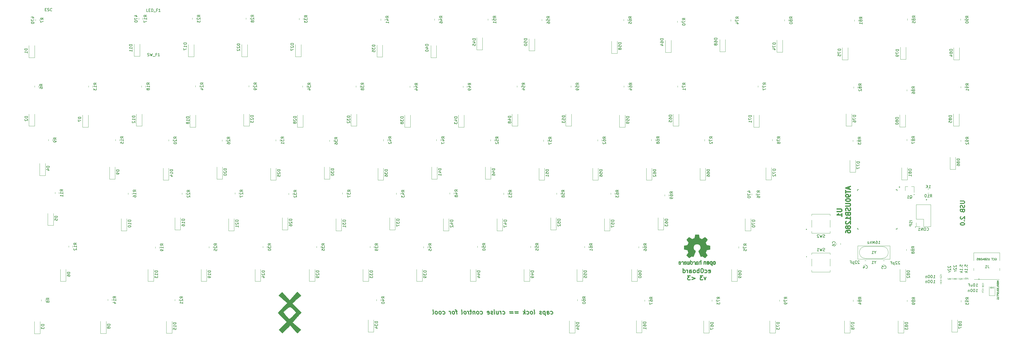
<source format=gbr>
G04 #@! TF.GenerationSoftware,KiCad,Pcbnew,5.1.4+dfsg1-1*
G04 #@! TF.CreationDate,2019-08-31T16:21:19+10:00*
G04 #@! TF.ProjectId,nummacro,6e756d6d-6163-4726-9f2e-6b696361645f,rev?*
G04 #@! TF.SameCoordinates,Original*
G04 #@! TF.FileFunction,Legend,Bot*
G04 #@! TF.FilePolarity,Positive*
%FSLAX46Y46*%
G04 Gerber Fmt 4.6, Leading zero omitted, Abs format (unit mm)*
G04 Created by KiCad (PCBNEW 5.1.4+dfsg1-1) date 2019-08-31 16:21:19*
%MOMM*%
%LPD*%
G04 APERTURE LIST*
%ADD10C,0.200000*%
%ADD11C,0.375000*%
%ADD12C,0.300000*%
%ADD13C,0.010000*%
%ADD14C,0.120000*%
%ADD15C,0.100000*%
%ADD16C,0.152400*%
%ADD17C,0.150000*%
%ADD18C,0.125000*%
%ADD19C,0.410680*%
%ADD20C,0.410778*%
G04 APERTURE END LIST*
D10*
X350087648Y-93002352D02*
G75*
G03X350087648Y-93002352I-147648J0D01*
G01*
X307480000Y-103510000D02*
G75*
G03X307480000Y-103510000I-130000J0D01*
G01*
X307480000Y-113240000D02*
G75*
G03X307480000Y-113240000I-108167J0D01*
G01*
X345642195Y-91160000D02*
G75*
G03X345642195Y-91160000I-92195J0D01*
G01*
X368704018Y-121190000D02*
G75*
G03X368704018Y-121190000I-114018J0D01*
G01*
X346157703Y-102680000D02*
G75*
G03X346157703Y-102680000I-107703J0D01*
G01*
X340507648Y-88470000D02*
G75*
G03X340507648Y-88470000I-147648J0D01*
G01*
D11*
X216638950Y-133557142D02*
X216790736Y-133628571D01*
X217076450Y-133628571D01*
X217210379Y-133557142D01*
X217272879Y-133485714D01*
X217326450Y-133342857D01*
X217272879Y-132914285D01*
X217183593Y-132771428D01*
X217103236Y-132700000D01*
X216951450Y-132628571D01*
X216665736Y-132628571D01*
X216531808Y-132700000D01*
X215362165Y-133628571D02*
X215263950Y-132842857D01*
X215317522Y-132700000D01*
X215451450Y-132628571D01*
X215737165Y-132628571D01*
X215888950Y-132700000D01*
X215353236Y-133557142D02*
X215505022Y-133628571D01*
X215862165Y-133628571D01*
X215996093Y-133557142D01*
X216049665Y-133414285D01*
X216031808Y-133271428D01*
X215942522Y-133128571D01*
X215790736Y-133057142D01*
X215433593Y-133057142D01*
X215281808Y-132985714D01*
X214522879Y-132628571D02*
X214710379Y-134128571D01*
X214531808Y-132700000D02*
X214380022Y-132628571D01*
X214094308Y-132628571D01*
X213960379Y-132700000D01*
X213897879Y-132771428D01*
X213844308Y-132914285D01*
X213897879Y-133342857D01*
X213987165Y-133485714D01*
X214067522Y-133557142D01*
X214219308Y-133628571D01*
X214505022Y-133628571D01*
X214638950Y-133557142D01*
X213353236Y-133557142D02*
X213219308Y-133628571D01*
X212933593Y-133628571D01*
X212781808Y-133557142D01*
X212692522Y-133414285D01*
X212683593Y-133342857D01*
X212737165Y-133200000D01*
X212871093Y-133128571D01*
X213085379Y-133128571D01*
X213219308Y-133057142D01*
X213272879Y-132914285D01*
X213263950Y-132842857D01*
X213174665Y-132700000D01*
X213022879Y-132628571D01*
X212808593Y-132628571D01*
X212674665Y-132700000D01*
X210719308Y-133628571D02*
X210853236Y-133557142D01*
X210906808Y-133414285D01*
X210746093Y-132128571D01*
X209933593Y-133628571D02*
X210067522Y-133557142D01*
X210130022Y-133485714D01*
X210183593Y-133342857D01*
X210130022Y-132914285D01*
X210040736Y-132771428D01*
X209960379Y-132700000D01*
X209808593Y-132628571D01*
X209594308Y-132628571D01*
X209460379Y-132700000D01*
X209397879Y-132771428D01*
X209344308Y-132914285D01*
X209397879Y-133342857D01*
X209487165Y-133485714D01*
X209567522Y-133557142D01*
X209719308Y-133628571D01*
X209933593Y-133628571D01*
X208138950Y-133557142D02*
X208290736Y-133628571D01*
X208576450Y-133628571D01*
X208710379Y-133557142D01*
X208772879Y-133485714D01*
X208826450Y-133342857D01*
X208772879Y-132914285D01*
X208683593Y-132771428D01*
X208603236Y-132700000D01*
X208451450Y-132628571D01*
X208165736Y-132628571D01*
X208031808Y-132700000D01*
X207505022Y-133628571D02*
X207317522Y-132128571D01*
X207290736Y-133057142D02*
X206933593Y-133628571D01*
X206808593Y-132628571D02*
X207451450Y-133200000D01*
X205049665Y-132842857D02*
X203906808Y-132842857D01*
X203960379Y-133271428D02*
X205103236Y-133271428D01*
X203192522Y-132842857D02*
X202049665Y-132842857D01*
X202103236Y-133271428D02*
X203246093Y-133271428D01*
X199638950Y-133557142D02*
X199790736Y-133628571D01*
X200076450Y-133628571D01*
X200210379Y-133557142D01*
X200272879Y-133485714D01*
X200326450Y-133342857D01*
X200272879Y-132914285D01*
X200183593Y-132771428D01*
X200103236Y-132700000D01*
X199951450Y-132628571D01*
X199665736Y-132628571D01*
X199531808Y-132700000D01*
X199005022Y-133628571D02*
X198880022Y-132628571D01*
X198915736Y-132914285D02*
X198826450Y-132771428D01*
X198746093Y-132700000D01*
X198594308Y-132628571D01*
X198451450Y-132628571D01*
X197308593Y-132628571D02*
X197433593Y-133628571D01*
X197951450Y-132628571D02*
X198049665Y-133414285D01*
X197996093Y-133557142D01*
X197862165Y-133628571D01*
X197647879Y-133628571D01*
X197496093Y-133557142D01*
X197415736Y-133485714D01*
X196719308Y-133628571D02*
X196594308Y-132628571D01*
X196531808Y-132128571D02*
X196612165Y-132200000D01*
X196549665Y-132271428D01*
X196469308Y-132200000D01*
X196531808Y-132128571D01*
X196549665Y-132271428D01*
X196067522Y-133557142D02*
X195933593Y-133628571D01*
X195647879Y-133628571D01*
X195496093Y-133557142D01*
X195406808Y-133414285D01*
X195397879Y-133342857D01*
X195451450Y-133200000D01*
X195585379Y-133128571D01*
X195799665Y-133128571D01*
X195933593Y-133057142D01*
X195987165Y-132914285D01*
X195978236Y-132842857D01*
X195888950Y-132700000D01*
X195737165Y-132628571D01*
X195522879Y-132628571D01*
X195388950Y-132700000D01*
X194210379Y-133557142D02*
X194362165Y-133628571D01*
X194647879Y-133628571D01*
X194781808Y-133557142D01*
X194835379Y-133414285D01*
X194763950Y-132842857D01*
X194674665Y-132700000D01*
X194522879Y-132628571D01*
X194237165Y-132628571D01*
X194103236Y-132700000D01*
X194049665Y-132842857D01*
X194067522Y-132985714D01*
X194799665Y-133128571D01*
X191710379Y-133557142D02*
X191862165Y-133628571D01*
X192147879Y-133628571D01*
X192281808Y-133557142D01*
X192344308Y-133485714D01*
X192397879Y-133342857D01*
X192344308Y-132914285D01*
X192255022Y-132771428D01*
X192174665Y-132700000D01*
X192022879Y-132628571D01*
X191737165Y-132628571D01*
X191603236Y-132700000D01*
X190862165Y-133628571D02*
X190996093Y-133557142D01*
X191058593Y-133485714D01*
X191112165Y-133342857D01*
X191058593Y-132914285D01*
X190969308Y-132771428D01*
X190888950Y-132700000D01*
X190737165Y-132628571D01*
X190522879Y-132628571D01*
X190388950Y-132700000D01*
X190326450Y-132771428D01*
X190272879Y-132914285D01*
X190326450Y-133342857D01*
X190415736Y-133485714D01*
X190496093Y-133557142D01*
X190647879Y-133628571D01*
X190862165Y-133628571D01*
X189594308Y-132628571D02*
X189719308Y-133628571D01*
X189612165Y-132771428D02*
X189531808Y-132700000D01*
X189380022Y-132628571D01*
X189165736Y-132628571D01*
X189031808Y-132700000D01*
X188978236Y-132842857D01*
X189076450Y-133628571D01*
X188451450Y-132628571D02*
X187880022Y-132628571D01*
X188174665Y-132128571D02*
X188335379Y-133414285D01*
X188281808Y-133557142D01*
X188147879Y-133628571D01*
X188005022Y-133628571D01*
X187505022Y-133628571D02*
X187380022Y-132628571D01*
X187415736Y-132914285D02*
X187326450Y-132771428D01*
X187246093Y-132700000D01*
X187094308Y-132628571D01*
X186951450Y-132628571D01*
X186362165Y-133628571D02*
X186496093Y-133557142D01*
X186558593Y-133485714D01*
X186612165Y-133342857D01*
X186558593Y-132914285D01*
X186469308Y-132771428D01*
X186388950Y-132700000D01*
X186237165Y-132628571D01*
X186022879Y-132628571D01*
X185888950Y-132700000D01*
X185826450Y-132771428D01*
X185772879Y-132914285D01*
X185826450Y-133342857D01*
X185915736Y-133485714D01*
X185996093Y-133557142D01*
X186147879Y-133628571D01*
X186362165Y-133628571D01*
X185005022Y-133628571D02*
X185138950Y-133557142D01*
X185192522Y-133414285D01*
X185031808Y-132128571D01*
X183380022Y-132628571D02*
X182808593Y-132628571D01*
X183290736Y-133628571D02*
X183130022Y-132342857D01*
X183040736Y-132200000D01*
X182888950Y-132128571D01*
X182746093Y-132128571D01*
X182219308Y-133628571D02*
X182353236Y-133557142D01*
X182415736Y-133485714D01*
X182469308Y-133342857D01*
X182415736Y-132914285D01*
X182326450Y-132771428D01*
X182246093Y-132700000D01*
X182094308Y-132628571D01*
X181880022Y-132628571D01*
X181746093Y-132700000D01*
X181683593Y-132771428D01*
X181630022Y-132914285D01*
X181683593Y-133342857D01*
X181772879Y-133485714D01*
X181853236Y-133557142D01*
X182005022Y-133628571D01*
X182219308Y-133628571D01*
X181076450Y-133628571D02*
X180951450Y-132628571D01*
X180987165Y-132914285D02*
X180897879Y-132771428D01*
X180817522Y-132700000D01*
X180665736Y-132628571D01*
X180522879Y-132628571D01*
X178353236Y-133557142D02*
X178505022Y-133628571D01*
X178790736Y-133628571D01*
X178924665Y-133557142D01*
X178987165Y-133485714D01*
X179040736Y-133342857D01*
X178987165Y-132914285D01*
X178897879Y-132771428D01*
X178817522Y-132700000D01*
X178665736Y-132628571D01*
X178380022Y-132628571D01*
X178246093Y-132700000D01*
X177505022Y-133628571D02*
X177638950Y-133557142D01*
X177701450Y-133485714D01*
X177755022Y-133342857D01*
X177701450Y-132914285D01*
X177612165Y-132771428D01*
X177531808Y-132700000D01*
X177380022Y-132628571D01*
X177165736Y-132628571D01*
X177031808Y-132700000D01*
X176969308Y-132771428D01*
X176915736Y-132914285D01*
X176969308Y-133342857D01*
X177058593Y-133485714D01*
X177138950Y-133557142D01*
X177290736Y-133628571D01*
X177505022Y-133628571D01*
X176147879Y-133628571D02*
X176281808Y-133557142D01*
X176344308Y-133485714D01*
X176397879Y-133342857D01*
X176344308Y-132914285D01*
X176255022Y-132771428D01*
X176174665Y-132700000D01*
X176022879Y-132628571D01*
X175808593Y-132628571D01*
X175674665Y-132700000D01*
X175612165Y-132771428D01*
X175558593Y-132914285D01*
X175612165Y-133342857D01*
X175701450Y-133485714D01*
X175781808Y-133557142D01*
X175933593Y-133628571D01*
X176147879Y-133628571D01*
X174790736Y-133628571D02*
X174924665Y-133557142D01*
X174978236Y-133414285D01*
X174817522Y-132128571D01*
D12*
X272664500Y-118877242D02*
X272807357Y-118948671D01*
X273093071Y-118948671D01*
X273235928Y-118877242D01*
X273307357Y-118734385D01*
X273307357Y-118162957D01*
X273235928Y-118020100D01*
X273093071Y-117948671D01*
X272807357Y-117948671D01*
X272664500Y-118020100D01*
X272593071Y-118162957D01*
X272593071Y-118305814D01*
X273307357Y-118448671D01*
X271307357Y-118877242D02*
X271450214Y-118948671D01*
X271735928Y-118948671D01*
X271878785Y-118877242D01*
X271950214Y-118805814D01*
X272021642Y-118662957D01*
X272021642Y-118234385D01*
X271950214Y-118091528D01*
X271878785Y-118020100D01*
X271735928Y-117948671D01*
X271450214Y-117948671D01*
X271307357Y-118020100D01*
X270378785Y-117448671D02*
X270235928Y-117448671D01*
X270093071Y-117520100D01*
X270021642Y-117591528D01*
X269950214Y-117734385D01*
X269878785Y-118020100D01*
X269878785Y-118377242D01*
X269950214Y-118662957D01*
X270021642Y-118805814D01*
X270093071Y-118877242D01*
X270235928Y-118948671D01*
X270378785Y-118948671D01*
X270521642Y-118877242D01*
X270593071Y-118805814D01*
X270664500Y-118662957D01*
X270735928Y-118377242D01*
X270735928Y-118020100D01*
X270664500Y-117734385D01*
X270593071Y-117591528D01*
X270521642Y-117520100D01*
X270378785Y-117448671D01*
X269235928Y-118948671D02*
X269235928Y-117448671D01*
X269235928Y-118020100D02*
X269093071Y-117948671D01*
X268807357Y-117948671D01*
X268664500Y-118020100D01*
X268593071Y-118091528D01*
X268521642Y-118234385D01*
X268521642Y-118662957D01*
X268593071Y-118805814D01*
X268664500Y-118877242D01*
X268807357Y-118948671D01*
X269093071Y-118948671D01*
X269235928Y-118877242D01*
X267664500Y-118948671D02*
X267807357Y-118877242D01*
X267878785Y-118805814D01*
X267950214Y-118662957D01*
X267950214Y-118234385D01*
X267878785Y-118091528D01*
X267807357Y-118020100D01*
X267664500Y-117948671D01*
X267450214Y-117948671D01*
X267307357Y-118020100D01*
X267235928Y-118091528D01*
X267164500Y-118234385D01*
X267164500Y-118662957D01*
X267235928Y-118805814D01*
X267307357Y-118877242D01*
X267450214Y-118948671D01*
X267664500Y-118948671D01*
X265878785Y-118948671D02*
X265878785Y-118162957D01*
X265950214Y-118020100D01*
X266093071Y-117948671D01*
X266378785Y-117948671D01*
X266521642Y-118020100D01*
X265878785Y-118877242D02*
X266021642Y-118948671D01*
X266378785Y-118948671D01*
X266521642Y-118877242D01*
X266593071Y-118734385D01*
X266593071Y-118591528D01*
X266521642Y-118448671D01*
X266378785Y-118377242D01*
X266021642Y-118377242D01*
X265878785Y-118305814D01*
X265164500Y-118948671D02*
X265164500Y-117948671D01*
X265164500Y-118234385D02*
X265093071Y-118091528D01*
X265021642Y-118020100D01*
X264878785Y-117948671D01*
X264735928Y-117948671D01*
X263593071Y-118948671D02*
X263593071Y-117448671D01*
X263593071Y-118877242D02*
X263735928Y-118948671D01*
X264021642Y-118948671D01*
X264164500Y-118877242D01*
X264235928Y-118805814D01*
X264307357Y-118662957D01*
X264307357Y-118234385D01*
X264235928Y-118091528D01*
X264164500Y-118020100D01*
X264021642Y-117948671D01*
X263735928Y-117948671D01*
X263593071Y-118020100D01*
X271700214Y-120498671D02*
X271343071Y-121498671D01*
X270985928Y-120498671D01*
X270557357Y-119998671D02*
X269628785Y-119998671D01*
X270128785Y-120570100D01*
X269914500Y-120570100D01*
X269771642Y-120641528D01*
X269700214Y-120712957D01*
X269628785Y-120855814D01*
X269628785Y-121212957D01*
X269700214Y-121355814D01*
X269771642Y-121427242D01*
X269914500Y-121498671D01*
X270343071Y-121498671D01*
X270485928Y-121427242D01*
X270557357Y-121355814D01*
X266700214Y-120498671D02*
X267843071Y-120927242D01*
X266700214Y-121355814D01*
X266128785Y-119998671D02*
X265200214Y-119998671D01*
X265700214Y-120570100D01*
X265485928Y-120570100D01*
X265343071Y-120641528D01*
X265271642Y-120712957D01*
X265200214Y-120855814D01*
X265200214Y-121212957D01*
X265271642Y-121355814D01*
X265343071Y-121427242D01*
X265485928Y-121498671D01*
X265914500Y-121498671D01*
X266057357Y-121427242D01*
X266128785Y-121355814D01*
X361978571Y-93430000D02*
X363192857Y-93430000D01*
X363335714Y-93501428D01*
X363407142Y-93572857D01*
X363478571Y-93715714D01*
X363478571Y-94001428D01*
X363407142Y-94144285D01*
X363335714Y-94215714D01*
X363192857Y-94287142D01*
X361978571Y-94287142D01*
X363407142Y-94930000D02*
X363478571Y-95144285D01*
X363478571Y-95501428D01*
X363407142Y-95644285D01*
X363335714Y-95715714D01*
X363192857Y-95787142D01*
X363050000Y-95787142D01*
X362907142Y-95715714D01*
X362835714Y-95644285D01*
X362764285Y-95501428D01*
X362692857Y-95215714D01*
X362621428Y-95072857D01*
X362550000Y-95001428D01*
X362407142Y-94930000D01*
X362264285Y-94930000D01*
X362121428Y-95001428D01*
X362050000Y-95072857D01*
X361978571Y-95215714D01*
X361978571Y-95572857D01*
X362050000Y-95787142D01*
X362692857Y-96930000D02*
X362764285Y-97144285D01*
X362835714Y-97215714D01*
X362978571Y-97287142D01*
X363192857Y-97287142D01*
X363335714Y-97215714D01*
X363407142Y-97144285D01*
X363478571Y-97001428D01*
X363478571Y-96430000D01*
X361978571Y-96430000D01*
X361978571Y-96930000D01*
X362050000Y-97072857D01*
X362121428Y-97144285D01*
X362264285Y-97215714D01*
X362407142Y-97215714D01*
X362550000Y-97144285D01*
X362621428Y-97072857D01*
X362692857Y-96930000D01*
X362692857Y-96430000D01*
X362121428Y-99001428D02*
X362050000Y-99072857D01*
X361978571Y-99215714D01*
X361978571Y-99572857D01*
X362050000Y-99715714D01*
X362121428Y-99787142D01*
X362264285Y-99858571D01*
X362407142Y-99858571D01*
X362621428Y-99787142D01*
X363478571Y-98930000D01*
X363478571Y-99858571D01*
X363335714Y-100501428D02*
X363407142Y-100572857D01*
X363478571Y-100501428D01*
X363407142Y-100430000D01*
X363335714Y-100501428D01*
X363478571Y-100501428D01*
X361978571Y-101501428D02*
X361978571Y-101644285D01*
X362050000Y-101787142D01*
X362121428Y-101858571D01*
X362264285Y-101930000D01*
X362550000Y-102001428D01*
X362907142Y-102001428D01*
X363192857Y-101930000D01*
X363335714Y-101858571D01*
X363407142Y-101787142D01*
X363478571Y-101644285D01*
X363478571Y-101501428D01*
X363407142Y-101358571D01*
X363335714Y-101287142D01*
X363192857Y-101215714D01*
X362907142Y-101144285D01*
X362550000Y-101144285D01*
X362264285Y-101215714D01*
X362121428Y-101287142D01*
X362050000Y-101358571D01*
X361978571Y-101501428D01*
D13*
G36*
X127296779Y-139805650D02*
G01*
X127903787Y-139159520D01*
X126421423Y-137893097D01*
X124939058Y-136626673D01*
X126529129Y-134851645D01*
X128119201Y-133076616D01*
X126505752Y-131444896D01*
X124892302Y-129813175D01*
X126432654Y-128440283D01*
X127973005Y-127067390D01*
X126696055Y-125708140D01*
X125326552Y-127239354D01*
X123957048Y-128770567D01*
X122910360Y-127612008D01*
X122288795Y-126912025D01*
X121790130Y-126329170D01*
X121586546Y-126074457D01*
X121334489Y-125880772D01*
X121004812Y-126044745D01*
X120684936Y-126360198D01*
X120060452Y-127024931D01*
X120971602Y-127824931D01*
X121693860Y-128449296D01*
X122364288Y-129013593D01*
X122508049Y-129131266D01*
X123133347Y-129637602D01*
X121448787Y-131438401D01*
X120076267Y-132905632D01*
X121629172Y-132905632D01*
X122812978Y-131880095D01*
X123469843Y-131338831D01*
X123950305Y-131099847D01*
X124388074Y-131188156D01*
X124916860Y-131628774D01*
X125635816Y-132408195D01*
X126235536Y-133076616D01*
X125127334Y-134212932D01*
X124504955Y-134820140D01*
X124024574Y-135232445D01*
X123825332Y-135349247D01*
X123565194Y-135158335D01*
X123089405Y-134663522D01*
X122630352Y-134127440D01*
X121629172Y-132905632D01*
X120076267Y-132905632D01*
X119764229Y-133239201D01*
X121337017Y-134828575D01*
X122909807Y-136417949D01*
X121515362Y-137829933D01*
X120120916Y-139241918D01*
X120714094Y-139835095D01*
X121307272Y-140428273D01*
X122740315Y-139025076D01*
X124173359Y-137621879D01*
X125431565Y-139036830D01*
X126689772Y-140451780D01*
X127296779Y-139805650D01*
X127296779Y-139805650D01*
G37*
X127296779Y-139805650D02*
X127903787Y-139159520D01*
X126421423Y-137893097D01*
X124939058Y-136626673D01*
X126529129Y-134851645D01*
X128119201Y-133076616D01*
X126505752Y-131444896D01*
X124892302Y-129813175D01*
X126432654Y-128440283D01*
X127973005Y-127067390D01*
X126696055Y-125708140D01*
X125326552Y-127239354D01*
X123957048Y-128770567D01*
X122910360Y-127612008D01*
X122288795Y-126912025D01*
X121790130Y-126329170D01*
X121586546Y-126074457D01*
X121334489Y-125880772D01*
X121004812Y-126044745D01*
X120684936Y-126360198D01*
X120060452Y-127024931D01*
X120971602Y-127824931D01*
X121693860Y-128449296D01*
X122364288Y-129013593D01*
X122508049Y-129131266D01*
X123133347Y-129637602D01*
X121448787Y-131438401D01*
X120076267Y-132905632D01*
X121629172Y-132905632D01*
X122812978Y-131880095D01*
X123469843Y-131338831D01*
X123950305Y-131099847D01*
X124388074Y-131188156D01*
X124916860Y-131628774D01*
X125635816Y-132408195D01*
X126235536Y-133076616D01*
X125127334Y-134212932D01*
X124504955Y-134820140D01*
X124024574Y-135232445D01*
X123825332Y-135349247D01*
X123565194Y-135158335D01*
X123089405Y-134663522D01*
X122630352Y-134127440D01*
X121629172Y-132905632D01*
X120076267Y-132905632D01*
X119764229Y-133239201D01*
X121337017Y-134828575D01*
X122909807Y-136417949D01*
X121515362Y-137829933D01*
X120120916Y-139241918D01*
X120714094Y-139835095D01*
X121307272Y-140428273D01*
X122740315Y-139025076D01*
X124173359Y-137621879D01*
X125431565Y-139036830D01*
X126689772Y-140451780D01*
X127296779Y-139805650D01*
G36*
X268294386Y-105362098D02*
G01*
X268136394Y-105362963D01*
X268022053Y-105365305D01*
X267943993Y-105369862D01*
X267894846Y-105377370D01*
X267867241Y-105388566D01*
X267853808Y-105404188D01*
X267847179Y-105424973D01*
X267846535Y-105427663D01*
X267836465Y-105476213D01*
X267817825Y-105572005D01*
X267792555Y-105704843D01*
X267762593Y-105864531D01*
X267729878Y-106040874D01*
X267728736Y-106047067D01*
X267695967Y-106219882D01*
X267665307Y-106372569D01*
X267638736Y-106495971D01*
X267618233Y-106580931D01*
X267605774Y-106618290D01*
X267605180Y-106618952D01*
X267568481Y-106637195D01*
X267492814Y-106667597D01*
X267394522Y-106703593D01*
X267393975Y-106703785D01*
X267270167Y-106750322D01*
X267124204Y-106809604D01*
X266986619Y-106869209D01*
X266980107Y-106872156D01*
X266756010Y-106973865D01*
X266259781Y-106634997D01*
X266107554Y-106531692D01*
X265969659Y-106439337D01*
X265854085Y-106363184D01*
X265768821Y-106308485D01*
X265721856Y-106280493D01*
X265717396Y-106278417D01*
X265683266Y-106287660D01*
X265619519Y-106332256D01*
X265523669Y-106414309D01*
X265393231Y-106535921D01*
X265260072Y-106665305D01*
X265131706Y-106792802D01*
X265016819Y-106909146D01*
X264922327Y-107007152D01*
X264855147Y-107079636D01*
X264822194Y-107119413D01*
X264820968Y-107121461D01*
X264817326Y-107148756D01*
X264831050Y-107193334D01*
X264865531Y-107261212D01*
X264924161Y-107358411D01*
X265010330Y-107490951D01*
X265125200Y-107661576D01*
X265227146Y-107811755D01*
X265318277Y-107946450D01*
X265393327Y-108057840D01*
X265447031Y-108138105D01*
X265474120Y-108179425D01*
X265475826Y-108182230D01*
X265472518Y-108221821D01*
X265447447Y-108298769D01*
X265405602Y-108398532D01*
X265390688Y-108430391D01*
X265325614Y-108572326D01*
X265256188Y-108733373D01*
X265199791Y-108872721D01*
X265159153Y-108976144D01*
X265126874Y-109054742D01*
X265108222Y-109095820D01*
X265105903Y-109098985D01*
X265071597Y-109104228D01*
X264990731Y-109118594D01*
X264874057Y-109140037D01*
X264732325Y-109166513D01*
X264576290Y-109195977D01*
X264416702Y-109226383D01*
X264264315Y-109255688D01*
X264129879Y-109281845D01*
X264024148Y-109302810D01*
X263957874Y-109316539D01*
X263941618Y-109320420D01*
X263924827Y-109330000D01*
X263912151Y-109351636D01*
X263903022Y-109392631D01*
X263896869Y-109460289D01*
X263893120Y-109561912D01*
X263891208Y-109704803D01*
X263890560Y-109896265D01*
X263890526Y-109974745D01*
X263890526Y-110613006D01*
X264043802Y-110643260D01*
X264129078Y-110659664D01*
X264256330Y-110683609D01*
X264410085Y-110712207D01*
X264574866Y-110742567D01*
X264620411Y-110750906D01*
X264772468Y-110780470D01*
X264904932Y-110809542D01*
X265006686Y-110835429D01*
X265066612Y-110855437D01*
X265076595Y-110861401D01*
X265101107Y-110903634D01*
X265136252Y-110985470D01*
X265175227Y-111090783D01*
X265182958Y-111113468D01*
X265234040Y-111254118D01*
X265297446Y-111412814D01*
X265359496Y-111555325D01*
X265359802Y-111555986D01*
X265463133Y-111779540D01*
X264783439Y-112779332D01*
X265219779Y-113216400D01*
X265351751Y-113346481D01*
X265472121Y-113461148D01*
X265574127Y-113554281D01*
X265651009Y-113619758D01*
X265696007Y-113651457D01*
X265702462Y-113653468D01*
X265740360Y-113637629D01*
X265817692Y-113593596D01*
X265926011Y-113526590D01*
X266056868Y-113441834D01*
X266198348Y-113346916D01*
X266341939Y-113250098D01*
X266469965Y-113165851D01*
X266574295Y-113099358D01*
X266646800Y-113055802D01*
X266679242Y-113040364D01*
X266718824Y-113053428D01*
X266793881Y-113087850D01*
X266888932Y-113136480D01*
X266899008Y-113141885D01*
X267027009Y-113206080D01*
X267114782Y-113237563D01*
X267169372Y-113237898D01*
X267197825Y-113208648D01*
X267197990Y-113208238D01*
X267212212Y-113173598D01*
X267246131Y-113091369D01*
X267297116Y-112967914D01*
X267362538Y-112809598D01*
X267439766Y-112622786D01*
X267526171Y-112413842D01*
X267609849Y-112211546D01*
X267701812Y-111988300D01*
X267786250Y-111781492D01*
X267860631Y-111597462D01*
X267922426Y-111442551D01*
X267969103Y-111323096D01*
X267998132Y-111245439D01*
X268007078Y-111216456D01*
X267984644Y-111183210D01*
X267925961Y-111130223D01*
X267847711Y-111071804D01*
X267624866Y-110887052D01*
X267450682Y-110675282D01*
X267327246Y-110440956D01*
X267256646Y-110188534D01*
X267240969Y-109922477D01*
X267252364Y-109799675D01*
X267314450Y-109544893D01*
X267421377Y-109319901D01*
X267566511Y-109126917D01*
X267743222Y-108968161D01*
X267944878Y-108845850D01*
X268164846Y-108762205D01*
X268396494Y-108719444D01*
X268633191Y-108719787D01*
X268868305Y-108765452D01*
X269095204Y-108858659D01*
X269307256Y-109001627D01*
X269395764Y-109082483D01*
X269565511Y-109290107D01*
X269683701Y-109516995D01*
X269751122Y-109756533D01*
X269768560Y-110002107D01*
X269736802Y-110247103D01*
X269656635Y-110484908D01*
X269528845Y-110708907D01*
X269354220Y-110912487D01*
X269159088Y-111071804D01*
X269077809Y-111132702D01*
X269020391Y-111185115D01*
X268999722Y-111216506D01*
X269010544Y-111250739D01*
X269041323Y-111332519D01*
X269089526Y-111455507D01*
X269152622Y-111613363D01*
X269228078Y-111799749D01*
X269313362Y-112008326D01*
X269397181Y-112211596D01*
X269489655Y-112435033D01*
X269575311Y-112642084D01*
X269651518Y-112826386D01*
X269715647Y-112981575D01*
X269765068Y-113101288D01*
X269797152Y-113179161D01*
X269809041Y-113208238D01*
X269837126Y-113237777D01*
X269891451Y-113237691D01*
X269979005Y-113206426D01*
X270106781Y-113142429D01*
X270107792Y-113141885D01*
X270203998Y-113092221D01*
X270281769Y-113056045D01*
X270325623Y-113040508D01*
X270327558Y-113040364D01*
X270360571Y-113056124D01*
X270433454Y-113099950D01*
X270538078Y-113166657D01*
X270666310Y-113251064D01*
X270808452Y-113346916D01*
X270953167Y-113443967D01*
X271083596Y-113528370D01*
X271191290Y-113594901D01*
X271267802Y-113638338D01*
X271304338Y-113653468D01*
X271337982Y-113633582D01*
X271405624Y-113578003D01*
X271500507Y-113492854D01*
X271615870Y-113384253D01*
X271744955Y-113258321D01*
X271787171Y-113216249D01*
X272223661Y-112779031D01*
X271891423Y-112291440D01*
X271790454Y-112141705D01*
X271701838Y-112007320D01*
X271630546Y-111896069D01*
X271581550Y-111815739D01*
X271559822Y-111774114D01*
X271559185Y-111771153D01*
X271570640Y-111731918D01*
X271601451Y-111652995D01*
X271646284Y-111547609D01*
X271677753Y-111477054D01*
X271736592Y-111341976D01*
X271792004Y-111205509D01*
X271834964Y-111090203D01*
X271846634Y-111055077D01*
X271879789Y-110961274D01*
X271912199Y-110888794D01*
X271930001Y-110861401D01*
X271969286Y-110844636D01*
X272055026Y-110820870D01*
X272176097Y-110792797D01*
X272321373Y-110763109D01*
X272386388Y-110750906D01*
X272551487Y-110720568D01*
X272709848Y-110691193D01*
X272845996Y-110665669D01*
X272944457Y-110646885D01*
X272962998Y-110643260D01*
X273116273Y-110613006D01*
X273116273Y-109974745D01*
X273115929Y-109764870D01*
X273114516Y-109606080D01*
X273111464Y-109491073D01*
X273106203Y-109412546D01*
X273098163Y-109363196D01*
X273086773Y-109335719D01*
X273071463Y-109322813D01*
X273065182Y-109320420D01*
X273027296Y-109311933D01*
X272943595Y-109295000D01*
X272824833Y-109271666D01*
X272681761Y-109243975D01*
X272525132Y-109213973D01*
X272365697Y-109183704D01*
X272214209Y-109155215D01*
X272081419Y-109130549D01*
X271978081Y-109111751D01*
X271914945Y-109100867D01*
X271900897Y-109098985D01*
X271888170Y-109073804D01*
X271860000Y-109006722D01*
X271821652Y-108910433D01*
X271807009Y-108872721D01*
X271747948Y-108727021D01*
X271678400Y-108566051D01*
X271616112Y-108430391D01*
X271570279Y-108326661D01*
X271539787Y-108241426D01*
X271529608Y-108189226D01*
X271531231Y-108182230D01*
X271552743Y-108149202D01*
X271601865Y-108075743D01*
X271673323Y-107969677D01*
X271761845Y-107838826D01*
X271862159Y-107691012D01*
X271881994Y-107661834D01*
X271998388Y-107488963D01*
X272083948Y-107357326D01*
X272142084Y-107260861D01*
X272176208Y-107193508D01*
X272189731Y-107149206D01*
X272186064Y-107121894D01*
X272185970Y-107121720D01*
X272157107Y-107085846D01*
X272093267Y-107016491D01*
X272001369Y-106920845D01*
X271888333Y-106806099D01*
X271761079Y-106679441D01*
X271746728Y-106665305D01*
X271586357Y-106510003D01*
X271462595Y-106395970D01*
X271372955Y-106321102D01*
X271314952Y-106283296D01*
X271289404Y-106278417D01*
X271252118Y-106299703D01*
X271174743Y-106348873D01*
X271065267Y-106420675D01*
X270931680Y-106509855D01*
X270781970Y-106611163D01*
X270747018Y-106634997D01*
X270250790Y-106973865D01*
X270026693Y-106872156D01*
X269890411Y-106812883D01*
X269744124Y-106753270D01*
X269618365Y-106705740D01*
X269612825Y-106703785D01*
X269514457Y-106667777D01*
X269438629Y-106637329D01*
X269401682Y-106619005D01*
X269401620Y-106618952D01*
X269389896Y-106585829D01*
X269369968Y-106504367D01*
X269343813Y-106383725D01*
X269313410Y-106233059D01*
X269280737Y-106061528D01*
X269278064Y-106047067D01*
X269245290Y-105870335D01*
X269215202Y-105709910D01*
X269189739Y-105575988D01*
X269170841Y-105478763D01*
X269160447Y-105428432D01*
X269160265Y-105427663D01*
X269153939Y-105406253D01*
X269141639Y-105390088D01*
X269115994Y-105378431D01*
X269069635Y-105370545D01*
X268995192Y-105365693D01*
X268885295Y-105363139D01*
X268732575Y-105362145D01*
X268529662Y-105361974D01*
X268503400Y-105361974D01*
X268294386Y-105362098D01*
X268294386Y-105362098D01*
G37*
X268294386Y-105362098D02*
X268136394Y-105362963D01*
X268022053Y-105365305D01*
X267943993Y-105369862D01*
X267894846Y-105377370D01*
X267867241Y-105388566D01*
X267853808Y-105404188D01*
X267847179Y-105424973D01*
X267846535Y-105427663D01*
X267836465Y-105476213D01*
X267817825Y-105572005D01*
X267792555Y-105704843D01*
X267762593Y-105864531D01*
X267729878Y-106040874D01*
X267728736Y-106047067D01*
X267695967Y-106219882D01*
X267665307Y-106372569D01*
X267638736Y-106495971D01*
X267618233Y-106580931D01*
X267605774Y-106618290D01*
X267605180Y-106618952D01*
X267568481Y-106637195D01*
X267492814Y-106667597D01*
X267394522Y-106703593D01*
X267393975Y-106703785D01*
X267270167Y-106750322D01*
X267124204Y-106809604D01*
X266986619Y-106869209D01*
X266980107Y-106872156D01*
X266756010Y-106973865D01*
X266259781Y-106634997D01*
X266107554Y-106531692D01*
X265969659Y-106439337D01*
X265854085Y-106363184D01*
X265768821Y-106308485D01*
X265721856Y-106280493D01*
X265717396Y-106278417D01*
X265683266Y-106287660D01*
X265619519Y-106332256D01*
X265523669Y-106414309D01*
X265393231Y-106535921D01*
X265260072Y-106665305D01*
X265131706Y-106792802D01*
X265016819Y-106909146D01*
X264922327Y-107007152D01*
X264855147Y-107079636D01*
X264822194Y-107119413D01*
X264820968Y-107121461D01*
X264817326Y-107148756D01*
X264831050Y-107193334D01*
X264865531Y-107261212D01*
X264924161Y-107358411D01*
X265010330Y-107490951D01*
X265125200Y-107661576D01*
X265227146Y-107811755D01*
X265318277Y-107946450D01*
X265393327Y-108057840D01*
X265447031Y-108138105D01*
X265474120Y-108179425D01*
X265475826Y-108182230D01*
X265472518Y-108221821D01*
X265447447Y-108298769D01*
X265405602Y-108398532D01*
X265390688Y-108430391D01*
X265325614Y-108572326D01*
X265256188Y-108733373D01*
X265199791Y-108872721D01*
X265159153Y-108976144D01*
X265126874Y-109054742D01*
X265108222Y-109095820D01*
X265105903Y-109098985D01*
X265071597Y-109104228D01*
X264990731Y-109118594D01*
X264874057Y-109140037D01*
X264732325Y-109166513D01*
X264576290Y-109195977D01*
X264416702Y-109226383D01*
X264264315Y-109255688D01*
X264129879Y-109281845D01*
X264024148Y-109302810D01*
X263957874Y-109316539D01*
X263941618Y-109320420D01*
X263924827Y-109330000D01*
X263912151Y-109351636D01*
X263903022Y-109392631D01*
X263896869Y-109460289D01*
X263893120Y-109561912D01*
X263891208Y-109704803D01*
X263890560Y-109896265D01*
X263890526Y-109974745D01*
X263890526Y-110613006D01*
X264043802Y-110643260D01*
X264129078Y-110659664D01*
X264256330Y-110683609D01*
X264410085Y-110712207D01*
X264574866Y-110742567D01*
X264620411Y-110750906D01*
X264772468Y-110780470D01*
X264904932Y-110809542D01*
X265006686Y-110835429D01*
X265066612Y-110855437D01*
X265076595Y-110861401D01*
X265101107Y-110903634D01*
X265136252Y-110985470D01*
X265175227Y-111090783D01*
X265182958Y-111113468D01*
X265234040Y-111254118D01*
X265297446Y-111412814D01*
X265359496Y-111555325D01*
X265359802Y-111555986D01*
X265463133Y-111779540D01*
X264783439Y-112779332D01*
X265219779Y-113216400D01*
X265351751Y-113346481D01*
X265472121Y-113461148D01*
X265574127Y-113554281D01*
X265651009Y-113619758D01*
X265696007Y-113651457D01*
X265702462Y-113653468D01*
X265740360Y-113637629D01*
X265817692Y-113593596D01*
X265926011Y-113526590D01*
X266056868Y-113441834D01*
X266198348Y-113346916D01*
X266341939Y-113250098D01*
X266469965Y-113165851D01*
X266574295Y-113099358D01*
X266646800Y-113055802D01*
X266679242Y-113040364D01*
X266718824Y-113053428D01*
X266793881Y-113087850D01*
X266888932Y-113136480D01*
X266899008Y-113141885D01*
X267027009Y-113206080D01*
X267114782Y-113237563D01*
X267169372Y-113237898D01*
X267197825Y-113208648D01*
X267197990Y-113208238D01*
X267212212Y-113173598D01*
X267246131Y-113091369D01*
X267297116Y-112967914D01*
X267362538Y-112809598D01*
X267439766Y-112622786D01*
X267526171Y-112413842D01*
X267609849Y-112211546D01*
X267701812Y-111988300D01*
X267786250Y-111781492D01*
X267860631Y-111597462D01*
X267922426Y-111442551D01*
X267969103Y-111323096D01*
X267998132Y-111245439D01*
X268007078Y-111216456D01*
X267984644Y-111183210D01*
X267925961Y-111130223D01*
X267847711Y-111071804D01*
X267624866Y-110887052D01*
X267450682Y-110675282D01*
X267327246Y-110440956D01*
X267256646Y-110188534D01*
X267240969Y-109922477D01*
X267252364Y-109799675D01*
X267314450Y-109544893D01*
X267421377Y-109319901D01*
X267566511Y-109126917D01*
X267743222Y-108968161D01*
X267944878Y-108845850D01*
X268164846Y-108762205D01*
X268396494Y-108719444D01*
X268633191Y-108719787D01*
X268868305Y-108765452D01*
X269095204Y-108858659D01*
X269307256Y-109001627D01*
X269395764Y-109082483D01*
X269565511Y-109290107D01*
X269683701Y-109516995D01*
X269751122Y-109756533D01*
X269768560Y-110002107D01*
X269736802Y-110247103D01*
X269656635Y-110484908D01*
X269528845Y-110708907D01*
X269354220Y-110912487D01*
X269159088Y-111071804D01*
X269077809Y-111132702D01*
X269020391Y-111185115D01*
X268999722Y-111216506D01*
X269010544Y-111250739D01*
X269041323Y-111332519D01*
X269089526Y-111455507D01*
X269152622Y-111613363D01*
X269228078Y-111799749D01*
X269313362Y-112008326D01*
X269397181Y-112211596D01*
X269489655Y-112435033D01*
X269575311Y-112642084D01*
X269651518Y-112826386D01*
X269715647Y-112981575D01*
X269765068Y-113101288D01*
X269797152Y-113179161D01*
X269809041Y-113208238D01*
X269837126Y-113237777D01*
X269891451Y-113237691D01*
X269979005Y-113206426D01*
X270106781Y-113142429D01*
X270107792Y-113141885D01*
X270203998Y-113092221D01*
X270281769Y-113056045D01*
X270325623Y-113040508D01*
X270327558Y-113040364D01*
X270360571Y-113056124D01*
X270433454Y-113099950D01*
X270538078Y-113166657D01*
X270666310Y-113251064D01*
X270808452Y-113346916D01*
X270953167Y-113443967D01*
X271083596Y-113528370D01*
X271191290Y-113594901D01*
X271267802Y-113638338D01*
X271304338Y-113653468D01*
X271337982Y-113633582D01*
X271405624Y-113578003D01*
X271500507Y-113492854D01*
X271615870Y-113384253D01*
X271744955Y-113258321D01*
X271787171Y-113216249D01*
X272223661Y-112779031D01*
X271891423Y-112291440D01*
X271790454Y-112141705D01*
X271701838Y-112007320D01*
X271630546Y-111896069D01*
X271581550Y-111815739D01*
X271559822Y-111774114D01*
X271559185Y-111771153D01*
X271570640Y-111731918D01*
X271601451Y-111652995D01*
X271646284Y-111547609D01*
X271677753Y-111477054D01*
X271736592Y-111341976D01*
X271792004Y-111205509D01*
X271834964Y-111090203D01*
X271846634Y-111055077D01*
X271879789Y-110961274D01*
X271912199Y-110888794D01*
X271930001Y-110861401D01*
X271969286Y-110844636D01*
X272055026Y-110820870D01*
X272176097Y-110792797D01*
X272321373Y-110763109D01*
X272386388Y-110750906D01*
X272551487Y-110720568D01*
X272709848Y-110691193D01*
X272845996Y-110665669D01*
X272944457Y-110646885D01*
X272962998Y-110643260D01*
X273116273Y-110613006D01*
X273116273Y-109974745D01*
X273115929Y-109764870D01*
X273114516Y-109606080D01*
X273111464Y-109491073D01*
X273106203Y-109412546D01*
X273098163Y-109363196D01*
X273086773Y-109335719D01*
X273071463Y-109322813D01*
X273065182Y-109320420D01*
X273027296Y-109311933D01*
X272943595Y-109295000D01*
X272824833Y-109271666D01*
X272681761Y-109243975D01*
X272525132Y-109213973D01*
X272365697Y-109183704D01*
X272214209Y-109155215D01*
X272081419Y-109130549D01*
X271978081Y-109111751D01*
X271914945Y-109100867D01*
X271900897Y-109098985D01*
X271888170Y-109073804D01*
X271860000Y-109006722D01*
X271821652Y-108910433D01*
X271807009Y-108872721D01*
X271747948Y-108727021D01*
X271678400Y-108566051D01*
X271616112Y-108430391D01*
X271570279Y-108326661D01*
X271539787Y-108241426D01*
X271529608Y-108189226D01*
X271531231Y-108182230D01*
X271552743Y-108149202D01*
X271601865Y-108075743D01*
X271673323Y-107969677D01*
X271761845Y-107838826D01*
X271862159Y-107691012D01*
X271881994Y-107661834D01*
X271998388Y-107488963D01*
X272083948Y-107357326D01*
X272142084Y-107260861D01*
X272176208Y-107193508D01*
X272189731Y-107149206D01*
X272186064Y-107121894D01*
X272185970Y-107121720D01*
X272157107Y-107085846D01*
X272093267Y-107016491D01*
X272001369Y-106920845D01*
X271888333Y-106806099D01*
X271761079Y-106679441D01*
X271746728Y-106665305D01*
X271586357Y-106510003D01*
X271462595Y-106395970D01*
X271372955Y-106321102D01*
X271314952Y-106283296D01*
X271289404Y-106278417D01*
X271252118Y-106299703D01*
X271174743Y-106348873D01*
X271065267Y-106420675D01*
X270931680Y-106509855D01*
X270781970Y-106611163D01*
X270747018Y-106634997D01*
X270250790Y-106973865D01*
X270026693Y-106872156D01*
X269890411Y-106812883D01*
X269744124Y-106753270D01*
X269618365Y-106705740D01*
X269612825Y-106703785D01*
X269514457Y-106667777D01*
X269438629Y-106637329D01*
X269401682Y-106619005D01*
X269401620Y-106618952D01*
X269389896Y-106585829D01*
X269369968Y-106504367D01*
X269343813Y-106383725D01*
X269313410Y-106233059D01*
X269280737Y-106061528D01*
X269278064Y-106047067D01*
X269245290Y-105870335D01*
X269215202Y-105709910D01*
X269189739Y-105575988D01*
X269170841Y-105478763D01*
X269160447Y-105428432D01*
X269160265Y-105427663D01*
X269153939Y-105406253D01*
X269141639Y-105390088D01*
X269115994Y-105378431D01*
X269069635Y-105370545D01*
X268995192Y-105365693D01*
X268885295Y-105363139D01*
X268732575Y-105362145D01*
X268529662Y-105361974D01*
X268503400Y-105361974D01*
X268294386Y-105362098D01*
G36*
X262159961Y-114865640D02*
G01*
X262044450Y-114941134D01*
X261988736Y-115008717D01*
X261944596Y-115131355D01*
X261941091Y-115228398D01*
X261949032Y-115358156D01*
X262248285Y-115489139D01*
X262393789Y-115556058D01*
X262488863Y-115609890D01*
X262538299Y-115656516D01*
X262546889Y-115701820D01*
X262519428Y-115751682D01*
X262489147Y-115784732D01*
X262401037Y-115837733D01*
X262305204Y-115841447D01*
X262217188Y-115800141D01*
X262152531Y-115718083D01*
X262140967Y-115689108D01*
X262085575Y-115598609D01*
X262021847Y-115560040D01*
X261934434Y-115527046D01*
X261934434Y-115652134D01*
X261942162Y-115737256D01*
X261972434Y-115809038D01*
X262035882Y-115891456D01*
X262045312Y-115902166D01*
X262115887Y-115975491D01*
X262176553Y-116014842D01*
X262252450Y-116032945D01*
X262315370Y-116038874D01*
X262427913Y-116040351D01*
X262508030Y-116021635D01*
X262558010Y-115993847D01*
X262636562Y-115932741D01*
X262690937Y-115866654D01*
X262725348Y-115783541D01*
X262744012Y-115671354D01*
X262751144Y-115518046D01*
X262751713Y-115440236D01*
X262749778Y-115346953D01*
X262573501Y-115346953D01*
X262571456Y-115396996D01*
X262566361Y-115405192D01*
X262532734Y-115394058D01*
X262460370Y-115364593D01*
X262363653Y-115322701D01*
X262343427Y-115313697D01*
X262221197Y-115251542D01*
X262153853Y-115196915D01*
X262139052Y-115145749D01*
X262174453Y-115093976D01*
X262203689Y-115071100D01*
X262309184Y-115025350D01*
X262407924Y-115032908D01*
X262490588Y-115088751D01*
X262547852Y-115187853D01*
X262566212Y-115266514D01*
X262573501Y-115346953D01*
X262749778Y-115346953D01*
X262747941Y-115258451D01*
X262734041Y-115123953D01*
X262706506Y-115026016D01*
X262661828Y-114953911D01*
X262596499Y-114896913D01*
X262568017Y-114878493D01*
X262438637Y-114830522D01*
X262296988Y-114827503D01*
X262159961Y-114865640D01*
X262159961Y-114865640D01*
G37*
X262159961Y-114865640D02*
X262044450Y-114941134D01*
X261988736Y-115008717D01*
X261944596Y-115131355D01*
X261941091Y-115228398D01*
X261949032Y-115358156D01*
X262248285Y-115489139D01*
X262393789Y-115556058D01*
X262488863Y-115609890D01*
X262538299Y-115656516D01*
X262546889Y-115701820D01*
X262519428Y-115751682D01*
X262489147Y-115784732D01*
X262401037Y-115837733D01*
X262305204Y-115841447D01*
X262217188Y-115800141D01*
X262152531Y-115718083D01*
X262140967Y-115689108D01*
X262085575Y-115598609D01*
X262021847Y-115560040D01*
X261934434Y-115527046D01*
X261934434Y-115652134D01*
X261942162Y-115737256D01*
X261972434Y-115809038D01*
X262035882Y-115891456D01*
X262045312Y-115902166D01*
X262115887Y-115975491D01*
X262176553Y-116014842D01*
X262252450Y-116032945D01*
X262315370Y-116038874D01*
X262427913Y-116040351D01*
X262508030Y-116021635D01*
X262558010Y-115993847D01*
X262636562Y-115932741D01*
X262690937Y-115866654D01*
X262725348Y-115783541D01*
X262744012Y-115671354D01*
X262751144Y-115518046D01*
X262751713Y-115440236D01*
X262749778Y-115346953D01*
X262573501Y-115346953D01*
X262571456Y-115396996D01*
X262566361Y-115405192D01*
X262532734Y-115394058D01*
X262460370Y-115364593D01*
X262363653Y-115322701D01*
X262343427Y-115313697D01*
X262221197Y-115251542D01*
X262153853Y-115196915D01*
X262139052Y-115145749D01*
X262174453Y-115093976D01*
X262203689Y-115071100D01*
X262309184Y-115025350D01*
X262407924Y-115032908D01*
X262490588Y-115088751D01*
X262547852Y-115187853D01*
X262566212Y-115266514D01*
X262573501Y-115346953D01*
X262749778Y-115346953D01*
X262747941Y-115258451D01*
X262734041Y-115123953D01*
X262706506Y-115026016D01*
X262661828Y-114953911D01*
X262596499Y-114896913D01*
X262568017Y-114878493D01*
X262438637Y-114830522D01*
X262296988Y-114827503D01*
X262159961Y-114865640D01*
G36*
X263167710Y-114849118D02*
G01*
X263132815Y-114864369D01*
X263049523Y-114930335D01*
X262978297Y-115025718D01*
X262934247Y-115127506D01*
X262927078Y-115177687D01*
X262951115Y-115247747D01*
X263003839Y-115284817D01*
X263060369Y-115307264D01*
X263086254Y-115311400D01*
X263098858Y-115281383D01*
X263123746Y-115216061D01*
X263134665Y-115186545D01*
X263195892Y-115084448D01*
X263284539Y-115033523D01*
X263398207Y-115035089D01*
X263406626Y-115037094D01*
X263467312Y-115065867D01*
X263511926Y-115121959D01*
X263542398Y-115212263D01*
X263560656Y-115343671D01*
X263568629Y-115523074D01*
X263569377Y-115618533D01*
X263569748Y-115769013D01*
X263572177Y-115871595D01*
X263578640Y-115936772D01*
X263591112Y-115975038D01*
X263611567Y-115996885D01*
X263641981Y-116012807D01*
X263643739Y-116013609D01*
X263702309Y-116038372D01*
X263731325Y-116047491D01*
X263735784Y-116019922D01*
X263739601Y-115943720D01*
X263742501Y-115828641D01*
X263744209Y-115684441D01*
X263744549Y-115578914D01*
X263742812Y-115374713D01*
X263736018Y-115219797D01*
X263721793Y-115105124D01*
X263697762Y-115021651D01*
X263661552Y-114960336D01*
X263610788Y-114912134D01*
X263560661Y-114878493D01*
X263440125Y-114833719D01*
X263299843Y-114823621D01*
X263167710Y-114849118D01*
X263167710Y-114849118D01*
G37*
X263167710Y-114849118D02*
X263132815Y-114864369D01*
X263049523Y-114930335D01*
X262978297Y-115025718D01*
X262934247Y-115127506D01*
X262927078Y-115177687D01*
X262951115Y-115247747D01*
X263003839Y-115284817D01*
X263060369Y-115307264D01*
X263086254Y-115311400D01*
X263098858Y-115281383D01*
X263123746Y-115216061D01*
X263134665Y-115186545D01*
X263195892Y-115084448D01*
X263284539Y-115033523D01*
X263398207Y-115035089D01*
X263406626Y-115037094D01*
X263467312Y-115065867D01*
X263511926Y-115121959D01*
X263542398Y-115212263D01*
X263560656Y-115343671D01*
X263568629Y-115523074D01*
X263569377Y-115618533D01*
X263569748Y-115769013D01*
X263572177Y-115871595D01*
X263578640Y-115936772D01*
X263591112Y-115975038D01*
X263611567Y-115996885D01*
X263641981Y-116012807D01*
X263643739Y-116013609D01*
X263702309Y-116038372D01*
X263731325Y-116047491D01*
X263735784Y-116019922D01*
X263739601Y-115943720D01*
X263742501Y-115828641D01*
X263744209Y-115684441D01*
X263744549Y-115578914D01*
X263742812Y-115374713D01*
X263736018Y-115219797D01*
X263721793Y-115105124D01*
X263697762Y-115021651D01*
X263661552Y-114960336D01*
X263610788Y-114912134D01*
X263560661Y-114878493D01*
X263440125Y-114833719D01*
X263299843Y-114823621D01*
X263167710Y-114849118D01*
G36*
X264188994Y-114844256D02*
G01*
X264104931Y-114882493D01*
X264038950Y-114928826D01*
X263990606Y-114980632D01*
X263957228Y-115047463D01*
X263936147Y-115138869D01*
X263924693Y-115264401D01*
X263920197Y-115433608D01*
X263919722Y-115545033D01*
X263919722Y-115979727D01*
X263994084Y-116013609D01*
X264052654Y-116038372D01*
X264081670Y-116047491D01*
X264087221Y-116020357D01*
X264091625Y-115947194D01*
X264094322Y-115840363D01*
X264094894Y-115755537D01*
X264097354Y-115632987D01*
X264103988Y-115535768D01*
X264113674Y-115476234D01*
X264121368Y-115463583D01*
X264173089Y-115476502D01*
X264254283Y-115509639D01*
X264348298Y-115554561D01*
X264438483Y-115602835D01*
X264508185Y-115646028D01*
X264540752Y-115675708D01*
X264540881Y-115676029D01*
X264538080Y-115730957D01*
X264512961Y-115783392D01*
X264468859Y-115825981D01*
X264404491Y-115840226D01*
X264349479Y-115838566D01*
X264271565Y-115837345D01*
X264230668Y-115855598D01*
X264206105Y-115903826D01*
X264203008Y-115912920D01*
X264192360Y-115981698D01*
X264220835Y-116023460D01*
X264295056Y-116043363D01*
X264375232Y-116047044D01*
X264519510Y-116019758D01*
X264594197Y-115980790D01*
X264686437Y-115889248D01*
X264735357Y-115776882D01*
X264739746Y-115658151D01*
X264698399Y-115547511D01*
X264636203Y-115478180D01*
X264574106Y-115439365D01*
X264476505Y-115390225D01*
X264362768Y-115340392D01*
X264343810Y-115332777D01*
X264218879Y-115277645D01*
X264146861Y-115229054D01*
X264123700Y-115180747D01*
X264145336Y-115126470D01*
X264182480Y-115084043D01*
X264270273Y-115031802D01*
X264366870Y-115027884D01*
X264455456Y-115068141D01*
X264519214Y-115148426D01*
X264527583Y-115169140D01*
X264576304Y-115245325D01*
X264647435Y-115301885D01*
X264737193Y-115348301D01*
X264737193Y-115216684D01*
X264731910Y-115136268D01*
X264709258Y-115072886D01*
X264659033Y-115005263D01*
X264610818Y-114953176D01*
X264535846Y-114879422D01*
X264477594Y-114839802D01*
X264415028Y-114823910D01*
X264344207Y-114821284D01*
X264188994Y-114844256D01*
X264188994Y-114844256D01*
G37*
X264188994Y-114844256D02*
X264104931Y-114882493D01*
X264038950Y-114928826D01*
X263990606Y-114980632D01*
X263957228Y-115047463D01*
X263936147Y-115138869D01*
X263924693Y-115264401D01*
X263920197Y-115433608D01*
X263919722Y-115545033D01*
X263919722Y-115979727D01*
X263994084Y-116013609D01*
X264052654Y-116038372D01*
X264081670Y-116047491D01*
X264087221Y-116020357D01*
X264091625Y-115947194D01*
X264094322Y-115840363D01*
X264094894Y-115755537D01*
X264097354Y-115632987D01*
X264103988Y-115535768D01*
X264113674Y-115476234D01*
X264121368Y-115463583D01*
X264173089Y-115476502D01*
X264254283Y-115509639D01*
X264348298Y-115554561D01*
X264438483Y-115602835D01*
X264508185Y-115646028D01*
X264540752Y-115675708D01*
X264540881Y-115676029D01*
X264538080Y-115730957D01*
X264512961Y-115783392D01*
X264468859Y-115825981D01*
X264404491Y-115840226D01*
X264349479Y-115838566D01*
X264271565Y-115837345D01*
X264230668Y-115855598D01*
X264206105Y-115903826D01*
X264203008Y-115912920D01*
X264192360Y-115981698D01*
X264220835Y-116023460D01*
X264295056Y-116043363D01*
X264375232Y-116047044D01*
X264519510Y-116019758D01*
X264594197Y-115980790D01*
X264686437Y-115889248D01*
X264735357Y-115776882D01*
X264739746Y-115658151D01*
X264698399Y-115547511D01*
X264636203Y-115478180D01*
X264574106Y-115439365D01*
X264476505Y-115390225D01*
X264362768Y-115340392D01*
X264343810Y-115332777D01*
X264218879Y-115277645D01*
X264146861Y-115229054D01*
X264123700Y-115180747D01*
X264145336Y-115126470D01*
X264182480Y-115084043D01*
X264270273Y-115031802D01*
X264366870Y-115027884D01*
X264455456Y-115068141D01*
X264519214Y-115148426D01*
X264527583Y-115169140D01*
X264576304Y-115245325D01*
X264647435Y-115301885D01*
X264737193Y-115348301D01*
X264737193Y-115216684D01*
X264731910Y-115136268D01*
X264709258Y-115072886D01*
X264659033Y-115005263D01*
X264610818Y-114953176D01*
X264535846Y-114879422D01*
X264477594Y-114839802D01*
X264415028Y-114823910D01*
X264344207Y-114821284D01*
X264188994Y-114844256D01*
G36*
X264923276Y-114848940D02*
G01*
X264918821Y-114925753D01*
X264915329Y-115042491D01*
X264913085Y-115189921D01*
X264912365Y-115344555D01*
X264912365Y-115867827D01*
X265004755Y-115960217D01*
X265068422Y-116017147D01*
X265124311Y-116040207D01*
X265200698Y-116038747D01*
X265231020Y-116035034D01*
X265325790Y-116024226D01*
X265404178Y-116018033D01*
X265423285Y-116017461D01*
X265487701Y-116021202D01*
X265579829Y-116030594D01*
X265615550Y-116035034D01*
X265703286Y-116041901D01*
X265762247Y-116026985D01*
X265820710Y-115980935D01*
X265841815Y-115960217D01*
X265934205Y-115867827D01*
X265934205Y-114889047D01*
X265859842Y-114855166D01*
X265795810Y-114830070D01*
X265758348Y-114821284D01*
X265748743Y-114849050D01*
X265739765Y-114926630D01*
X265732014Y-115045448D01*
X265726086Y-115196928D01*
X265723227Y-115324905D01*
X265715239Y-115828525D01*
X265645552Y-115838378D01*
X265582171Y-115831489D01*
X265551114Y-115809183D01*
X265542433Y-115767479D01*
X265535022Y-115678644D01*
X265529469Y-115553934D01*
X265526364Y-115404607D01*
X265525916Y-115327761D01*
X265525469Y-114885387D01*
X265433526Y-114853335D01*
X265368451Y-114831543D01*
X265333053Y-114821381D01*
X265332032Y-114821284D01*
X265328480Y-114848909D01*
X265324577Y-114925511D01*
X265320649Y-115041679D01*
X265317024Y-115188004D01*
X265314492Y-115324905D01*
X265306503Y-115828525D01*
X265131331Y-115828525D01*
X265123293Y-115369065D01*
X265115254Y-114909605D01*
X265029857Y-114865444D01*
X264966807Y-114835119D01*
X264929490Y-114821358D01*
X264928413Y-114821284D01*
X264923276Y-114848940D01*
X264923276Y-114848940D01*
G37*
X264923276Y-114848940D02*
X264918821Y-114925753D01*
X264915329Y-115042491D01*
X264913085Y-115189921D01*
X264912365Y-115344555D01*
X264912365Y-115867827D01*
X265004755Y-115960217D01*
X265068422Y-116017147D01*
X265124311Y-116040207D01*
X265200698Y-116038747D01*
X265231020Y-116035034D01*
X265325790Y-116024226D01*
X265404178Y-116018033D01*
X265423285Y-116017461D01*
X265487701Y-116021202D01*
X265579829Y-116030594D01*
X265615550Y-116035034D01*
X265703286Y-116041901D01*
X265762247Y-116026985D01*
X265820710Y-115980935D01*
X265841815Y-115960217D01*
X265934205Y-115867827D01*
X265934205Y-114889047D01*
X265859842Y-114855166D01*
X265795810Y-114830070D01*
X265758348Y-114821284D01*
X265748743Y-114849050D01*
X265739765Y-114926630D01*
X265732014Y-115045448D01*
X265726086Y-115196928D01*
X265723227Y-115324905D01*
X265715239Y-115828525D01*
X265645552Y-115838378D01*
X265582171Y-115831489D01*
X265551114Y-115809183D01*
X265542433Y-115767479D01*
X265535022Y-115678644D01*
X265529469Y-115553934D01*
X265526364Y-115404607D01*
X265525916Y-115327761D01*
X265525469Y-114885387D01*
X265433526Y-114853335D01*
X265368451Y-114831543D01*
X265333053Y-114821381D01*
X265332032Y-114821284D01*
X265328480Y-114848909D01*
X265324577Y-114925511D01*
X265320649Y-115041679D01*
X265317024Y-115188004D01*
X265314492Y-115324905D01*
X265306503Y-115828525D01*
X265131331Y-115828525D01*
X265123293Y-115369065D01*
X265115254Y-114909605D01*
X265029857Y-114865444D01*
X264966807Y-114835119D01*
X264929490Y-114821358D01*
X264928413Y-114821284D01*
X264923276Y-114848940D01*
G36*
X266109486Y-115063555D02*
G01*
X266109857Y-115281761D01*
X266111292Y-115449619D01*
X266114398Y-115575170D01*
X266119778Y-115666455D01*
X266128038Y-115731515D01*
X266139784Y-115778391D01*
X266155619Y-115815124D01*
X266167610Y-115836091D01*
X266266910Y-115949794D01*
X266392812Y-116021065D01*
X266532109Y-116046638D01*
X266671595Y-116023250D01*
X266754657Y-115981219D01*
X266841855Y-115908511D01*
X266901283Y-115819712D01*
X266937139Y-115703420D01*
X266953619Y-115548235D01*
X266955953Y-115434387D01*
X266955639Y-115426206D01*
X266751676Y-115426206D01*
X266750430Y-115556757D01*
X266744722Y-115643180D01*
X266731596Y-115699718D01*
X266708094Y-115740614D01*
X266680014Y-115771462D01*
X266585712Y-115831005D01*
X266484460Y-115836092D01*
X266388764Y-115786379D01*
X266381316Y-115779643D01*
X266349526Y-115744602D01*
X266329592Y-115702911D01*
X266318800Y-115640862D01*
X266314435Y-115544744D01*
X266313745Y-115438479D01*
X266315241Y-115304980D01*
X266321436Y-115215922D01*
X266334886Y-115157393D01*
X266358149Y-115115482D01*
X266377225Y-115093223D01*
X266465837Y-115037085D01*
X266567892Y-115030335D01*
X266665305Y-115073214D01*
X266684104Y-115089132D01*
X266716107Y-115124482D01*
X266736082Y-115166602D01*
X266746807Y-115229351D01*
X266751061Y-115326587D01*
X266751676Y-115426206D01*
X266955639Y-115426206D01*
X266948896Y-115251047D01*
X266924928Y-115113295D01*
X266879852Y-115009732D01*
X266809472Y-114928956D01*
X266754657Y-114887555D01*
X266655024Y-114842828D01*
X266539545Y-114822067D01*
X266432201Y-114827625D01*
X266372136Y-114850043D01*
X266348565Y-114856423D01*
X266332923Y-114832635D01*
X266322005Y-114768888D01*
X266313745Y-114671787D01*
X266304701Y-114563641D01*
X266292139Y-114498575D01*
X266269281Y-114461368D01*
X266229349Y-114436799D01*
X266204262Y-114425919D01*
X266109377Y-114386172D01*
X266109486Y-115063555D01*
X266109486Y-115063555D01*
G37*
X266109486Y-115063555D02*
X266109857Y-115281761D01*
X266111292Y-115449619D01*
X266114398Y-115575170D01*
X266119778Y-115666455D01*
X266128038Y-115731515D01*
X266139784Y-115778391D01*
X266155619Y-115815124D01*
X266167610Y-115836091D01*
X266266910Y-115949794D01*
X266392812Y-116021065D01*
X266532109Y-116046638D01*
X266671595Y-116023250D01*
X266754657Y-115981219D01*
X266841855Y-115908511D01*
X266901283Y-115819712D01*
X266937139Y-115703420D01*
X266953619Y-115548235D01*
X266955953Y-115434387D01*
X266955639Y-115426206D01*
X266751676Y-115426206D01*
X266750430Y-115556757D01*
X266744722Y-115643180D01*
X266731596Y-115699718D01*
X266708094Y-115740614D01*
X266680014Y-115771462D01*
X266585712Y-115831005D01*
X266484460Y-115836092D01*
X266388764Y-115786379D01*
X266381316Y-115779643D01*
X266349526Y-115744602D01*
X266329592Y-115702911D01*
X266318800Y-115640862D01*
X266314435Y-115544744D01*
X266313745Y-115438479D01*
X266315241Y-115304980D01*
X266321436Y-115215922D01*
X266334886Y-115157393D01*
X266358149Y-115115482D01*
X266377225Y-115093223D01*
X266465837Y-115037085D01*
X266567892Y-115030335D01*
X266665305Y-115073214D01*
X266684104Y-115089132D01*
X266716107Y-115124482D01*
X266736082Y-115166602D01*
X266746807Y-115229351D01*
X266751061Y-115326587D01*
X266751676Y-115426206D01*
X266955639Y-115426206D01*
X266948896Y-115251047D01*
X266924928Y-115113295D01*
X266879852Y-115009732D01*
X266809472Y-114928956D01*
X266754657Y-114887555D01*
X266655024Y-114842828D01*
X266539545Y-114822067D01*
X266432201Y-114827625D01*
X266372136Y-114850043D01*
X266348565Y-114856423D01*
X266332923Y-114832635D01*
X266322005Y-114768888D01*
X266313745Y-114671787D01*
X266304701Y-114563641D01*
X266292139Y-114498575D01*
X266269281Y-114461368D01*
X266229349Y-114436799D01*
X266204262Y-114425919D01*
X266109377Y-114386172D01*
X266109486Y-115063555D01*
G36*
X267437457Y-114831020D02*
G01*
X267304835Y-114879959D01*
X267197390Y-114966519D01*
X267155368Y-115027452D01*
X267109557Y-115139261D01*
X267110509Y-115220106D01*
X267158592Y-115274478D01*
X267176383Y-115283724D01*
X267253196Y-115312550D01*
X267292424Y-115305165D01*
X267305711Y-115256758D01*
X267306388Y-115230020D01*
X267330714Y-115131648D01*
X267394119Y-115062834D01*
X267482246Y-115029598D01*
X267580737Y-115037961D01*
X267660798Y-115081396D01*
X267687839Y-115106172D01*
X267707006Y-115136229D01*
X267719954Y-115181665D01*
X267728336Y-115252576D01*
X267733807Y-115359060D01*
X267738022Y-115511212D01*
X267739113Y-115559387D01*
X267743093Y-115724195D01*
X267747619Y-115840188D01*
X267754405Y-115916933D01*
X267765169Y-115963993D01*
X267781627Y-115990935D01*
X267805494Y-116007323D01*
X267820774Y-116014563D01*
X267885667Y-116039320D01*
X267923866Y-116047491D01*
X267936488Y-116020203D01*
X267944192Y-115937703D01*
X267947020Y-115799041D01*
X267945014Y-115603262D01*
X267944389Y-115573065D01*
X267939979Y-115394449D01*
X267934765Y-115264023D01*
X267927345Y-115171592D01*
X267916318Y-115106958D01*
X267900283Y-115059925D01*
X267877839Y-115020296D01*
X267866098Y-115003315D01*
X267798781Y-114928180D01*
X267723490Y-114869738D01*
X267714272Y-114864636D01*
X267579267Y-114824360D01*
X267437457Y-114831020D01*
X267437457Y-114831020D01*
G37*
X267437457Y-114831020D02*
X267304835Y-114879959D01*
X267197390Y-114966519D01*
X267155368Y-115027452D01*
X267109557Y-115139261D01*
X267110509Y-115220106D01*
X267158592Y-115274478D01*
X267176383Y-115283724D01*
X267253196Y-115312550D01*
X267292424Y-115305165D01*
X267305711Y-115256758D01*
X267306388Y-115230020D01*
X267330714Y-115131648D01*
X267394119Y-115062834D01*
X267482246Y-115029598D01*
X267580737Y-115037961D01*
X267660798Y-115081396D01*
X267687839Y-115106172D01*
X267707006Y-115136229D01*
X267719954Y-115181665D01*
X267728336Y-115252576D01*
X267733807Y-115359060D01*
X267738022Y-115511212D01*
X267739113Y-115559387D01*
X267743093Y-115724195D01*
X267747619Y-115840188D01*
X267754405Y-115916933D01*
X267765169Y-115963993D01*
X267781627Y-115990935D01*
X267805494Y-116007323D01*
X267820774Y-116014563D01*
X267885667Y-116039320D01*
X267923866Y-116047491D01*
X267936488Y-116020203D01*
X267944192Y-115937703D01*
X267947020Y-115799041D01*
X267945014Y-115603262D01*
X267944389Y-115573065D01*
X267939979Y-115394449D01*
X267934765Y-115264023D01*
X267927345Y-115171592D01*
X267916318Y-115106958D01*
X267900283Y-115059925D01*
X267877839Y-115020296D01*
X267866098Y-115003315D01*
X267798781Y-114928180D01*
X267723490Y-114869738D01*
X267714272Y-114864636D01*
X267579267Y-114824360D01*
X267437457Y-114831020D01*
G36*
X268423456Y-114833460D02*
G01*
X268309057Y-114875942D01*
X268307748Y-114876758D01*
X268236997Y-114928830D01*
X268184764Y-114989684D01*
X268148029Y-115068987D01*
X268123766Y-115176409D01*
X268108955Y-115321617D01*
X268100571Y-115514279D01*
X268099836Y-115541728D01*
X268089280Y-115955621D01*
X268178109Y-116001556D01*
X268242382Y-116032598D01*
X268281190Y-116047306D01*
X268282985Y-116047491D01*
X268289700Y-116020350D01*
X268295035Y-115947141D01*
X268298317Y-115840181D01*
X268299032Y-115753569D01*
X268299049Y-115613262D01*
X268305463Y-115525151D01*
X268327820Y-115483125D01*
X268375668Y-115481075D01*
X268458551Y-115512890D01*
X268583687Y-115571372D01*
X268675703Y-115619945D01*
X268723029Y-115662086D01*
X268736942Y-115708016D01*
X268736963Y-115710289D01*
X268714005Y-115789411D01*
X268646030Y-115832155D01*
X268542002Y-115838346D01*
X268467070Y-115837272D01*
X268427561Y-115858853D01*
X268402922Y-115910691D01*
X268388741Y-115976732D01*
X268409177Y-116014204D01*
X268416872Y-116019567D01*
X268489317Y-116041106D01*
X268590767Y-116044155D01*
X268695243Y-116029878D01*
X268769275Y-116003788D01*
X268871628Y-115916885D01*
X268929809Y-115795916D01*
X268941331Y-115701408D01*
X268932538Y-115616162D01*
X268900720Y-115546576D01*
X268837716Y-115484772D01*
X268735369Y-115422872D01*
X268585518Y-115352997D01*
X268576388Y-115349048D01*
X268441403Y-115286688D01*
X268358106Y-115235546D01*
X268322403Y-115189588D01*
X268330197Y-115142783D01*
X268377393Y-115089098D01*
X268391506Y-115076744D01*
X268486041Y-115028841D01*
X268583994Y-115030858D01*
X268669303Y-115077824D01*
X268725904Y-115164769D01*
X268731163Y-115181834D01*
X268782377Y-115264604D01*
X268847363Y-115304472D01*
X268941331Y-115343982D01*
X268941331Y-115241758D01*
X268912747Y-115093172D01*
X268827905Y-114956884D01*
X268783755Y-114911291D01*
X268683395Y-114852774D01*
X268555765Y-114826284D01*
X268423456Y-114833460D01*
X268423456Y-114833460D01*
G37*
X268423456Y-114833460D02*
X268309057Y-114875942D01*
X268307748Y-114876758D01*
X268236997Y-114928830D01*
X268184764Y-114989684D01*
X268148029Y-115068987D01*
X268123766Y-115176409D01*
X268108955Y-115321617D01*
X268100571Y-115514279D01*
X268099836Y-115541728D01*
X268089280Y-115955621D01*
X268178109Y-116001556D01*
X268242382Y-116032598D01*
X268281190Y-116047306D01*
X268282985Y-116047491D01*
X268289700Y-116020350D01*
X268295035Y-115947141D01*
X268298317Y-115840181D01*
X268299032Y-115753569D01*
X268299049Y-115613262D01*
X268305463Y-115525151D01*
X268327820Y-115483125D01*
X268375668Y-115481075D01*
X268458551Y-115512890D01*
X268583687Y-115571372D01*
X268675703Y-115619945D01*
X268723029Y-115662086D01*
X268736942Y-115708016D01*
X268736963Y-115710289D01*
X268714005Y-115789411D01*
X268646030Y-115832155D01*
X268542002Y-115838346D01*
X268467070Y-115837272D01*
X268427561Y-115858853D01*
X268402922Y-115910691D01*
X268388741Y-115976732D01*
X268409177Y-116014204D01*
X268416872Y-116019567D01*
X268489317Y-116041106D01*
X268590767Y-116044155D01*
X268695243Y-116029878D01*
X268769275Y-116003788D01*
X268871628Y-115916885D01*
X268929809Y-115795916D01*
X268941331Y-115701408D01*
X268932538Y-115616162D01*
X268900720Y-115546576D01*
X268837716Y-115484772D01*
X268735369Y-115422872D01*
X268585518Y-115352997D01*
X268576388Y-115349048D01*
X268441403Y-115286688D01*
X268358106Y-115235546D01*
X268322403Y-115189588D01*
X268330197Y-115142783D01*
X268377393Y-115089098D01*
X268391506Y-115076744D01*
X268486041Y-115028841D01*
X268583994Y-115030858D01*
X268669303Y-115077824D01*
X268725904Y-115164769D01*
X268731163Y-115181834D01*
X268782377Y-115264604D01*
X268847363Y-115304472D01*
X268941331Y-115343982D01*
X268941331Y-115241758D01*
X268912747Y-115093172D01*
X268827905Y-114956884D01*
X268783755Y-114911291D01*
X268683395Y-114852774D01*
X268555765Y-114826284D01*
X268423456Y-114833460D01*
G36*
X269758802Y-114632957D02*
G01*
X269750246Y-114752288D01*
X269740419Y-114822606D01*
X269726801Y-114853279D01*
X269706873Y-114853671D01*
X269700411Y-114850010D01*
X269614460Y-114823498D01*
X269502655Y-114825046D01*
X269388986Y-114852299D01*
X269317890Y-114887555D01*
X269244995Y-114943878D01*
X269191707Y-115007619D01*
X269155125Y-115088610D01*
X269132350Y-115196686D01*
X269120481Y-115341680D01*
X269116618Y-115533426D01*
X269116549Y-115570209D01*
X269116503Y-115983388D01*
X269208446Y-116015439D01*
X269273748Y-116037244D01*
X269309576Y-116047397D01*
X269310630Y-116047491D01*
X269314158Y-116019960D01*
X269317161Y-115944023D01*
X269319410Y-115829665D01*
X269320676Y-115686869D01*
X269320871Y-115600051D01*
X269321277Y-115428873D01*
X269323368Y-115306188D01*
X269328453Y-115222100D01*
X269337840Y-115166714D01*
X269352839Y-115130132D01*
X269374758Y-115102459D01*
X269388443Y-115089132D01*
X269482451Y-115035428D01*
X269585036Y-115031407D01*
X269678110Y-115076825D01*
X269695322Y-115093223D01*
X269720568Y-115124057D01*
X269738080Y-115160631D01*
X269749258Y-115213515D01*
X269755504Y-115293277D01*
X269758218Y-115410485D01*
X269758802Y-115572091D01*
X269758802Y-115983388D01*
X269850745Y-116015439D01*
X269916047Y-116037244D01*
X269951875Y-116047397D01*
X269952929Y-116047491D01*
X269955625Y-116019548D01*
X269958055Y-115940730D01*
X269960122Y-115818553D01*
X269961729Y-115660532D01*
X269962777Y-115474183D01*
X269963169Y-115267020D01*
X269963170Y-115257806D01*
X269963170Y-114468120D01*
X269868285Y-114428097D01*
X269773400Y-114388073D01*
X269758802Y-114632957D01*
X269758802Y-114632957D01*
G37*
X269758802Y-114632957D02*
X269750246Y-114752288D01*
X269740419Y-114822606D01*
X269726801Y-114853279D01*
X269706873Y-114853671D01*
X269700411Y-114850010D01*
X269614460Y-114823498D01*
X269502655Y-114825046D01*
X269388986Y-114852299D01*
X269317890Y-114887555D01*
X269244995Y-114943878D01*
X269191707Y-115007619D01*
X269155125Y-115088610D01*
X269132350Y-115196686D01*
X269120481Y-115341680D01*
X269116618Y-115533426D01*
X269116549Y-115570209D01*
X269116503Y-115983388D01*
X269208446Y-116015439D01*
X269273748Y-116037244D01*
X269309576Y-116047397D01*
X269310630Y-116047491D01*
X269314158Y-116019960D01*
X269317161Y-115944023D01*
X269319410Y-115829665D01*
X269320676Y-115686869D01*
X269320871Y-115600051D01*
X269321277Y-115428873D01*
X269323368Y-115306188D01*
X269328453Y-115222100D01*
X269337840Y-115166714D01*
X269352839Y-115130132D01*
X269374758Y-115102459D01*
X269388443Y-115089132D01*
X269482451Y-115035428D01*
X269585036Y-115031407D01*
X269678110Y-115076825D01*
X269695322Y-115093223D01*
X269720568Y-115124057D01*
X269738080Y-115160631D01*
X269749258Y-115213515D01*
X269755504Y-115293277D01*
X269758218Y-115410485D01*
X269758802Y-115572091D01*
X269758802Y-115983388D01*
X269850745Y-116015439D01*
X269916047Y-116037244D01*
X269951875Y-116047397D01*
X269952929Y-116047491D01*
X269955625Y-116019548D01*
X269958055Y-115940730D01*
X269960122Y-115818553D01*
X269961729Y-115660532D01*
X269962777Y-115474183D01*
X269963169Y-115267020D01*
X269963170Y-115257806D01*
X269963170Y-114468120D01*
X269868285Y-114428097D01*
X269773400Y-114388073D01*
X269758802Y-114632957D01*
G36*
X272187848Y-114793776D02*
G01*
X272072742Y-114871211D01*
X271983789Y-114983049D01*
X271930651Y-115125365D01*
X271919903Y-115230115D01*
X271921124Y-115273826D01*
X271931344Y-115307294D01*
X271959439Y-115337279D01*
X272014284Y-115370540D01*
X272104755Y-115413838D01*
X272239728Y-115473933D01*
X272240411Y-115474234D01*
X272364649Y-115531137D01*
X272466527Y-115581665D01*
X272535633Y-115620380D01*
X272561554Y-115641840D01*
X272561561Y-115642013D01*
X272538715Y-115688744D01*
X272485291Y-115740254D01*
X272423958Y-115777361D01*
X272392885Y-115784732D01*
X272308111Y-115759238D01*
X272235107Y-115695391D01*
X272199487Y-115625194D01*
X272165220Y-115573443D01*
X272098097Y-115514509D01*
X272019192Y-115463596D01*
X271949579Y-115435909D01*
X271935023Y-115434387D01*
X271918637Y-115459421D01*
X271917650Y-115523411D01*
X271929692Y-115609693D01*
X271952393Y-115701601D01*
X271983386Y-115782469D01*
X271984952Y-115785609D01*
X272078219Y-115915834D01*
X272199096Y-116004411D01*
X272336373Y-116047886D01*
X272478840Y-116042806D01*
X272615288Y-115985716D01*
X272621355Y-115981702D01*
X272728690Y-115884426D01*
X272799268Y-115757509D01*
X272838326Y-115590626D01*
X272843568Y-115543739D01*
X272852852Y-115322429D01*
X272841722Y-115219224D01*
X272561561Y-115219224D01*
X272557921Y-115283603D01*
X272538011Y-115302391D01*
X272488374Y-115288335D01*
X272410133Y-115255109D01*
X272322674Y-115213459D01*
X272320501Y-115212356D01*
X272246370Y-115173365D01*
X272216619Y-115147344D01*
X272223955Y-115120065D01*
X272254847Y-115084221D01*
X272333440Y-115032351D01*
X272418077Y-115028539D01*
X272493997Y-115066289D01*
X272546435Y-115139101D01*
X272561561Y-115219224D01*
X272841722Y-115219224D01*
X272833756Y-115145361D01*
X272784766Y-115004929D01*
X272716564Y-114906547D01*
X272593465Y-114807130D01*
X272457872Y-114757811D01*
X272319445Y-114754668D01*
X272187848Y-114793776D01*
X272187848Y-114793776D01*
G37*
X272187848Y-114793776D02*
X272072742Y-114871211D01*
X271983789Y-114983049D01*
X271930651Y-115125365D01*
X271919903Y-115230115D01*
X271921124Y-115273826D01*
X271931344Y-115307294D01*
X271959439Y-115337279D01*
X272014284Y-115370540D01*
X272104755Y-115413838D01*
X272239728Y-115473933D01*
X272240411Y-115474234D01*
X272364649Y-115531137D01*
X272466527Y-115581665D01*
X272535633Y-115620380D01*
X272561554Y-115641840D01*
X272561561Y-115642013D01*
X272538715Y-115688744D01*
X272485291Y-115740254D01*
X272423958Y-115777361D01*
X272392885Y-115784732D01*
X272308111Y-115759238D01*
X272235107Y-115695391D01*
X272199487Y-115625194D01*
X272165220Y-115573443D01*
X272098097Y-115514509D01*
X272019192Y-115463596D01*
X271949579Y-115435909D01*
X271935023Y-115434387D01*
X271918637Y-115459421D01*
X271917650Y-115523411D01*
X271929692Y-115609693D01*
X271952393Y-115701601D01*
X271983386Y-115782469D01*
X271984952Y-115785609D01*
X272078219Y-115915834D01*
X272199096Y-116004411D01*
X272336373Y-116047886D01*
X272478840Y-116042806D01*
X272615288Y-115985716D01*
X272621355Y-115981702D01*
X272728690Y-115884426D01*
X272799268Y-115757509D01*
X272838326Y-115590626D01*
X272843568Y-115543739D01*
X272852852Y-115322429D01*
X272841722Y-115219224D01*
X272561561Y-115219224D01*
X272557921Y-115283603D01*
X272538011Y-115302391D01*
X272488374Y-115288335D01*
X272410133Y-115255109D01*
X272322674Y-115213459D01*
X272320501Y-115212356D01*
X272246370Y-115173365D01*
X272216619Y-115147344D01*
X272223955Y-115120065D01*
X272254847Y-115084221D01*
X272333440Y-115032351D01*
X272418077Y-115028539D01*
X272493997Y-115066289D01*
X272546435Y-115139101D01*
X272561561Y-115219224D01*
X272841722Y-115219224D01*
X272833756Y-115145361D01*
X272784766Y-115004929D01*
X272716564Y-114906547D01*
X272593465Y-114807130D01*
X272457872Y-114757811D01*
X272319445Y-114754668D01*
X272187848Y-114793776D01*
G36*
X274455179Y-114775115D02*
G01*
X274318339Y-114847068D01*
X274217349Y-114962866D01*
X274181475Y-115037313D01*
X274153561Y-115149092D01*
X274139271Y-115290327D01*
X274137916Y-115444471D01*
X274148805Y-115594979D01*
X274171247Y-115725305D01*
X274204550Y-115818903D01*
X274214785Y-115835022D01*
X274336018Y-115955349D01*
X274480013Y-116027417D01*
X274636261Y-116048508D01*
X274794252Y-116015902D01*
X274838220Y-115996353D01*
X274923844Y-115936112D01*
X274998992Y-115856235D01*
X275006094Y-115846104D01*
X275034961Y-115797281D01*
X275054043Y-115745090D01*
X275065316Y-115676385D01*
X275070755Y-115578018D01*
X275072338Y-115436844D01*
X275072365Y-115405192D01*
X275072293Y-115395119D01*
X274780411Y-115395119D01*
X274778713Y-115528356D01*
X274772028Y-115616774D01*
X274757975Y-115673885D01*
X274734171Y-115713202D01*
X274722021Y-115726341D01*
X274652164Y-115776272D01*
X274584341Y-115773995D01*
X274515765Y-115730684D01*
X274474865Y-115684446D01*
X274450642Y-115616957D01*
X274437039Y-115510533D01*
X274436106Y-115498120D01*
X274433784Y-115305247D01*
X274458050Y-115162000D01*
X274508576Y-115069260D01*
X274585032Y-115027907D01*
X274612324Y-115025652D01*
X274683989Y-115036993D01*
X274733010Y-115076284D01*
X274762982Y-115151426D01*
X274777501Y-115270322D01*
X274780411Y-115395119D01*
X275072293Y-115395119D01*
X275071278Y-115254759D01*
X275066712Y-115149649D01*
X275056712Y-115076814D01*
X275039321Y-115023208D01*
X275012584Y-114975781D01*
X275006676Y-114966964D01*
X274907368Y-114848107D01*
X274799158Y-114779108D01*
X274667419Y-114751719D01*
X274622683Y-114750381D01*
X274455179Y-114775115D01*
X274455179Y-114775115D01*
G37*
X274455179Y-114775115D02*
X274318339Y-114847068D01*
X274217349Y-114962866D01*
X274181475Y-115037313D01*
X274153561Y-115149092D01*
X274139271Y-115290327D01*
X274137916Y-115444471D01*
X274148805Y-115594979D01*
X274171247Y-115725305D01*
X274204550Y-115818903D01*
X274214785Y-115835022D01*
X274336018Y-115955349D01*
X274480013Y-116027417D01*
X274636261Y-116048508D01*
X274794252Y-116015902D01*
X274838220Y-115996353D01*
X274923844Y-115936112D01*
X274998992Y-115856235D01*
X275006094Y-115846104D01*
X275034961Y-115797281D01*
X275054043Y-115745090D01*
X275065316Y-115676385D01*
X275070755Y-115578018D01*
X275072338Y-115436844D01*
X275072365Y-115405192D01*
X275072293Y-115395119D01*
X274780411Y-115395119D01*
X274778713Y-115528356D01*
X274772028Y-115616774D01*
X274757975Y-115673885D01*
X274734171Y-115713202D01*
X274722021Y-115726341D01*
X274652164Y-115776272D01*
X274584341Y-115773995D01*
X274515765Y-115730684D01*
X274474865Y-115684446D01*
X274450642Y-115616957D01*
X274437039Y-115510533D01*
X274436106Y-115498120D01*
X274433784Y-115305247D01*
X274458050Y-115162000D01*
X274508576Y-115069260D01*
X274585032Y-115027907D01*
X274612324Y-115025652D01*
X274683989Y-115036993D01*
X274733010Y-115076284D01*
X274762982Y-115151426D01*
X274777501Y-115270322D01*
X274780411Y-115395119D01*
X275072293Y-115395119D01*
X275071278Y-115254759D01*
X275066712Y-115149649D01*
X275056712Y-115076814D01*
X275039321Y-115023208D01*
X275012584Y-114975781D01*
X275006676Y-114966964D01*
X274907368Y-114848107D01*
X274799158Y-114779108D01*
X274667419Y-114751719D01*
X274622683Y-114750381D01*
X274455179Y-114775115D01*
G36*
X271085971Y-114786819D02*
G01*
X270992277Y-114841014D01*
X270927136Y-114894807D01*
X270879493Y-114951166D01*
X270846672Y-115020087D01*
X270825994Y-115111568D01*
X270814780Y-115235606D01*
X270810351Y-115402198D01*
X270809837Y-115521951D01*
X270809837Y-115962759D01*
X270933917Y-116018383D01*
X271057998Y-116074007D01*
X271072595Y-115591195D01*
X271078627Y-115410879D01*
X271084955Y-115280001D01*
X271092794Y-115189611D01*
X271103363Y-115130764D01*
X271117877Y-115094513D01*
X271137552Y-115071910D01*
X271143865Y-115067017D01*
X271239512Y-115028806D01*
X271336193Y-115043927D01*
X271393745Y-115084043D01*
X271417155Y-115112470D01*
X271433361Y-115149772D01*
X271443659Y-115206323D01*
X271449351Y-115292494D01*
X271451736Y-115418658D01*
X271452136Y-115550142D01*
X271452214Y-115715099D01*
X271455039Y-115831861D01*
X271464493Y-115910610D01*
X271484460Y-115961531D01*
X271518824Y-115994806D01*
X271571468Y-116020620D01*
X271641783Y-116047444D01*
X271718580Y-116076642D01*
X271709438Y-115558446D01*
X271705757Y-115371639D01*
X271701450Y-115233590D01*
X271695277Y-115134668D01*
X271685998Y-115065245D01*
X271672373Y-115015690D01*
X271653161Y-114976373D01*
X271629998Y-114941684D01*
X271518248Y-114830870D01*
X271381887Y-114766789D01*
X271233575Y-114751439D01*
X271085971Y-114786819D01*
X271085971Y-114786819D01*
G37*
X271085971Y-114786819D02*
X270992277Y-114841014D01*
X270927136Y-114894807D01*
X270879493Y-114951166D01*
X270846672Y-115020087D01*
X270825994Y-115111568D01*
X270814780Y-115235606D01*
X270810351Y-115402198D01*
X270809837Y-115521951D01*
X270809837Y-115962759D01*
X270933917Y-116018383D01*
X271057998Y-116074007D01*
X271072595Y-115591195D01*
X271078627Y-115410879D01*
X271084955Y-115280001D01*
X271092794Y-115189611D01*
X271103363Y-115130764D01*
X271117877Y-115094513D01*
X271137552Y-115071910D01*
X271143865Y-115067017D01*
X271239512Y-115028806D01*
X271336193Y-115043927D01*
X271393745Y-115084043D01*
X271417155Y-115112470D01*
X271433361Y-115149772D01*
X271443659Y-115206323D01*
X271449351Y-115292494D01*
X271451736Y-115418658D01*
X271452136Y-115550142D01*
X271452214Y-115715099D01*
X271455039Y-115831861D01*
X271464493Y-115910610D01*
X271484460Y-115961531D01*
X271518824Y-115994806D01*
X271571468Y-116020620D01*
X271641783Y-116047444D01*
X271718580Y-116076642D01*
X271709438Y-115558446D01*
X271705757Y-115371639D01*
X271701450Y-115233590D01*
X271695277Y-115134668D01*
X271685998Y-115065245D01*
X271672373Y-115015690D01*
X271653161Y-114976373D01*
X271629998Y-114941684D01*
X271518248Y-114830870D01*
X271381887Y-114766789D01*
X271233575Y-114751439D01*
X271085971Y-114786819D01*
G36*
X273331500Y-114771003D02*
G01*
X273219950Y-114826622D01*
X273121492Y-114929031D01*
X273094377Y-114966964D01*
X273064838Y-115016600D01*
X273045672Y-115070512D01*
X273034707Y-115142464D01*
X273029771Y-115246222D01*
X273028687Y-115383201D01*
X273033582Y-115570915D01*
X273050596Y-115711858D01*
X273083223Y-115817008D01*
X273134958Y-115897343D01*
X273209296Y-115963841D01*
X273214758Y-115967778D01*
X273288020Y-116008053D01*
X273376240Y-116027980D01*
X273488438Y-116032893D01*
X273670833Y-116032893D01*
X273670909Y-116209957D01*
X273672607Y-116308570D01*
X273682950Y-116366414D01*
X273709978Y-116401106D01*
X273761732Y-116430264D01*
X273774161Y-116436221D01*
X273832323Y-116464139D01*
X273877356Y-116481772D01*
X273910841Y-116483294D01*
X273934362Y-116462881D01*
X273949500Y-116414707D01*
X273957837Y-116332946D01*
X273960956Y-116211772D01*
X273960440Y-116045360D01*
X273957871Y-115827885D01*
X273957068Y-115762836D01*
X273954178Y-115538602D01*
X273951588Y-115391921D01*
X273670986Y-115391921D01*
X273669409Y-115516426D01*
X273662400Y-115597887D01*
X273646542Y-115651615D01*
X273618419Y-115692923D01*
X273599325Y-115713071D01*
X273521265Y-115772021D01*
X273452153Y-115776820D01*
X273380840Y-115728138D01*
X273379032Y-115726341D01*
X273350017Y-115688718D01*
X273332367Y-115637584D01*
X273323464Y-115558838D01*
X273320691Y-115438376D01*
X273320641Y-115411688D01*
X273327342Y-115245683D01*
X273349152Y-115130605D01*
X273388635Y-115060354D01*
X273448356Y-115028829D01*
X273482872Y-115025652D01*
X273564789Y-115040560D01*
X273620979Y-115089648D01*
X273654802Y-115179462D01*
X273669620Y-115316545D01*
X273670986Y-115391921D01*
X273951588Y-115391921D01*
X273951113Y-115365052D01*
X273947153Y-115234482D01*
X273941574Y-115139187D01*
X273933654Y-115071464D01*
X273922669Y-115023607D01*
X273907899Y-114987913D01*
X273888618Y-114956678D01*
X273880351Y-114944924D01*
X273770688Y-114833897D01*
X273632035Y-114770947D01*
X273471646Y-114753397D01*
X273331500Y-114771003D01*
X273331500Y-114771003D01*
G37*
X273331500Y-114771003D02*
X273219950Y-114826622D01*
X273121492Y-114929031D01*
X273094377Y-114966964D01*
X273064838Y-115016600D01*
X273045672Y-115070512D01*
X273034707Y-115142464D01*
X273029771Y-115246222D01*
X273028687Y-115383201D01*
X273033582Y-115570915D01*
X273050596Y-115711858D01*
X273083223Y-115817008D01*
X273134958Y-115897343D01*
X273209296Y-115963841D01*
X273214758Y-115967778D01*
X273288020Y-116008053D01*
X273376240Y-116027980D01*
X273488438Y-116032893D01*
X273670833Y-116032893D01*
X273670909Y-116209957D01*
X273672607Y-116308570D01*
X273682950Y-116366414D01*
X273709978Y-116401106D01*
X273761732Y-116430264D01*
X273774161Y-116436221D01*
X273832323Y-116464139D01*
X273877356Y-116481772D01*
X273910841Y-116483294D01*
X273934362Y-116462881D01*
X273949500Y-116414707D01*
X273957837Y-116332946D01*
X273960956Y-116211772D01*
X273960440Y-116045360D01*
X273957871Y-115827885D01*
X273957068Y-115762836D01*
X273954178Y-115538602D01*
X273951588Y-115391921D01*
X273670986Y-115391921D01*
X273669409Y-115516426D01*
X273662400Y-115597887D01*
X273646542Y-115651615D01*
X273618419Y-115692923D01*
X273599325Y-115713071D01*
X273521265Y-115772021D01*
X273452153Y-115776820D01*
X273380840Y-115728138D01*
X273379032Y-115726341D01*
X273350017Y-115688718D01*
X273332367Y-115637584D01*
X273323464Y-115558838D01*
X273320691Y-115438376D01*
X273320641Y-115411688D01*
X273327342Y-115245683D01*
X273349152Y-115130605D01*
X273388635Y-115060354D01*
X273448356Y-115028829D01*
X273482872Y-115025652D01*
X273564789Y-115040560D01*
X273620979Y-115089648D01*
X273654802Y-115179462D01*
X273669620Y-115316545D01*
X273670986Y-115391921D01*
X273951588Y-115391921D01*
X273951113Y-115365052D01*
X273947153Y-115234482D01*
X273941574Y-115139187D01*
X273933654Y-115071464D01*
X273922669Y-115023607D01*
X273907899Y-114987913D01*
X273888618Y-114956678D01*
X273880351Y-114944924D01*
X273770688Y-114833897D01*
X273632035Y-114770947D01*
X273471646Y-114753397D01*
X273331500Y-114771003D01*
D14*
X366706300Y-118177600D02*
X366706300Y-117277600D01*
X375896300Y-118177600D02*
X375896300Y-117277600D01*
X366706300Y-114577600D02*
X366706300Y-111847600D01*
X375896300Y-114577600D02*
X375896300Y-111847600D01*
X366826300Y-121257600D02*
X375776300Y-121257600D01*
X366706300Y-111847600D02*
X375896300Y-111847600D01*
X372202200Y-127053700D02*
X374202200Y-127053700D01*
X372202200Y-127053700D02*
X372202200Y-123853700D01*
X374202200Y-123853700D02*
X374202200Y-127053700D01*
X369674508Y-122603400D02*
X370197012Y-122603400D01*
X369674508Y-124023400D02*
X370197012Y-124023400D01*
X370199552Y-125982800D02*
X369677048Y-125982800D01*
X370199552Y-124562800D02*
X369677048Y-124562800D01*
X154900000Y-42249940D02*
X154900000Y-37949940D01*
X156900000Y-42249940D02*
X154900000Y-42249940D01*
X156900000Y-37949940D02*
X156900000Y-42249940D01*
X208870000Y-40049940D02*
X208870000Y-35749940D01*
X210870000Y-40049940D02*
X208870000Y-40049940D01*
X210870000Y-35749940D02*
X210870000Y-40049940D01*
X190370000Y-39689940D02*
X190370000Y-35389940D01*
X192370000Y-39689940D02*
X190370000Y-39689940D01*
X192370000Y-35389940D02*
X192370000Y-39689940D01*
X174050000Y-42449940D02*
X174050000Y-38149940D01*
X176050000Y-42449940D02*
X174050000Y-42449940D01*
X176050000Y-38149940D02*
X176050000Y-42449940D01*
X126000000Y-42099940D02*
X126000000Y-37799940D01*
X128000000Y-42099940D02*
X126000000Y-42099940D01*
X128000000Y-37799940D02*
X128000000Y-42099940D01*
X106950000Y-42099940D02*
X106950000Y-37799940D01*
X108950000Y-42099940D02*
X106950000Y-42099940D01*
X108950000Y-37799940D02*
X108950000Y-42099940D01*
X88000000Y-42099940D02*
X88000000Y-37799940D01*
X90000000Y-42099940D02*
X88000000Y-42099940D01*
X90000000Y-37799940D02*
X90000000Y-42099940D01*
X68750000Y-41949940D02*
X68750000Y-37649940D01*
X70750000Y-41949940D02*
X68750000Y-41949940D01*
X70750000Y-37649940D02*
X70750000Y-41949940D01*
X238190000Y-40899940D02*
X238190000Y-36599940D01*
X240190000Y-40899940D02*
X238190000Y-40899940D01*
X240190000Y-36599940D02*
X240190000Y-40899940D01*
X88570000Y-67157608D02*
X88570000Y-62857608D01*
X90570000Y-67157608D02*
X88570000Y-67157608D01*
X90570000Y-62857608D02*
X90570000Y-67157608D01*
X257310000Y-40619940D02*
X257310000Y-36319940D01*
X259310000Y-40619940D02*
X257310000Y-40619940D01*
X259310000Y-36319940D02*
X259310000Y-40619940D01*
X276580000Y-40329940D02*
X276580000Y-36029940D01*
X278580000Y-40329940D02*
X276580000Y-40329940D01*
X278580000Y-36029940D02*
X278580000Y-40329940D01*
X296860000Y-40479940D02*
X296860000Y-36179940D01*
X298860000Y-40479940D02*
X296860000Y-40479940D01*
X298860000Y-36179940D02*
X298860000Y-40479940D01*
X320030000Y-43209940D02*
X320030000Y-38909940D01*
X322030000Y-43209940D02*
X320030000Y-43209940D01*
X322030000Y-38909940D02*
X322030000Y-43209940D01*
X340660000Y-43069940D02*
X340660000Y-38769940D01*
X342660000Y-43069940D02*
X340660000Y-43069940D01*
X342660000Y-38769940D02*
X342660000Y-43069940D01*
X359570000Y-43209940D02*
X359570000Y-38909940D01*
X361570000Y-43209940D02*
X359570000Y-43209940D01*
X361570000Y-38909940D02*
X361570000Y-43209940D01*
X31420000Y-66802392D02*
X31420000Y-62502392D01*
X33420000Y-66802392D02*
X31420000Y-66802392D01*
X33420000Y-62502392D02*
X33420000Y-66802392D01*
X50470000Y-67157608D02*
X50470000Y-62857608D01*
X52470000Y-67157608D02*
X50470000Y-67157608D01*
X52470000Y-62857608D02*
X52470000Y-67157608D01*
X69520000Y-66802392D02*
X69520000Y-62502392D01*
X71520000Y-66802392D02*
X69520000Y-66802392D01*
X71520000Y-62502392D02*
X71520000Y-66802392D01*
X340550000Y-122000060D02*
X340550000Y-117700060D01*
X342550000Y-122000060D02*
X340550000Y-122000060D01*
X342550000Y-117700060D02*
X342550000Y-122000060D01*
X73700000Y-122000060D02*
X73700000Y-117700060D01*
X75700000Y-122000060D02*
X73700000Y-122000060D01*
X75700000Y-117700060D02*
X75700000Y-122000060D01*
X31450000Y-42449940D02*
X31450000Y-38149940D01*
X33450000Y-42449940D02*
X31450000Y-42449940D01*
X33450000Y-38149940D02*
X33450000Y-42449940D01*
X92500000Y-122000060D02*
X92500000Y-117700060D01*
X94500000Y-122000060D02*
X92500000Y-122000060D01*
X94500000Y-117700060D02*
X94500000Y-122000060D01*
X288595000Y-67157608D02*
X288595000Y-62857608D01*
X290595000Y-67157608D02*
X288595000Y-67157608D01*
X290595000Y-62857608D02*
X290595000Y-67157608D01*
X107620000Y-66802392D02*
X107620000Y-62502392D01*
X109620000Y-66802392D02*
X107620000Y-66802392D01*
X109620000Y-62502392D02*
X109620000Y-66802392D01*
X260020000Y-66802392D02*
X260020000Y-62502392D01*
X262020000Y-66802392D02*
X260020000Y-66802392D01*
X262020000Y-62502392D02*
X262020000Y-66802392D01*
X240970000Y-67157608D02*
X240970000Y-62857608D01*
X242970000Y-67157608D02*
X240970000Y-67157608D01*
X242970000Y-62857608D02*
X242970000Y-67157608D01*
X221920000Y-66802392D02*
X221920000Y-62502392D01*
X223920000Y-66802392D02*
X221920000Y-66802392D01*
X223920000Y-62502392D02*
X223920000Y-66802392D01*
X202870000Y-66802392D02*
X202870000Y-62502392D01*
X204870000Y-66802392D02*
X202870000Y-66802392D01*
X204870000Y-62502392D02*
X204870000Y-66802392D01*
X183820000Y-67157608D02*
X183820000Y-62857608D01*
X185820000Y-67157608D02*
X183820000Y-67157608D01*
X185820000Y-62857608D02*
X185820000Y-67157608D01*
X164770000Y-67157608D02*
X164770000Y-62857608D01*
X166770000Y-67157608D02*
X164770000Y-67157608D01*
X166770000Y-62857608D02*
X166770000Y-67157608D01*
X145720000Y-66802392D02*
X145720000Y-62502392D01*
X147720000Y-66802392D02*
X145720000Y-66802392D01*
X147720000Y-62502392D02*
X147720000Y-66802392D01*
X155245000Y-86007608D02*
X155245000Y-81707608D01*
X157245000Y-86007608D02*
X155245000Y-86007608D01*
X157245000Y-81707608D02*
X157245000Y-86007608D01*
X321407500Y-66727392D02*
X321407500Y-62427392D01*
X323407500Y-66727392D02*
X321407500Y-66727392D01*
X323407500Y-62427392D02*
X323407500Y-66727392D01*
X340457500Y-67082608D02*
X340457500Y-62782608D01*
X342457500Y-67082608D02*
X340457500Y-67082608D01*
X342457500Y-62782608D02*
X342457500Y-67082608D01*
X359507500Y-66727392D02*
X359507500Y-62427392D01*
X361507500Y-66727392D02*
X359507500Y-66727392D01*
X361507500Y-62427392D02*
X361507500Y-66727392D01*
X35225000Y-84349940D02*
X35225000Y-80049940D01*
X37225000Y-84349940D02*
X35225000Y-84349940D01*
X37225000Y-80049940D02*
X37225000Y-84349940D01*
X59995000Y-85652392D02*
X59995000Y-81352392D01*
X61995000Y-85652392D02*
X59995000Y-85652392D01*
X61995000Y-81352392D02*
X61995000Y-85652392D01*
X79045000Y-86007608D02*
X79045000Y-81707608D01*
X81045000Y-86007608D02*
X79045000Y-86007608D01*
X81045000Y-81707608D02*
X81045000Y-86007608D01*
X98095000Y-85652392D02*
X98095000Y-81352392D01*
X100095000Y-85652392D02*
X98095000Y-85652392D01*
X100095000Y-81352392D02*
X100095000Y-85652392D01*
X117145000Y-86007608D02*
X117145000Y-81707608D01*
X119145000Y-86007608D02*
X117145000Y-86007608D01*
X119145000Y-81707608D02*
X119145000Y-86007608D01*
X136195000Y-85652392D02*
X136195000Y-81352392D01*
X138195000Y-85652392D02*
X136195000Y-85652392D01*
X138195000Y-81352392D02*
X138195000Y-85652392D01*
X358932500Y-140002392D02*
X358932500Y-135702392D01*
X360932500Y-140002392D02*
X358932500Y-140002392D01*
X360932500Y-135702392D02*
X360932500Y-140002392D01*
X126670000Y-67157608D02*
X126670000Y-62857608D01*
X128670000Y-67157608D02*
X126670000Y-67157608D01*
X128670000Y-62857608D02*
X128670000Y-67157608D01*
X212395000Y-86007608D02*
X212395000Y-81707608D01*
X214395000Y-86007608D02*
X212395000Y-86007608D01*
X214395000Y-81707608D02*
X214395000Y-86007608D01*
X231445000Y-86007608D02*
X231445000Y-81707608D01*
X233445000Y-86007608D02*
X231445000Y-86007608D01*
X233445000Y-81707608D02*
X233445000Y-86007608D01*
X250495000Y-86007608D02*
X250495000Y-81707608D01*
X252495000Y-86007608D02*
X250495000Y-86007608D01*
X252495000Y-81707608D02*
X252495000Y-86007608D01*
X269545000Y-86007608D02*
X269545000Y-81707608D01*
X271545000Y-86007608D02*
X269545000Y-86007608D01*
X271545000Y-81707608D02*
X271545000Y-86007608D01*
X292932500Y-85882608D02*
X292932500Y-81582608D01*
X294932500Y-85882608D02*
X292932500Y-85882608D01*
X294932500Y-81582608D02*
X294932500Y-85882608D01*
X322780000Y-83219940D02*
X322780000Y-78919940D01*
X324780000Y-83219940D02*
X322780000Y-83219940D01*
X324780000Y-78919940D02*
X324780000Y-83219940D01*
X341157500Y-85882608D02*
X341157500Y-81582608D01*
X343157500Y-85882608D02*
X341157500Y-85882608D01*
X343157500Y-81582608D02*
X343157500Y-85882608D01*
X358280000Y-82190060D02*
X358280000Y-77890060D01*
X360280000Y-82190060D02*
X358280000Y-82190060D01*
X360280000Y-77890060D02*
X360280000Y-82190060D01*
X38110000Y-102100000D02*
X38110000Y-97800000D01*
X40110000Y-102100000D02*
X38110000Y-102100000D01*
X40110000Y-97800000D02*
X40110000Y-102100000D01*
X64157500Y-104007608D02*
X64157500Y-99707608D01*
X66157500Y-104007608D02*
X64157500Y-104007608D01*
X66157500Y-99707608D02*
X66157500Y-104007608D01*
X174295000Y-85652392D02*
X174295000Y-81352392D01*
X176295000Y-85652392D02*
X174295000Y-85652392D01*
X176295000Y-81352392D02*
X176295000Y-85652392D01*
X102257500Y-104007608D02*
X102257500Y-99707608D01*
X104257500Y-104007608D02*
X102257500Y-104007608D01*
X104257500Y-99707608D02*
X104257500Y-104007608D01*
X121307500Y-103652392D02*
X121307500Y-99352392D01*
X123307500Y-103652392D02*
X121307500Y-103652392D01*
X123307500Y-99352392D02*
X123307500Y-103652392D01*
X140357500Y-104007608D02*
X140357500Y-99707608D01*
X142357500Y-104007608D02*
X140357500Y-104007608D01*
X142357500Y-99707608D02*
X142357500Y-104007608D01*
X159407500Y-103652392D02*
X159407500Y-99352392D01*
X161407500Y-103652392D02*
X159407500Y-103652392D01*
X161407500Y-99352392D02*
X161407500Y-103652392D01*
X178457500Y-104007608D02*
X178457500Y-99707608D01*
X180457500Y-104007608D02*
X178457500Y-104007608D01*
X180457500Y-99707608D02*
X180457500Y-104007608D01*
X197507500Y-104007608D02*
X197507500Y-99707608D01*
X199507500Y-104007608D02*
X197507500Y-104007608D01*
X199507500Y-99707608D02*
X199507500Y-104007608D01*
X216557500Y-103652392D02*
X216557500Y-99352392D01*
X218557500Y-103652392D02*
X216557500Y-103652392D01*
X218557500Y-99352392D02*
X218557500Y-103652392D01*
X235607500Y-104007608D02*
X235607500Y-99707608D01*
X237607500Y-104007608D02*
X235607500Y-104007608D01*
X237607500Y-99707608D02*
X237607500Y-104007608D01*
X254657500Y-103652392D02*
X254657500Y-99352392D01*
X256657500Y-103652392D02*
X254657500Y-103652392D01*
X256657500Y-99352392D02*
X256657500Y-103652392D01*
X42550000Y-122000060D02*
X42550000Y-117700060D01*
X44550000Y-122000060D02*
X42550000Y-122000060D01*
X44550000Y-117700060D02*
X44550000Y-122000060D01*
X83207500Y-103652392D02*
X83207500Y-99352392D01*
X85207500Y-103652392D02*
X83207500Y-103652392D01*
X85207500Y-99352392D02*
X85207500Y-103652392D01*
X111650000Y-122000060D02*
X111650000Y-117700060D01*
X113650000Y-122000060D02*
X111650000Y-122000060D01*
X113650000Y-117700060D02*
X113650000Y-122000060D01*
X130932500Y-122000060D02*
X130932500Y-117700060D01*
X132932500Y-122000060D02*
X130932500Y-122000060D01*
X132932500Y-117700060D02*
X132932500Y-122000060D01*
X149982500Y-122000060D02*
X149982500Y-117700060D01*
X151982500Y-122000060D02*
X149982500Y-122000060D01*
X151982500Y-117700060D02*
X151982500Y-122000060D01*
X169032500Y-122000060D02*
X169032500Y-117700060D01*
X171032500Y-122000060D02*
X169032500Y-122000060D01*
X171032500Y-117700060D02*
X171032500Y-122000060D01*
X188082500Y-122000060D02*
X188082500Y-117700060D01*
X190082500Y-122000060D02*
X188082500Y-122000060D01*
X190082500Y-117700060D02*
X190082500Y-122000060D01*
X207132500Y-122000060D02*
X207132500Y-117700060D01*
X209132500Y-122000060D02*
X207132500Y-122000060D01*
X209132500Y-117700060D02*
X209132500Y-122000060D01*
X225900000Y-122000060D02*
X225900000Y-117700060D01*
X227900000Y-122000060D02*
X225900000Y-122000060D01*
X227900000Y-117700060D02*
X227900000Y-122000060D01*
X245300000Y-122000060D02*
X245300000Y-117700060D01*
X247300000Y-122000060D02*
X245300000Y-122000060D01*
X247300000Y-117700060D02*
X247300000Y-122000060D01*
X280750000Y-122000060D02*
X280750000Y-117700060D01*
X282750000Y-122000060D02*
X280750000Y-122000060D01*
X282750000Y-117700060D02*
X282750000Y-122000060D01*
X193345000Y-85652392D02*
X193345000Y-81352392D01*
X195345000Y-85652392D02*
X193345000Y-85652392D01*
X195345000Y-81352392D02*
X195345000Y-85652392D01*
X33350000Y-140600060D02*
X33350000Y-136300060D01*
X35350000Y-140600060D02*
X33350000Y-140600060D01*
X35350000Y-136300060D02*
X35350000Y-140600060D01*
X56800000Y-140500000D02*
X56800000Y-136200000D01*
X58800000Y-140500000D02*
X56800000Y-140500000D01*
X58800000Y-136200000D02*
X58800000Y-140500000D01*
X80200000Y-140450060D02*
X80200000Y-136150060D01*
X82200000Y-140450060D02*
X80200000Y-140450060D01*
X82200000Y-136150060D02*
X82200000Y-140450060D01*
X151763750Y-140002392D02*
X151763750Y-135702392D01*
X153763750Y-140002392D02*
X151763750Y-140002392D01*
X153763750Y-135702392D02*
X153763750Y-140002392D01*
X223201250Y-140357608D02*
X223201250Y-136057608D01*
X225201250Y-140357608D02*
X223201250Y-140357608D01*
X225201250Y-136057608D02*
X225201250Y-140357608D01*
X246950000Y-140250060D02*
X246950000Y-135950060D01*
X248950000Y-140250060D02*
X246950000Y-140250060D01*
X248950000Y-135950060D02*
X248950000Y-140250060D01*
X270826250Y-140357608D02*
X270826250Y-136057608D01*
X272826250Y-140357608D02*
X270826250Y-140357608D01*
X272826250Y-136057608D02*
X272826250Y-140357608D01*
X294300000Y-140350060D02*
X294300000Y-136050060D01*
X296300000Y-140350060D02*
X294300000Y-140350060D01*
X296300000Y-136050060D02*
X296300000Y-140350060D01*
X320832500Y-140357608D02*
X320832500Y-136057608D01*
X322832500Y-140357608D02*
X320832500Y-140357608D01*
X322832500Y-136057608D02*
X322832500Y-140357608D01*
X339882500Y-140357608D02*
X339882500Y-136057608D01*
X341882500Y-140357608D02*
X339882500Y-140357608D01*
X341882500Y-136057608D02*
X341882500Y-140357608D01*
X285613750Y-104007608D02*
X285613750Y-99707608D01*
X287613750Y-104007608D02*
X285613750Y-104007608D01*
X287613750Y-99707608D02*
X287613750Y-104007608D01*
X360772600Y-120793748D02*
X360772600Y-121316252D01*
X359352600Y-120793748D02*
X359352600Y-121316252D01*
X342360000Y-88260000D02*
X342360000Y-89720000D01*
X345520000Y-88260000D02*
X345520000Y-90420000D01*
X345520000Y-88260000D02*
X344590000Y-88260000D01*
X342360000Y-88260000D02*
X343290000Y-88260000D01*
D15*
X336962500Y-109370000D02*
X336962500Y-114070000D01*
X328247500Y-109605000D02*
X334277500Y-109605000D01*
X328247500Y-113835000D02*
X334277500Y-113835000D01*
X325562500Y-109370000D02*
X336962500Y-109370000D01*
X336962500Y-114070000D02*
X325562500Y-114070000D01*
X328247500Y-109605000D02*
G75*
G03X328247500Y-113835000I0J-2115000D01*
G01*
X325562500Y-114070000D02*
X325562500Y-109370000D01*
X334277500Y-109605000D02*
G75*
G02X334277500Y-113835000I0J-2115000D01*
G01*
D14*
X315735000Y-114020000D02*
X315735000Y-116520000D01*
X309235000Y-114020000D02*
X309235000Y-116520000D01*
X315735000Y-111870000D02*
X315735000Y-112520000D01*
X309235000Y-111870000D02*
X315735000Y-111870000D01*
X309235000Y-112520000D02*
X309235000Y-111870000D01*
X315735000Y-118670000D02*
X315735000Y-118020000D01*
X309235000Y-118670000D02*
X315735000Y-118670000D01*
X309235000Y-118020000D02*
X309235000Y-118670000D01*
X315735000Y-98710000D02*
X315735000Y-98060000D01*
X315735000Y-98060000D02*
X309235000Y-98060000D01*
X309235000Y-98060000D02*
X309235000Y-98710000D01*
X315735000Y-104210000D02*
X315735000Y-104860000D01*
X315735000Y-104860000D02*
X309235000Y-104860000D01*
X309235000Y-104860000D02*
X309235000Y-104210000D01*
X315735000Y-102710000D02*
X315735000Y-100210000D01*
X309235000Y-102710000D02*
X309235000Y-100210000D01*
X318040000Y-108378748D02*
X318040000Y-108901252D01*
X319460000Y-108378748D02*
X319460000Y-108901252D01*
X355264052Y-120925040D02*
X354741548Y-120925040D01*
X355264052Y-119505040D02*
X354741548Y-119505040D01*
X355264052Y-121425040D02*
X354741548Y-121425040D01*
X355264052Y-122845040D02*
X354741548Y-122845040D01*
X334538748Y-114640000D02*
X335061252Y-114640000D01*
X334538748Y-116060000D02*
X335061252Y-116060000D01*
X327963788Y-115980280D02*
X328486292Y-115980280D01*
X327963788Y-114560280D02*
X328486292Y-114560280D01*
X346280000Y-94740000D02*
X351480000Y-94740000D01*
X346280000Y-99880000D02*
X346280000Y-94740000D01*
X351480000Y-102480000D02*
X351480000Y-94740000D01*
X346280000Y-99880000D02*
X348880000Y-99880000D01*
X348880000Y-99880000D02*
X348880000Y-102480000D01*
X348880000Y-102480000D02*
X351480000Y-102480000D01*
X346280000Y-101150000D02*
X346280000Y-102480000D01*
X346280000Y-102480000D02*
X347610000Y-102480000D01*
X156300100Y-29226252D02*
X156300100Y-28703748D01*
X157720100Y-29226252D02*
X157720100Y-28703748D01*
X37235200Y-128979452D02*
X37235200Y-128456948D01*
X35815200Y-128979452D02*
X35815200Y-128456948D01*
X33745100Y-29373352D02*
X33745100Y-28850848D01*
X35165100Y-29373352D02*
X35165100Y-28850848D01*
X34847600Y-52957252D02*
X34847600Y-52434748D01*
X33427600Y-52957252D02*
X33427600Y-52434748D01*
X324333800Y-29518352D02*
X324333800Y-28995848D01*
X325753800Y-29518352D02*
X325753800Y-28995848D01*
X325487100Y-53292752D02*
X325487100Y-52770248D01*
X324067100Y-53292752D02*
X324067100Y-52770248D01*
X323863900Y-72248552D02*
X323863900Y-71726048D01*
X325283900Y-72248552D02*
X325283900Y-71726048D01*
X325385500Y-129131852D02*
X325385500Y-128609348D01*
X323965500Y-129131852D02*
X323965500Y-128609348D01*
X42112000Y-90841352D02*
X42112000Y-90318848D01*
X40692000Y-90841352D02*
X40692000Y-90318848D01*
X46938000Y-109883952D02*
X46938000Y-109361448D01*
X45518000Y-109883952D02*
X45518000Y-109361448D01*
X52591900Y-52987952D02*
X52591900Y-52465448D01*
X54011900Y-52987952D02*
X54011900Y-52465448D01*
X60882600Y-128865152D02*
X60882600Y-128342648D01*
X59462600Y-128865152D02*
X59462600Y-128342648D01*
X62142300Y-72032652D02*
X62142300Y-71510148D01*
X63562300Y-72032652D02*
X63562300Y-71510148D01*
X68045400Y-91044552D02*
X68045400Y-90522048D01*
X66625400Y-91044552D02*
X66625400Y-90522048D01*
X70410000Y-28878052D02*
X70410000Y-28355548D01*
X71830000Y-28878052D02*
X71830000Y-28355548D01*
X72833300Y-52944552D02*
X72833300Y-52422048D01*
X71413300Y-52944552D02*
X71413300Y-52422048D01*
X273800500Y-129081052D02*
X273800500Y-128558548D01*
X275220500Y-129081052D02*
X275220500Y-128558548D01*
X239304900Y-91082652D02*
X239304900Y-90560148D01*
X237884900Y-91082652D02*
X237884900Y-90560148D01*
X242456900Y-29373352D02*
X242456900Y-28850848D01*
X243876900Y-29373352D02*
X243876900Y-28850848D01*
X82447200Y-72139552D02*
X82447200Y-71617048D01*
X81027200Y-72139552D02*
X81027200Y-71617048D01*
X83224300Y-128915952D02*
X83224300Y-128393448D01*
X84644300Y-128915952D02*
X84644300Y-128393448D01*
X87146200Y-91091652D02*
X87146200Y-90569148D01*
X85726200Y-91091652D02*
X85726200Y-90569148D01*
X89383800Y-28865352D02*
X89383800Y-28342848D01*
X90803800Y-28865352D02*
X90803800Y-28342848D01*
X91921400Y-52919152D02*
X91921400Y-52396648D01*
X90501400Y-52919152D02*
X90501400Y-52396648D01*
X95340100Y-110094552D02*
X95340100Y-109572048D01*
X96760100Y-110094552D02*
X96760100Y-109572048D01*
X101370200Y-72197752D02*
X101370200Y-71675248D01*
X99950200Y-72197752D02*
X99950200Y-71675248D01*
X104522200Y-91015452D02*
X104522200Y-90492948D01*
X105942200Y-91015452D02*
X105942200Y-90492948D01*
X109879200Y-28861652D02*
X109879200Y-28339148D01*
X108459200Y-28861652D02*
X108459200Y-28339148D01*
X109462500Y-52906452D02*
X109462500Y-52383948D01*
X110882500Y-52906452D02*
X110882500Y-52383948D01*
X244016600Y-53000652D02*
X244016600Y-52478148D01*
X242596600Y-53000652D02*
X242596600Y-52478148D01*
X76290100Y-110170752D02*
X76290100Y-109648248D01*
X77710100Y-110170752D02*
X77710100Y-109648248D01*
X125055700Y-91120752D02*
X125055700Y-90598248D01*
X123635700Y-91120752D02*
X123635700Y-90598248D01*
X127369500Y-28966952D02*
X127369500Y-28444448D01*
X128789500Y-28966952D02*
X128789500Y-28444448D01*
X129970600Y-52982652D02*
X129970600Y-52460148D01*
X128550600Y-52982652D02*
X128550600Y-52460148D01*
X133541700Y-110043752D02*
X133541700Y-109521248D01*
X134961700Y-110043752D02*
X134961700Y-109521248D01*
X139521000Y-72282952D02*
X139521000Y-71760448D01*
X138101000Y-72282952D02*
X138101000Y-71760448D01*
X142698400Y-91011752D02*
X142698400Y-90489248D01*
X144118400Y-91011752D02*
X144118400Y-90489248D01*
X148906300Y-52962552D02*
X148906300Y-52440048D01*
X147486300Y-52962552D02*
X147486300Y-52440048D01*
X152452000Y-110069152D02*
X152452000Y-109546648D01*
X153872000Y-110069152D02*
X153872000Y-109546648D01*
X156196100Y-128912252D02*
X156196100Y-128389748D01*
X154776100Y-128912252D02*
X154776100Y-128389748D01*
X38342500Y-71994552D02*
X38342500Y-71472048D01*
X39762500Y-71994552D02*
X39762500Y-71472048D01*
X115899000Y-110043752D02*
X115899000Y-109521248D01*
X114479000Y-110043752D02*
X114479000Y-109521248D01*
X176048600Y-72045352D02*
X176048600Y-71522848D01*
X177468600Y-72045352D02*
X177468600Y-71522848D01*
X182180300Y-90955652D02*
X182180300Y-90433148D01*
X180760300Y-90955652D02*
X180760300Y-90433148D01*
X185472000Y-53051452D02*
X185472000Y-52528948D01*
X186892000Y-53051452D02*
X186892000Y-52528948D01*
X192022800Y-109985552D02*
X192022800Y-109463048D01*
X190602800Y-109985552D02*
X190602800Y-109463048D01*
X194336600Y-29195552D02*
X194336600Y-28673048D01*
X195756600Y-29195552D02*
X195756600Y-28673048D01*
X199937300Y-91117052D02*
X199937300Y-90594548D01*
X201357300Y-91117052D02*
X201357300Y-90594548D01*
X206043600Y-52962552D02*
X206043600Y-52440048D01*
X204623600Y-52962552D02*
X204623600Y-52440048D01*
X209449600Y-109992952D02*
X209449600Y-109470448D01*
X210869600Y-109992952D02*
X210869600Y-109470448D01*
X214870100Y-29322552D02*
X214870100Y-28800048D01*
X213450100Y-29322552D02*
X213450100Y-28800048D01*
X175350100Y-29213552D02*
X175350100Y-28691048D01*
X176770100Y-29213552D02*
X176770100Y-28691048D01*
X220102500Y-91069952D02*
X220102500Y-90547448D01*
X218682500Y-91069952D02*
X218682500Y-90547448D01*
X223775200Y-53000652D02*
X223775200Y-52478148D01*
X225195200Y-53000652D02*
X225195200Y-52478148D01*
X227519300Y-128937652D02*
X227519300Y-128415148D01*
X226099300Y-128937652D02*
X226099300Y-128415148D01*
X228601200Y-110069152D02*
X228601200Y-109546648D01*
X230021200Y-110069152D02*
X230021200Y-109546648D01*
X344473600Y-129195352D02*
X344473600Y-128672848D01*
X343053600Y-129195352D02*
X343053600Y-128672848D01*
X362002000Y-29200852D02*
X362002000Y-28678348D01*
X363422000Y-29200852D02*
X363422000Y-28678348D01*
X363510900Y-53207552D02*
X363510900Y-52685048D01*
X362090900Y-53207552D02*
X362090900Y-52685048D01*
X362103600Y-72241152D02*
X362103600Y-71718648D01*
X363523600Y-72241152D02*
X363523600Y-71718648D01*
X363584560Y-129294412D02*
X363584560Y-128771908D01*
X362164560Y-129294412D02*
X362164560Y-128771908D01*
X214072400Y-72235852D02*
X214072400Y-71713348D01*
X215492400Y-72235852D02*
X215492400Y-71713348D01*
X120496400Y-72108852D02*
X120496400Y-71586348D01*
X119076400Y-72108852D02*
X119076400Y-71586348D01*
X249911800Y-129119152D02*
X249911800Y-128596648D01*
X251331800Y-129119152D02*
X251331800Y-128596648D01*
X253757500Y-72025252D02*
X253757500Y-71502748D01*
X252337500Y-72025252D02*
X252337500Y-71502748D01*
X257087300Y-91628752D02*
X257087300Y-91106248D01*
X258507300Y-91628752D02*
X258507300Y-91106248D01*
X262926900Y-29962852D02*
X262926900Y-29440348D01*
X261506900Y-29962852D02*
X261506900Y-29440348D01*
X261608500Y-52982652D02*
X261608500Y-52460148D01*
X263028500Y-52982652D02*
X263028500Y-52460148D01*
X272604300Y-72067052D02*
X272604300Y-71544548D01*
X271184300Y-72067052D02*
X271184300Y-71544548D01*
X233287500Y-72134252D02*
X233287500Y-71611748D01*
X234707500Y-72134252D02*
X234707500Y-71611748D01*
X281900700Y-29474952D02*
X281900700Y-28952448D01*
X280480700Y-29474952D02*
X280480700Y-28952448D01*
X283274700Y-110158052D02*
X283274700Y-109635548D01*
X284694700Y-110158052D02*
X284694700Y-109635548D01*
X289406400Y-91316552D02*
X289406400Y-90794048D01*
X287986400Y-91316552D02*
X287986400Y-90794048D01*
X290145400Y-52944552D02*
X290145400Y-52422048D01*
X291565400Y-52944552D02*
X291565400Y-52422048D01*
X296632700Y-72032652D02*
X296632700Y-71510148D01*
X295212700Y-72032652D02*
X295212700Y-71510148D01*
X297778100Y-129055652D02*
X297778100Y-128533148D01*
X299198100Y-129055652D02*
X299198100Y-128533148D01*
X357442600Y-120793748D02*
X357442600Y-121316252D01*
X358862600Y-120793748D02*
X358862600Y-121316252D01*
X300963400Y-29462252D02*
X300963400Y-28939748D01*
X299543400Y-29462252D02*
X299543400Y-28939748D01*
X195212900Y-72096152D02*
X195212900Y-71573648D01*
X196632900Y-72096152D02*
X196632900Y-71573648D01*
X158659900Y-72058052D02*
X158659900Y-71535548D01*
X157239900Y-72058052D02*
X157239900Y-71535548D01*
X161824600Y-91082652D02*
X161824600Y-90560148D01*
X163244600Y-91082652D02*
X163244600Y-90560148D01*
X168007100Y-53071552D02*
X168007100Y-52549048D01*
X166587100Y-53071552D02*
X166587100Y-52549048D01*
X247790900Y-110090852D02*
X247790900Y-109568348D01*
X249210900Y-110090852D02*
X249210900Y-109568348D01*
X172883900Y-110094552D02*
X172883900Y-109572048D01*
X171463900Y-110094552D02*
X171463900Y-109572048D01*
D16*
X339510400Y-102978600D02*
X339510400Y-103410400D01*
X325921400Y-103410400D02*
X325489600Y-103410400D01*
X325489600Y-89821400D02*
X325489600Y-89389600D01*
X339078600Y-89389600D02*
X339510400Y-89389600D01*
X339510400Y-103410400D02*
X339078600Y-103410400D01*
X325489600Y-103410400D02*
X325489600Y-102978600D01*
X325489600Y-89389600D02*
X325921400Y-89389600D01*
X339510400Y-89389600D02*
X339510400Y-89821400D01*
D14*
X361372600Y-120793748D02*
X361372600Y-121316252D01*
X362792600Y-120793748D02*
X362792600Y-121316252D01*
X364760580Y-121313732D02*
X364760580Y-120791228D01*
X363340580Y-121313732D02*
X363340580Y-120791228D01*
X344575200Y-29132052D02*
X344575200Y-28609548D01*
X343155200Y-29132052D02*
X343155200Y-28609548D01*
X342990100Y-54290752D02*
X342990100Y-53768248D01*
X344410100Y-54290752D02*
X344410100Y-53768248D01*
X342990100Y-71978152D02*
X342990100Y-71455648D01*
X344410100Y-71978152D02*
X344410100Y-71455648D01*
X344257700Y-111072452D02*
X344257700Y-110549948D01*
X342837700Y-111072452D02*
X342837700Y-110549948D01*
X350328748Y-90660000D02*
X350851252Y-90660000D01*
X350328748Y-89240000D02*
X350851252Y-89240000D01*
D17*
X371788013Y-116236500D02*
X371788013Y-116950786D01*
X371835632Y-117093643D01*
X371930870Y-117188881D01*
X372073727Y-117236500D01*
X372168965Y-117236500D01*
X370788013Y-117236500D02*
X371359441Y-117236500D01*
X371073727Y-117236500D02*
X371073727Y-116236500D01*
X371168965Y-116379358D01*
X371264203Y-116474596D01*
X371359441Y-116522215D01*
X374405933Y-113797600D02*
X374472600Y-113764266D01*
X374572600Y-113764266D01*
X374672600Y-113797600D01*
X374739266Y-113864266D01*
X374772600Y-113930933D01*
X374805933Y-114064266D01*
X374805933Y-114164266D01*
X374772600Y-114297600D01*
X374739266Y-114364266D01*
X374672600Y-114430933D01*
X374572600Y-114464266D01*
X374505933Y-114464266D01*
X374405933Y-114430933D01*
X374372600Y-114397600D01*
X374372600Y-114164266D01*
X374505933Y-114164266D01*
X373672600Y-114397600D02*
X373705933Y-114430933D01*
X373805933Y-114464266D01*
X373872600Y-114464266D01*
X373972600Y-114430933D01*
X374039266Y-114364266D01*
X374072600Y-114297600D01*
X374105933Y-114164266D01*
X374105933Y-114064266D01*
X374072600Y-113930933D01*
X374039266Y-113864266D01*
X373972600Y-113797600D01*
X373872600Y-113764266D01*
X373805933Y-113764266D01*
X373705933Y-113797600D01*
X373672600Y-113830933D01*
X373472600Y-113764266D02*
X373072600Y-113764266D01*
X373272600Y-114464266D02*
X373272600Y-113764266D01*
X372305933Y-113764266D02*
X372305933Y-114330933D01*
X372272600Y-114397600D01*
X372239266Y-114430933D01*
X372172600Y-114464266D01*
X372039266Y-114464266D01*
X371972600Y-114430933D01*
X371939266Y-114397600D01*
X371905933Y-114330933D01*
X371905933Y-113764266D01*
X371605933Y-114430933D02*
X371505933Y-114464266D01*
X371339266Y-114464266D01*
X371272600Y-114430933D01*
X371239266Y-114397600D01*
X371205933Y-114330933D01*
X371205933Y-114264266D01*
X371239266Y-114197600D01*
X371272600Y-114164266D01*
X371339266Y-114130933D01*
X371472600Y-114097600D01*
X371539266Y-114064266D01*
X371572600Y-114030933D01*
X371605933Y-113964266D01*
X371605933Y-113897600D01*
X371572600Y-113830933D01*
X371539266Y-113797600D01*
X371472600Y-113764266D01*
X371305933Y-113764266D01*
X371205933Y-113797600D01*
X370672600Y-114097600D02*
X370572600Y-114130933D01*
X370539266Y-114164266D01*
X370505933Y-114230933D01*
X370505933Y-114330933D01*
X370539266Y-114397600D01*
X370572600Y-114430933D01*
X370639266Y-114464266D01*
X370905933Y-114464266D01*
X370905933Y-113764266D01*
X370672600Y-113764266D01*
X370605933Y-113797600D01*
X370572600Y-113830933D01*
X370539266Y-113897600D01*
X370539266Y-113964266D01*
X370572600Y-114030933D01*
X370605933Y-114064266D01*
X370672600Y-114097600D01*
X370905933Y-114097600D01*
X369905933Y-113997600D02*
X369905933Y-114464266D01*
X370072600Y-113730933D02*
X370239266Y-114230933D01*
X369805933Y-114230933D01*
X369405933Y-113764266D02*
X369339266Y-113764266D01*
X369272600Y-113797600D01*
X369239266Y-113830933D01*
X369205933Y-113897600D01*
X369172600Y-114030933D01*
X369172600Y-114197600D01*
X369205933Y-114330933D01*
X369239266Y-114397600D01*
X369272600Y-114430933D01*
X369339266Y-114464266D01*
X369405933Y-114464266D01*
X369472600Y-114430933D01*
X369505933Y-114397600D01*
X369539266Y-114330933D01*
X369572600Y-114197600D01*
X369572600Y-114030933D01*
X369539266Y-113897600D01*
X369505933Y-113830933D01*
X369472600Y-113797600D01*
X369405933Y-113764266D01*
X368772600Y-114064266D02*
X368839266Y-114030933D01*
X368872600Y-113997600D01*
X368905933Y-113930933D01*
X368905933Y-113897600D01*
X368872600Y-113830933D01*
X368839266Y-113797600D01*
X368772600Y-113764266D01*
X368639266Y-113764266D01*
X368572600Y-113797600D01*
X368539266Y-113830933D01*
X368505933Y-113897600D01*
X368505933Y-113930933D01*
X368539266Y-113997600D01*
X368572600Y-114030933D01*
X368639266Y-114064266D01*
X368772600Y-114064266D01*
X368839266Y-114097600D01*
X368872600Y-114130933D01*
X368905933Y-114197600D01*
X368905933Y-114330933D01*
X368872600Y-114397600D01*
X368839266Y-114430933D01*
X368772600Y-114464266D01*
X368639266Y-114464266D01*
X368572600Y-114430933D01*
X368539266Y-114397600D01*
X368505933Y-114330933D01*
X368505933Y-114197600D01*
X368539266Y-114130933D01*
X368572600Y-114097600D01*
X368639266Y-114064266D01*
X367872600Y-113764266D02*
X368205933Y-113764266D01*
X368239266Y-114097600D01*
X368205933Y-114064266D01*
X368139266Y-114030933D01*
X367972600Y-114030933D01*
X367905933Y-114064266D01*
X367872600Y-114097600D01*
X367839266Y-114164266D01*
X367839266Y-114330933D01*
X367872600Y-114397600D01*
X367905933Y-114430933D01*
X367972600Y-114464266D01*
X368139266Y-114464266D01*
X368205933Y-114430933D01*
X368239266Y-114397600D01*
D18*
X373809342Y-124449070D02*
X373809342Y-123949070D01*
X373690295Y-123949070D01*
X373618866Y-123972880D01*
X373571247Y-124020499D01*
X373547438Y-124068118D01*
X373523628Y-124163356D01*
X373523628Y-124234784D01*
X373547438Y-124330022D01*
X373571247Y-124377641D01*
X373618866Y-124425260D01*
X373690295Y-124449070D01*
X373809342Y-124449070D01*
X373237914Y-124163356D02*
X373285533Y-124139546D01*
X373309342Y-124115737D01*
X373333152Y-124068118D01*
X373333152Y-124044308D01*
X373309342Y-123996689D01*
X373285533Y-123972880D01*
X373237914Y-123949070D01*
X373142676Y-123949070D01*
X373095057Y-123972880D01*
X373071247Y-123996689D01*
X373047438Y-124044308D01*
X373047438Y-124068118D01*
X373071247Y-124115737D01*
X373095057Y-124139546D01*
X373142676Y-124163356D01*
X373237914Y-124163356D01*
X373285533Y-124187165D01*
X373309342Y-124210975D01*
X373333152Y-124258594D01*
X373333152Y-124353832D01*
X373309342Y-124401451D01*
X373285533Y-124425260D01*
X373237914Y-124449070D01*
X373142676Y-124449070D01*
X373095057Y-124425260D01*
X373071247Y-124401451D01*
X373047438Y-124353832D01*
X373047438Y-124258594D01*
X373071247Y-124210975D01*
X373095057Y-124187165D01*
X373142676Y-124163356D01*
X372761723Y-124163356D02*
X372809342Y-124139546D01*
X372833152Y-124115737D01*
X372856961Y-124068118D01*
X372856961Y-124044308D01*
X372833152Y-123996689D01*
X372809342Y-123972880D01*
X372761723Y-123949070D01*
X372666485Y-123949070D01*
X372618866Y-123972880D01*
X372595057Y-123996689D01*
X372571247Y-124044308D01*
X372571247Y-124068118D01*
X372595057Y-124115737D01*
X372618866Y-124139546D01*
X372666485Y-124163356D01*
X372761723Y-124163356D01*
X372809342Y-124187165D01*
X372833152Y-124210975D01*
X372856961Y-124258594D01*
X372856961Y-124353832D01*
X372833152Y-124401451D01*
X372809342Y-124425260D01*
X372761723Y-124449070D01*
X372666485Y-124449070D01*
X372618866Y-124425260D01*
X372595057Y-124401451D01*
X372571247Y-124353832D01*
X372571247Y-124258594D01*
X372595057Y-124210975D01*
X372618866Y-124187165D01*
X372666485Y-124163356D01*
D17*
X375594528Y-121829337D02*
X374994528Y-121829337D01*
X375423100Y-122029337D01*
X374994528Y-122229337D01*
X375594528Y-122229337D01*
X375280242Y-122715051D02*
X375308814Y-122800765D01*
X375337385Y-122829337D01*
X375394528Y-122857908D01*
X375480242Y-122857908D01*
X375537385Y-122829337D01*
X375565957Y-122800765D01*
X375594528Y-122743622D01*
X375594528Y-122515051D01*
X374994528Y-122515051D01*
X374994528Y-122715051D01*
X375023100Y-122772194D01*
X375051671Y-122800765D01*
X375108814Y-122829337D01*
X375165957Y-122829337D01*
X375223100Y-122800765D01*
X375251671Y-122772194D01*
X375280242Y-122715051D01*
X375280242Y-122515051D01*
X375594528Y-123457908D02*
X375308814Y-123257908D01*
X375594528Y-123115051D02*
X374994528Y-123115051D01*
X374994528Y-123343622D01*
X375023100Y-123400765D01*
X375051671Y-123429337D01*
X375108814Y-123457908D01*
X375194528Y-123457908D01*
X375251671Y-123429337D01*
X375280242Y-123400765D01*
X375308814Y-123343622D01*
X375308814Y-123115051D01*
X375594528Y-124029337D02*
X375594528Y-123686480D01*
X375594528Y-123857908D02*
X374994528Y-123857908D01*
X375080242Y-123800765D01*
X375137385Y-123743622D01*
X375165957Y-123686480D01*
X374994528Y-124229337D02*
X374994528Y-124600765D01*
X375223100Y-124400765D01*
X375223100Y-124486480D01*
X375251671Y-124543622D01*
X375280242Y-124572194D01*
X375337385Y-124600765D01*
X375480242Y-124600765D01*
X375537385Y-124572194D01*
X375565957Y-124543622D01*
X375594528Y-124486480D01*
X375594528Y-124315051D01*
X375565957Y-124257908D01*
X375537385Y-124229337D01*
X374994528Y-124972194D02*
X374994528Y-125029337D01*
X375023100Y-125086480D01*
X375051671Y-125115051D01*
X375108814Y-125143622D01*
X375223100Y-125172194D01*
X375365957Y-125172194D01*
X375480242Y-125143622D01*
X375537385Y-125115051D01*
X375565957Y-125086480D01*
X375594528Y-125029337D01*
X375594528Y-124972194D01*
X375565957Y-124915051D01*
X375537385Y-124886480D01*
X375480242Y-124857908D01*
X375365957Y-124829337D01*
X375223100Y-124829337D01*
X375108814Y-124857908D01*
X375051671Y-124886480D01*
X375023100Y-124915051D01*
X374994528Y-124972194D01*
X375594528Y-125715051D02*
X375594528Y-125429337D01*
X374994528Y-125429337D01*
X375565957Y-125886480D02*
X375594528Y-125972194D01*
X375594528Y-126115051D01*
X375565957Y-126172194D01*
X375537385Y-126200765D01*
X375480242Y-126229337D01*
X375423100Y-126229337D01*
X375365957Y-126200765D01*
X375337385Y-126172194D01*
X375308814Y-126115051D01*
X375280242Y-126000765D01*
X375251671Y-125943622D01*
X375223100Y-125915051D01*
X375165957Y-125886480D01*
X375108814Y-125886480D01*
X375051671Y-125915051D01*
X375023100Y-125943622D01*
X374994528Y-126000765D01*
X374994528Y-126143622D01*
X375023100Y-126229337D01*
X375280242Y-126686480D02*
X375280242Y-126486480D01*
X375594528Y-126486480D02*
X374994528Y-126486480D01*
X374994528Y-126772194D01*
X374994528Y-126915051D02*
X374994528Y-127257908D01*
X375594528Y-127086480D02*
X374994528Y-127086480D01*
X375594528Y-127772194D02*
X375594528Y-127429337D01*
X375594528Y-127600765D02*
X374994528Y-127600765D01*
X375080242Y-127543622D01*
X375137385Y-127486480D01*
X375165957Y-127429337D01*
X375023100Y-128343622D02*
X374994528Y-128286480D01*
X374994528Y-128200765D01*
X375023100Y-128115051D01*
X375080242Y-128057908D01*
X375137385Y-128029337D01*
X375251671Y-128000765D01*
X375337385Y-128000765D01*
X375451671Y-128029337D01*
X375508814Y-128057908D01*
X375565957Y-128115051D01*
X375594528Y-128200765D01*
X375594528Y-128257908D01*
X375565957Y-128343622D01*
X375537385Y-128372194D01*
X375337385Y-128372194D01*
X375337385Y-128257908D01*
D18*
X370160051Y-123261606D02*
X370183860Y-123237797D01*
X370207670Y-123166368D01*
X370207670Y-123118749D01*
X370183860Y-123047320D01*
X370136241Y-122999701D01*
X370088622Y-122975892D01*
X369993384Y-122952082D01*
X369921956Y-122952082D01*
X369826718Y-122975892D01*
X369779099Y-122999701D01*
X369731480Y-123047320D01*
X369707670Y-123118749D01*
X369707670Y-123166368D01*
X369731480Y-123237797D01*
X369755289Y-123261606D01*
X369921956Y-123547320D02*
X369898146Y-123499701D01*
X369874337Y-123475892D01*
X369826718Y-123452082D01*
X369802908Y-123452082D01*
X369755289Y-123475892D01*
X369731480Y-123499701D01*
X369707670Y-123547320D01*
X369707670Y-123642559D01*
X369731480Y-123690178D01*
X369755289Y-123713987D01*
X369802908Y-123737797D01*
X369826718Y-123737797D01*
X369874337Y-123713987D01*
X369898146Y-123690178D01*
X369921956Y-123642559D01*
X369921956Y-123547320D01*
X369945765Y-123499701D01*
X369969575Y-123475892D01*
X370017194Y-123452082D01*
X370112432Y-123452082D01*
X370160051Y-123475892D01*
X370183860Y-123499701D01*
X370207670Y-123547320D01*
X370207670Y-123642559D01*
X370183860Y-123690178D01*
X370160051Y-123713987D01*
X370112432Y-123737797D01*
X370017194Y-123737797D01*
X369969575Y-123713987D01*
X369945765Y-123690178D01*
X369921956Y-123642559D01*
D17*
X367529928Y-123782080D02*
X368101357Y-123782080D01*
X367815642Y-123782080D02*
X367815642Y-122782080D01*
X367910880Y-122924938D01*
X368006119Y-123020176D01*
X368101357Y-123067795D01*
X366910880Y-122782080D02*
X366815642Y-122782080D01*
X366720404Y-122829700D01*
X366672785Y-122877319D01*
X366625166Y-122972557D01*
X366577547Y-123163033D01*
X366577547Y-123401128D01*
X366625166Y-123591604D01*
X366672785Y-123686842D01*
X366720404Y-123734461D01*
X366815642Y-123782080D01*
X366910880Y-123782080D01*
X367006119Y-123734461D01*
X367053738Y-123686842D01*
X367101357Y-123591604D01*
X367148976Y-123401128D01*
X367148976Y-123163033D01*
X367101357Y-122972557D01*
X367053738Y-122877319D01*
X367006119Y-122829700D01*
X366910880Y-122782080D01*
X365720404Y-123115414D02*
X365720404Y-123782080D01*
X366148976Y-123115414D02*
X366148976Y-123639223D01*
X366101357Y-123734461D01*
X366006119Y-123782080D01*
X365863261Y-123782080D01*
X365768023Y-123734461D01*
X365720404Y-123686842D01*
X364910880Y-123258271D02*
X365244214Y-123258271D01*
X365244214Y-123782080D02*
X365244214Y-122782080D01*
X364768023Y-122782080D01*
D18*
X370116871Y-125209786D02*
X370140680Y-125185977D01*
X370164490Y-125114548D01*
X370164490Y-125066929D01*
X370140680Y-124995500D01*
X370093061Y-124947881D01*
X370045442Y-124924072D01*
X369950204Y-124900262D01*
X369878776Y-124900262D01*
X369783538Y-124924072D01*
X369735919Y-124947881D01*
X369688300Y-124995500D01*
X369664490Y-125066929D01*
X369664490Y-125114548D01*
X369688300Y-125185977D01*
X369712109Y-125209786D01*
X369664490Y-125376453D02*
X369664490Y-125709786D01*
X370164490Y-125495500D01*
D17*
X367499967Y-125732800D02*
X368071396Y-125732800D01*
X367785681Y-125732800D02*
X367785681Y-124732800D01*
X367880920Y-124875658D01*
X367976158Y-124970896D01*
X368071396Y-125018515D01*
X366880920Y-124732800D02*
X366785681Y-124732800D01*
X366690443Y-124780420D01*
X366642824Y-124828039D01*
X366595205Y-124923277D01*
X366547586Y-125113753D01*
X366547586Y-125351848D01*
X366595205Y-125542324D01*
X366642824Y-125637562D01*
X366690443Y-125685181D01*
X366785681Y-125732800D01*
X366880920Y-125732800D01*
X366976158Y-125685181D01*
X367023777Y-125637562D01*
X367071396Y-125542324D01*
X367119015Y-125351848D01*
X367119015Y-125113753D01*
X367071396Y-124923277D01*
X367023777Y-124828039D01*
X366976158Y-124780420D01*
X366880920Y-124732800D01*
X365928539Y-124732800D02*
X365833300Y-124732800D01*
X365738062Y-124780420D01*
X365690443Y-124828039D01*
X365642824Y-124923277D01*
X365595205Y-125113753D01*
X365595205Y-125351848D01*
X365642824Y-125542324D01*
X365690443Y-125637562D01*
X365738062Y-125685181D01*
X365833300Y-125732800D01*
X365928539Y-125732800D01*
X366023777Y-125685181D01*
X366071396Y-125637562D01*
X366119015Y-125542324D01*
X366166634Y-125351848D01*
X366166634Y-125113753D01*
X366119015Y-124923277D01*
X366071396Y-124828039D01*
X366023777Y-124780420D01*
X365928539Y-124732800D01*
X365166634Y-125066134D02*
X365166634Y-125732800D01*
X365166634Y-125161372D02*
X365119015Y-125113753D01*
X365023777Y-125066134D01*
X364880920Y-125066134D01*
X364785681Y-125113753D01*
X364738062Y-125208991D01*
X364738062Y-125732800D01*
X154236680Y-37952514D02*
X153236680Y-37952514D01*
X153236680Y-38190609D01*
X153284300Y-38333466D01*
X153379538Y-38428704D01*
X153474776Y-38476323D01*
X153665252Y-38523942D01*
X153808109Y-38523942D01*
X153998585Y-38476323D01*
X154093823Y-38428704D01*
X154189061Y-38333466D01*
X154236680Y-38190609D01*
X154236680Y-37952514D01*
X153236680Y-38857276D02*
X153236680Y-39476323D01*
X153617633Y-39142990D01*
X153617633Y-39285847D01*
X153665252Y-39381085D01*
X153712871Y-39428704D01*
X153808109Y-39476323D01*
X154046204Y-39476323D01*
X154141442Y-39428704D01*
X154189061Y-39381085D01*
X154236680Y-39285847D01*
X154236680Y-39000133D01*
X154189061Y-38904895D01*
X154141442Y-38857276D01*
X153236680Y-40381085D02*
X153236680Y-39904895D01*
X153712871Y-39857276D01*
X153665252Y-39904895D01*
X153617633Y-40000133D01*
X153617633Y-40238228D01*
X153665252Y-40333466D01*
X153712871Y-40381085D01*
X153808109Y-40428704D01*
X154046204Y-40428704D01*
X154141442Y-40381085D01*
X154189061Y-40333466D01*
X154236680Y-40238228D01*
X154236680Y-40000133D01*
X154189061Y-39904895D01*
X154141442Y-39857276D01*
X208186280Y-35717314D02*
X207186280Y-35717314D01*
X207186280Y-35955409D01*
X207233900Y-36098266D01*
X207329138Y-36193504D01*
X207424376Y-36241123D01*
X207614852Y-36288742D01*
X207757709Y-36288742D01*
X207948185Y-36241123D01*
X208043423Y-36193504D01*
X208138661Y-36098266D01*
X208186280Y-35955409D01*
X208186280Y-35717314D01*
X207186280Y-37193504D02*
X207186280Y-36717314D01*
X207662471Y-36669695D01*
X207614852Y-36717314D01*
X207567233Y-36812552D01*
X207567233Y-37050647D01*
X207614852Y-37145885D01*
X207662471Y-37193504D01*
X207757709Y-37241123D01*
X207995804Y-37241123D01*
X208091042Y-37193504D01*
X208138661Y-37145885D01*
X208186280Y-37050647D01*
X208186280Y-36812552D01*
X208138661Y-36717314D01*
X208091042Y-36669695D01*
X207186280Y-37860171D02*
X207186280Y-37955409D01*
X207233900Y-38050647D01*
X207281519Y-38098266D01*
X207376757Y-38145885D01*
X207567233Y-38193504D01*
X207805328Y-38193504D01*
X207995804Y-38145885D01*
X208091042Y-38098266D01*
X208138661Y-38050647D01*
X208186280Y-37955409D01*
X208186280Y-37860171D01*
X208138661Y-37764933D01*
X208091042Y-37717314D01*
X207995804Y-37669695D01*
X207805328Y-37622076D01*
X207567233Y-37622076D01*
X207376757Y-37669695D01*
X207281519Y-37717314D01*
X207233900Y-37764933D01*
X207186280Y-37860171D01*
X189923680Y-35717314D02*
X188923680Y-35717314D01*
X188923680Y-35955409D01*
X188971300Y-36098266D01*
X189066538Y-36193504D01*
X189161776Y-36241123D01*
X189352252Y-36288742D01*
X189495109Y-36288742D01*
X189685585Y-36241123D01*
X189780823Y-36193504D01*
X189876061Y-36098266D01*
X189923680Y-35955409D01*
X189923680Y-35717314D01*
X189257014Y-37145885D02*
X189923680Y-37145885D01*
X188876061Y-36907790D02*
X189590347Y-36669695D01*
X189590347Y-37288742D01*
X188923680Y-38145885D02*
X188923680Y-37669695D01*
X189399871Y-37622076D01*
X189352252Y-37669695D01*
X189304633Y-37764933D01*
X189304633Y-38003028D01*
X189352252Y-38098266D01*
X189399871Y-38145885D01*
X189495109Y-38193504D01*
X189733204Y-38193504D01*
X189828442Y-38145885D01*
X189876061Y-38098266D01*
X189923680Y-38003028D01*
X189923680Y-37764933D01*
X189876061Y-37669695D01*
X189828442Y-37622076D01*
X173159680Y-37762014D02*
X172159680Y-37762014D01*
X172159680Y-38000109D01*
X172207300Y-38142966D01*
X172302538Y-38238204D01*
X172397776Y-38285823D01*
X172588252Y-38333442D01*
X172731109Y-38333442D01*
X172921585Y-38285823D01*
X173016823Y-38238204D01*
X173112061Y-38142966D01*
X173159680Y-38000109D01*
X173159680Y-37762014D01*
X172493014Y-39190585D02*
X173159680Y-39190585D01*
X172112061Y-38952490D02*
X172826347Y-38714395D01*
X172826347Y-39333442D01*
X172159680Y-39904871D02*
X172159680Y-40000109D01*
X172207300Y-40095347D01*
X172254919Y-40142966D01*
X172350157Y-40190585D01*
X172540633Y-40238204D01*
X172778728Y-40238204D01*
X172969204Y-40190585D01*
X173064442Y-40142966D01*
X173112061Y-40095347D01*
X173159680Y-40000109D01*
X173159680Y-39904871D01*
X173112061Y-39809633D01*
X173064442Y-39762014D01*
X172969204Y-39714395D01*
X172778728Y-39666776D01*
X172540633Y-39666776D01*
X172350157Y-39714395D01*
X172254919Y-39762014D01*
X172207300Y-39809633D01*
X172159680Y-39904871D01*
X125344180Y-37419114D02*
X124344180Y-37419114D01*
X124344180Y-37657209D01*
X124391800Y-37800066D01*
X124487038Y-37895304D01*
X124582276Y-37942923D01*
X124772752Y-37990542D01*
X124915609Y-37990542D01*
X125106085Y-37942923D01*
X125201323Y-37895304D01*
X125296561Y-37800066D01*
X125344180Y-37657209D01*
X125344180Y-37419114D01*
X124439419Y-38371495D02*
X124391800Y-38419114D01*
X124344180Y-38514352D01*
X124344180Y-38752447D01*
X124391800Y-38847685D01*
X124439419Y-38895304D01*
X124534657Y-38942923D01*
X124629895Y-38942923D01*
X124772752Y-38895304D01*
X125344180Y-38323876D01*
X125344180Y-38942923D01*
X124344180Y-39276257D02*
X124344180Y-39942923D01*
X125344180Y-39514352D01*
X106294180Y-37533414D02*
X105294180Y-37533414D01*
X105294180Y-37771509D01*
X105341800Y-37914366D01*
X105437038Y-38009604D01*
X105532276Y-38057223D01*
X105722752Y-38104842D01*
X105865609Y-38104842D01*
X106056085Y-38057223D01*
X106151323Y-38009604D01*
X106246561Y-37914366D01*
X106294180Y-37771509D01*
X106294180Y-37533414D01*
X105389419Y-38485795D02*
X105341800Y-38533414D01*
X105294180Y-38628652D01*
X105294180Y-38866747D01*
X105341800Y-38961985D01*
X105389419Y-39009604D01*
X105484657Y-39057223D01*
X105579895Y-39057223D01*
X105722752Y-39009604D01*
X106294180Y-38438176D01*
X106294180Y-39057223D01*
X105389419Y-39438176D02*
X105341800Y-39485795D01*
X105294180Y-39581033D01*
X105294180Y-39819128D01*
X105341800Y-39914366D01*
X105389419Y-39961985D01*
X105484657Y-40009604D01*
X105579895Y-40009604D01*
X105722752Y-39961985D01*
X106294180Y-39390557D01*
X106294180Y-40009604D01*
X87383880Y-37254014D02*
X86383880Y-37254014D01*
X86383880Y-37492109D01*
X86431500Y-37634966D01*
X86526738Y-37730204D01*
X86621976Y-37777823D01*
X86812452Y-37825442D01*
X86955309Y-37825442D01*
X87145785Y-37777823D01*
X87241023Y-37730204D01*
X87336261Y-37634966D01*
X87383880Y-37492109D01*
X87383880Y-37254014D01*
X87383880Y-38777823D02*
X87383880Y-38206395D01*
X87383880Y-38492109D02*
X86383880Y-38492109D01*
X86526738Y-38396871D01*
X86621976Y-38301633D01*
X86669595Y-38206395D01*
X86383880Y-39111157D02*
X86383880Y-39777823D01*
X87383880Y-39349252D01*
X68092580Y-37800114D02*
X67092580Y-37800114D01*
X67092580Y-38038209D01*
X67140200Y-38181066D01*
X67235438Y-38276304D01*
X67330676Y-38323923D01*
X67521152Y-38371542D01*
X67664009Y-38371542D01*
X67854485Y-38323923D01*
X67949723Y-38276304D01*
X68044961Y-38181066D01*
X68092580Y-38038209D01*
X68092580Y-37800114D01*
X68092580Y-39323923D02*
X68092580Y-38752495D01*
X68092580Y-39038209D02*
X67092580Y-39038209D01*
X67235438Y-38942971D01*
X67330676Y-38847733D01*
X67378295Y-38752495D01*
X68092580Y-40276304D02*
X68092580Y-39704876D01*
X68092580Y-39990590D02*
X67092580Y-39990590D01*
X67235438Y-39895352D01*
X67330676Y-39800114D01*
X67378295Y-39704876D01*
X241642380Y-37135654D02*
X240642380Y-37135654D01*
X240642380Y-37373749D01*
X240690000Y-37516606D01*
X240785238Y-37611844D01*
X240880476Y-37659463D01*
X241070952Y-37707082D01*
X241213809Y-37707082D01*
X241404285Y-37659463D01*
X241499523Y-37611844D01*
X241594761Y-37516606D01*
X241642380Y-37373749D01*
X241642380Y-37135654D01*
X240642380Y-38611844D02*
X240642380Y-38135654D01*
X241118571Y-38088035D01*
X241070952Y-38135654D01*
X241023333Y-38230892D01*
X241023333Y-38468987D01*
X241070952Y-38564225D01*
X241118571Y-38611844D01*
X241213809Y-38659463D01*
X241451904Y-38659463D01*
X241547142Y-38611844D01*
X241594761Y-38564225D01*
X241642380Y-38468987D01*
X241642380Y-38230892D01*
X241594761Y-38135654D01*
X241547142Y-38088035D01*
X241070952Y-39230892D02*
X241023333Y-39135654D01*
X240975714Y-39088035D01*
X240880476Y-39040416D01*
X240832857Y-39040416D01*
X240737619Y-39088035D01*
X240690000Y-39135654D01*
X240642380Y-39230892D01*
X240642380Y-39421368D01*
X240690000Y-39516606D01*
X240737619Y-39564225D01*
X240832857Y-39611844D01*
X240880476Y-39611844D01*
X240975714Y-39564225D01*
X241023333Y-39516606D01*
X241070952Y-39421368D01*
X241070952Y-39230892D01*
X241118571Y-39135654D01*
X241166190Y-39088035D01*
X241261428Y-39040416D01*
X241451904Y-39040416D01*
X241547142Y-39088035D01*
X241594761Y-39135654D01*
X241642380Y-39230892D01*
X241642380Y-39421368D01*
X241594761Y-39516606D01*
X241547142Y-39564225D01*
X241451904Y-39611844D01*
X241261428Y-39611844D01*
X241166190Y-39564225D01*
X241118571Y-39516606D01*
X241070952Y-39421368D01*
X88272880Y-63479514D02*
X87272880Y-63479514D01*
X87272880Y-63717609D01*
X87320500Y-63860466D01*
X87415738Y-63955704D01*
X87510976Y-64003323D01*
X87701452Y-64050942D01*
X87844309Y-64050942D01*
X88034785Y-64003323D01*
X88130023Y-63955704D01*
X88225261Y-63860466D01*
X88272880Y-63717609D01*
X88272880Y-63479514D01*
X88272880Y-65003323D02*
X88272880Y-64431895D01*
X88272880Y-64717609D02*
X87272880Y-64717609D01*
X87415738Y-64622371D01*
X87510976Y-64527133D01*
X87558595Y-64431895D01*
X87701452Y-65574752D02*
X87653833Y-65479514D01*
X87606214Y-65431895D01*
X87510976Y-65384276D01*
X87463357Y-65384276D01*
X87368119Y-65431895D01*
X87320500Y-65479514D01*
X87272880Y-65574752D01*
X87272880Y-65765228D01*
X87320500Y-65860466D01*
X87368119Y-65908085D01*
X87463357Y-65955704D01*
X87510976Y-65955704D01*
X87606214Y-65908085D01*
X87653833Y-65860466D01*
X87701452Y-65765228D01*
X87701452Y-65574752D01*
X87749071Y-65479514D01*
X87796690Y-65431895D01*
X87891928Y-65384276D01*
X88082404Y-65384276D01*
X88177642Y-65431895D01*
X88225261Y-65479514D01*
X88272880Y-65574752D01*
X88272880Y-65765228D01*
X88225261Y-65860466D01*
X88177642Y-65908085D01*
X88082404Y-65955704D01*
X87891928Y-65955704D01*
X87796690Y-65908085D01*
X87749071Y-65860466D01*
X87701452Y-65765228D01*
X256535180Y-35730014D02*
X255535180Y-35730014D01*
X255535180Y-35968109D01*
X255582800Y-36110966D01*
X255678038Y-36206204D01*
X255773276Y-36253823D01*
X255963752Y-36301442D01*
X256106609Y-36301442D01*
X256297085Y-36253823D01*
X256392323Y-36206204D01*
X256487561Y-36110966D01*
X256535180Y-35968109D01*
X256535180Y-35730014D01*
X255535180Y-37158585D02*
X255535180Y-36968109D01*
X255582800Y-36872871D01*
X255630419Y-36825252D01*
X255773276Y-36730014D01*
X255963752Y-36682395D01*
X256344704Y-36682395D01*
X256439942Y-36730014D01*
X256487561Y-36777633D01*
X256535180Y-36872871D01*
X256535180Y-37063347D01*
X256487561Y-37158585D01*
X256439942Y-37206204D01*
X256344704Y-37253823D01*
X256106609Y-37253823D01*
X256011371Y-37206204D01*
X255963752Y-37158585D01*
X255916133Y-37063347D01*
X255916133Y-36872871D01*
X255963752Y-36777633D01*
X256011371Y-36730014D01*
X256106609Y-36682395D01*
X255868514Y-38110966D02*
X256535180Y-38110966D01*
X255487561Y-37872871D02*
X256201847Y-37634776D01*
X256201847Y-38253823D01*
X275648680Y-35552214D02*
X274648680Y-35552214D01*
X274648680Y-35790309D01*
X274696300Y-35933166D01*
X274791538Y-36028404D01*
X274886776Y-36076023D01*
X275077252Y-36123642D01*
X275220109Y-36123642D01*
X275410585Y-36076023D01*
X275505823Y-36028404D01*
X275601061Y-35933166D01*
X275648680Y-35790309D01*
X275648680Y-35552214D01*
X274648680Y-36980785D02*
X274648680Y-36790309D01*
X274696300Y-36695071D01*
X274743919Y-36647452D01*
X274886776Y-36552214D01*
X275077252Y-36504595D01*
X275458204Y-36504595D01*
X275553442Y-36552214D01*
X275601061Y-36599833D01*
X275648680Y-36695071D01*
X275648680Y-36885547D01*
X275601061Y-36980785D01*
X275553442Y-37028404D01*
X275458204Y-37076023D01*
X275220109Y-37076023D01*
X275124871Y-37028404D01*
X275077252Y-36980785D01*
X275029633Y-36885547D01*
X275029633Y-36695071D01*
X275077252Y-36599833D01*
X275124871Y-36552214D01*
X275220109Y-36504595D01*
X275077252Y-37647452D02*
X275029633Y-37552214D01*
X274982014Y-37504595D01*
X274886776Y-37456976D01*
X274839157Y-37456976D01*
X274743919Y-37504595D01*
X274696300Y-37552214D01*
X274648680Y-37647452D01*
X274648680Y-37837928D01*
X274696300Y-37933166D01*
X274743919Y-37980785D01*
X274839157Y-38028404D01*
X274886776Y-38028404D01*
X274982014Y-37980785D01*
X275029633Y-37933166D01*
X275077252Y-37837928D01*
X275077252Y-37647452D01*
X275124871Y-37552214D01*
X275172490Y-37504595D01*
X275267728Y-37456976D01*
X275458204Y-37456976D01*
X275553442Y-37504595D01*
X275601061Y-37552214D01*
X275648680Y-37647452D01*
X275648680Y-37837928D01*
X275601061Y-37933166D01*
X275553442Y-37980785D01*
X275458204Y-38028404D01*
X275267728Y-38028404D01*
X275172490Y-37980785D01*
X275124871Y-37933166D01*
X275077252Y-37837928D01*
X296375080Y-37215914D02*
X295375080Y-37215914D01*
X295375080Y-37454009D01*
X295422700Y-37596866D01*
X295517938Y-37692104D01*
X295613176Y-37739723D01*
X295803652Y-37787342D01*
X295946509Y-37787342D01*
X296136985Y-37739723D01*
X296232223Y-37692104D01*
X296327461Y-37596866D01*
X296375080Y-37454009D01*
X296375080Y-37215914D01*
X295375080Y-38120676D02*
X295375080Y-38787342D01*
X296375080Y-38358771D01*
X295708414Y-39596866D02*
X296375080Y-39596866D01*
X295327461Y-39358771D02*
X296041747Y-39120676D01*
X296041747Y-39739723D01*
X319514480Y-39425714D02*
X318514480Y-39425714D01*
X318514480Y-39663809D01*
X318562100Y-39806666D01*
X318657338Y-39901904D01*
X318752576Y-39949523D01*
X318943052Y-39997142D01*
X319085909Y-39997142D01*
X319276385Y-39949523D01*
X319371623Y-39901904D01*
X319466861Y-39806666D01*
X319514480Y-39663809D01*
X319514480Y-39425714D01*
X318514480Y-40330476D02*
X318514480Y-40997142D01*
X319514480Y-40568571D01*
X318514480Y-41854285D02*
X318514480Y-41378095D01*
X318990671Y-41330476D01*
X318943052Y-41378095D01*
X318895433Y-41473333D01*
X318895433Y-41711428D01*
X318943052Y-41806666D01*
X318990671Y-41854285D01*
X319085909Y-41901904D01*
X319324004Y-41901904D01*
X319419242Y-41854285D01*
X319466861Y-41806666D01*
X319514480Y-41711428D01*
X319514480Y-41473333D01*
X319466861Y-41378095D01*
X319419242Y-41330476D01*
X340101180Y-39565414D02*
X339101180Y-39565414D01*
X339101180Y-39803509D01*
X339148800Y-39946366D01*
X339244038Y-40041604D01*
X339339276Y-40089223D01*
X339529752Y-40136842D01*
X339672609Y-40136842D01*
X339863085Y-40089223D01*
X339958323Y-40041604D01*
X340053561Y-39946366D01*
X340101180Y-39803509D01*
X340101180Y-39565414D01*
X339101180Y-40470176D02*
X339101180Y-41136842D01*
X340101180Y-40708271D01*
X340101180Y-41565414D02*
X340101180Y-41755890D01*
X340053561Y-41851128D01*
X340005942Y-41898747D01*
X339863085Y-41993985D01*
X339672609Y-42041604D01*
X339291657Y-42041604D01*
X339196419Y-41993985D01*
X339148800Y-41946366D01*
X339101180Y-41851128D01*
X339101180Y-41660652D01*
X339148800Y-41565414D01*
X339196419Y-41517795D01*
X339291657Y-41470176D01*
X339529752Y-41470176D01*
X339624990Y-41517795D01*
X339672609Y-41565414D01*
X339720228Y-41660652D01*
X339720228Y-41851128D01*
X339672609Y-41946366D01*
X339624990Y-41993985D01*
X339529752Y-42041604D01*
X359163880Y-39501914D02*
X358163880Y-39501914D01*
X358163880Y-39740009D01*
X358211500Y-39882866D01*
X358306738Y-39978104D01*
X358401976Y-40025723D01*
X358592452Y-40073342D01*
X358735309Y-40073342D01*
X358925785Y-40025723D01*
X359021023Y-39978104D01*
X359116261Y-39882866D01*
X359163880Y-39740009D01*
X359163880Y-39501914D01*
X358592452Y-40644771D02*
X358544833Y-40549533D01*
X358497214Y-40501914D01*
X358401976Y-40454295D01*
X358354357Y-40454295D01*
X358259119Y-40501914D01*
X358211500Y-40549533D01*
X358163880Y-40644771D01*
X358163880Y-40835247D01*
X358211500Y-40930485D01*
X358259119Y-40978104D01*
X358354357Y-41025723D01*
X358401976Y-41025723D01*
X358497214Y-40978104D01*
X358544833Y-40930485D01*
X358592452Y-40835247D01*
X358592452Y-40644771D01*
X358640071Y-40549533D01*
X358687690Y-40501914D01*
X358782928Y-40454295D01*
X358973404Y-40454295D01*
X359068642Y-40501914D01*
X359116261Y-40549533D01*
X359163880Y-40644771D01*
X359163880Y-40835247D01*
X359116261Y-40930485D01*
X359068642Y-40978104D01*
X358973404Y-41025723D01*
X358782928Y-41025723D01*
X358687690Y-40978104D01*
X358640071Y-40930485D01*
X358592452Y-40835247D01*
X358497214Y-41882866D02*
X359163880Y-41882866D01*
X358116261Y-41644771D02*
X358830547Y-41406676D01*
X358830547Y-42025723D01*
X30983180Y-63396904D02*
X29983180Y-63396904D01*
X29983180Y-63635000D01*
X30030800Y-63777857D01*
X30126038Y-63873095D01*
X30221276Y-63920714D01*
X30411752Y-63968333D01*
X30554609Y-63968333D01*
X30745085Y-63920714D01*
X30840323Y-63873095D01*
X30935561Y-63777857D01*
X30983180Y-63635000D01*
X30983180Y-63396904D01*
X30078419Y-64349285D02*
X30030800Y-64396904D01*
X29983180Y-64492142D01*
X29983180Y-64730238D01*
X30030800Y-64825476D01*
X30078419Y-64873095D01*
X30173657Y-64920714D01*
X30268895Y-64920714D01*
X30411752Y-64873095D01*
X30983180Y-64301666D01*
X30983180Y-64920714D01*
X49906180Y-63612804D02*
X48906180Y-63612804D01*
X48906180Y-63850900D01*
X48953800Y-63993757D01*
X49049038Y-64088995D01*
X49144276Y-64136614D01*
X49334752Y-64184233D01*
X49477609Y-64184233D01*
X49668085Y-64136614D01*
X49763323Y-64088995D01*
X49858561Y-63993757D01*
X49906180Y-63850900D01*
X49906180Y-63612804D01*
X48906180Y-64517566D02*
X48906180Y-65184233D01*
X49906180Y-64755661D01*
X69095880Y-63174714D02*
X68095880Y-63174714D01*
X68095880Y-63412809D01*
X68143500Y-63555666D01*
X68238738Y-63650904D01*
X68333976Y-63698523D01*
X68524452Y-63746142D01*
X68667309Y-63746142D01*
X68857785Y-63698523D01*
X68953023Y-63650904D01*
X69048261Y-63555666D01*
X69095880Y-63412809D01*
X69095880Y-63174714D01*
X69095880Y-64698523D02*
X69095880Y-64127095D01*
X69095880Y-64412809D02*
X68095880Y-64412809D01*
X68238738Y-64317571D01*
X68333976Y-64222333D01*
X68381595Y-64127095D01*
X68191119Y-65079476D02*
X68143500Y-65127095D01*
X68095880Y-65222333D01*
X68095880Y-65460428D01*
X68143500Y-65555666D01*
X68191119Y-65603285D01*
X68286357Y-65650904D01*
X68381595Y-65650904D01*
X68524452Y-65603285D01*
X69095880Y-65031857D01*
X69095880Y-65650904D01*
X344002380Y-118235774D02*
X343002380Y-118235774D01*
X343002380Y-118473869D01*
X343050000Y-118616726D01*
X343145238Y-118711964D01*
X343240476Y-118759583D01*
X343430952Y-118807202D01*
X343573809Y-118807202D01*
X343764285Y-118759583D01*
X343859523Y-118711964D01*
X343954761Y-118616726D01*
X344002380Y-118473869D01*
X344002380Y-118235774D01*
X343430952Y-119378631D02*
X343383333Y-119283393D01*
X343335714Y-119235774D01*
X343240476Y-119188155D01*
X343192857Y-119188155D01*
X343097619Y-119235774D01*
X343050000Y-119283393D01*
X343002380Y-119378631D01*
X343002380Y-119569107D01*
X343050000Y-119664345D01*
X343097619Y-119711964D01*
X343192857Y-119759583D01*
X343240476Y-119759583D01*
X343335714Y-119711964D01*
X343383333Y-119664345D01*
X343430952Y-119569107D01*
X343430952Y-119378631D01*
X343478571Y-119283393D01*
X343526190Y-119235774D01*
X343621428Y-119188155D01*
X343811904Y-119188155D01*
X343907142Y-119235774D01*
X343954761Y-119283393D01*
X344002380Y-119378631D01*
X344002380Y-119569107D01*
X343954761Y-119664345D01*
X343907142Y-119711964D01*
X343811904Y-119759583D01*
X343621428Y-119759583D01*
X343526190Y-119711964D01*
X343478571Y-119664345D01*
X343430952Y-119569107D01*
X343097619Y-120140536D02*
X343050000Y-120188155D01*
X343002380Y-120283393D01*
X343002380Y-120521488D01*
X343050000Y-120616726D01*
X343097619Y-120664345D01*
X343192857Y-120711964D01*
X343288095Y-120711964D01*
X343430952Y-120664345D01*
X344002380Y-120092917D01*
X344002380Y-120711964D01*
X77152380Y-118235774D02*
X76152380Y-118235774D01*
X76152380Y-118473869D01*
X76200000Y-118616726D01*
X76295238Y-118711964D01*
X76390476Y-118759583D01*
X76580952Y-118807202D01*
X76723809Y-118807202D01*
X76914285Y-118759583D01*
X77009523Y-118711964D01*
X77104761Y-118616726D01*
X77152380Y-118473869D01*
X77152380Y-118235774D01*
X77152380Y-119759583D02*
X77152380Y-119188155D01*
X77152380Y-119473869D02*
X76152380Y-119473869D01*
X76295238Y-119378631D01*
X76390476Y-119283393D01*
X76438095Y-119188155D01*
X76152380Y-120092917D02*
X76152380Y-120711964D01*
X76533333Y-120378631D01*
X76533333Y-120521488D01*
X76580952Y-120616726D01*
X76628571Y-120664345D01*
X76723809Y-120711964D01*
X76961904Y-120711964D01*
X77057142Y-120664345D01*
X77104761Y-120616726D01*
X77152380Y-120521488D01*
X77152380Y-120235774D01*
X77104761Y-120140536D01*
X77057142Y-120092917D01*
X30894280Y-39305004D02*
X29894280Y-39305004D01*
X29894280Y-39543100D01*
X29941900Y-39685957D01*
X30037138Y-39781195D01*
X30132376Y-39828814D01*
X30322852Y-39876433D01*
X30465709Y-39876433D01*
X30656185Y-39828814D01*
X30751423Y-39781195D01*
X30846661Y-39685957D01*
X30894280Y-39543100D01*
X30894280Y-39305004D01*
X30894280Y-40828814D02*
X30894280Y-40257385D01*
X30894280Y-40543100D02*
X29894280Y-40543100D01*
X30037138Y-40447861D01*
X30132376Y-40352623D01*
X30179995Y-40257385D01*
X95952380Y-118235774D02*
X94952380Y-118235774D01*
X94952380Y-118473869D01*
X95000000Y-118616726D01*
X95095238Y-118711964D01*
X95190476Y-118759583D01*
X95380952Y-118807202D01*
X95523809Y-118807202D01*
X95714285Y-118759583D01*
X95809523Y-118711964D01*
X95904761Y-118616726D01*
X95952380Y-118473869D01*
X95952380Y-118235774D01*
X95952380Y-119759583D02*
X95952380Y-119188155D01*
X95952380Y-119473869D02*
X94952380Y-119473869D01*
X95095238Y-119378631D01*
X95190476Y-119283393D01*
X95238095Y-119188155D01*
X95952380Y-120235774D02*
X95952380Y-120426250D01*
X95904761Y-120521488D01*
X95857142Y-120569107D01*
X95714285Y-120664345D01*
X95523809Y-120711964D01*
X95142857Y-120711964D01*
X95047619Y-120664345D01*
X95000000Y-120616726D01*
X94952380Y-120521488D01*
X94952380Y-120331012D01*
X95000000Y-120235774D01*
X95047619Y-120188155D01*
X95142857Y-120140536D01*
X95380952Y-120140536D01*
X95476190Y-120188155D01*
X95523809Y-120235774D01*
X95571428Y-120331012D01*
X95571428Y-120521488D01*
X95523809Y-120616726D01*
X95476190Y-120664345D01*
X95380952Y-120711964D01*
X287840680Y-63022314D02*
X286840680Y-63022314D01*
X286840680Y-63260409D01*
X286888300Y-63403266D01*
X286983538Y-63498504D01*
X287078776Y-63546123D01*
X287269252Y-63593742D01*
X287412109Y-63593742D01*
X287602585Y-63546123D01*
X287697823Y-63498504D01*
X287793061Y-63403266D01*
X287840680Y-63260409D01*
X287840680Y-63022314D01*
X286840680Y-63927076D02*
X286840680Y-64593742D01*
X287840680Y-64165171D01*
X287840680Y-65498504D02*
X287840680Y-64927076D01*
X287840680Y-65212790D02*
X286840680Y-65212790D01*
X286983538Y-65117552D01*
X287078776Y-65022314D01*
X287126395Y-64927076D01*
X111072380Y-63038106D02*
X110072380Y-63038106D01*
X110072380Y-63276201D01*
X110120000Y-63419058D01*
X110215238Y-63514296D01*
X110310476Y-63561915D01*
X110500952Y-63609534D01*
X110643809Y-63609534D01*
X110834285Y-63561915D01*
X110929523Y-63514296D01*
X111024761Y-63419058D01*
X111072380Y-63276201D01*
X111072380Y-63038106D01*
X110167619Y-63990487D02*
X110120000Y-64038106D01*
X110072380Y-64133344D01*
X110072380Y-64371439D01*
X110120000Y-64466677D01*
X110167619Y-64514296D01*
X110262857Y-64561915D01*
X110358095Y-64561915D01*
X110500952Y-64514296D01*
X111072380Y-63942868D01*
X111072380Y-64561915D01*
X110072380Y-64895249D02*
X110072380Y-65514296D01*
X110453333Y-65180963D01*
X110453333Y-65323820D01*
X110500952Y-65419058D01*
X110548571Y-65466677D01*
X110643809Y-65514296D01*
X110881904Y-65514296D01*
X110977142Y-65466677D01*
X111024761Y-65419058D01*
X111072380Y-65323820D01*
X111072380Y-65038106D01*
X111024761Y-64942868D01*
X110977142Y-64895249D01*
X259545080Y-62869914D02*
X258545080Y-62869914D01*
X258545080Y-63108009D01*
X258592700Y-63250866D01*
X258687938Y-63346104D01*
X258783176Y-63393723D01*
X258973652Y-63441342D01*
X259116509Y-63441342D01*
X259306985Y-63393723D01*
X259402223Y-63346104D01*
X259497461Y-63250866D01*
X259545080Y-63108009D01*
X259545080Y-62869914D01*
X258545080Y-64298485D02*
X258545080Y-64108009D01*
X258592700Y-64012771D01*
X258640319Y-63965152D01*
X258783176Y-63869914D01*
X258973652Y-63822295D01*
X259354604Y-63822295D01*
X259449842Y-63869914D01*
X259497461Y-63917533D01*
X259545080Y-64012771D01*
X259545080Y-64203247D01*
X259497461Y-64298485D01*
X259449842Y-64346104D01*
X259354604Y-64393723D01*
X259116509Y-64393723D01*
X259021271Y-64346104D01*
X258973652Y-64298485D01*
X258926033Y-64203247D01*
X258926033Y-64012771D01*
X258973652Y-63917533D01*
X259021271Y-63869914D01*
X259116509Y-63822295D01*
X258545080Y-65298485D02*
X258545080Y-64822295D01*
X259021271Y-64774676D01*
X258973652Y-64822295D01*
X258926033Y-64917533D01*
X258926033Y-65155628D01*
X258973652Y-65250866D01*
X259021271Y-65298485D01*
X259116509Y-65346104D01*
X259354604Y-65346104D01*
X259449842Y-65298485D01*
X259497461Y-65250866D01*
X259545080Y-65155628D01*
X259545080Y-64917533D01*
X259497461Y-64822295D01*
X259449842Y-64774676D01*
X244422380Y-63393322D02*
X243422380Y-63393322D01*
X243422380Y-63631417D01*
X243470000Y-63774274D01*
X243565238Y-63869512D01*
X243660476Y-63917131D01*
X243850952Y-63964750D01*
X243993809Y-63964750D01*
X244184285Y-63917131D01*
X244279523Y-63869512D01*
X244374761Y-63774274D01*
X244422380Y-63631417D01*
X244422380Y-63393322D01*
X243422380Y-64869512D02*
X243422380Y-64393322D01*
X243898571Y-64345703D01*
X243850952Y-64393322D01*
X243803333Y-64488560D01*
X243803333Y-64726655D01*
X243850952Y-64821893D01*
X243898571Y-64869512D01*
X243993809Y-64917131D01*
X244231904Y-64917131D01*
X244327142Y-64869512D01*
X244374761Y-64821893D01*
X244422380Y-64726655D01*
X244422380Y-64488560D01*
X244374761Y-64393322D01*
X244327142Y-64345703D01*
X244422380Y-65393322D02*
X244422380Y-65583798D01*
X244374761Y-65679036D01*
X244327142Y-65726655D01*
X244184285Y-65821893D01*
X243993809Y-65869512D01*
X243612857Y-65869512D01*
X243517619Y-65821893D01*
X243470000Y-65774274D01*
X243422380Y-65679036D01*
X243422380Y-65488560D01*
X243470000Y-65393322D01*
X243517619Y-65345703D01*
X243612857Y-65298084D01*
X243850952Y-65298084D01*
X243946190Y-65345703D01*
X243993809Y-65393322D01*
X244041428Y-65488560D01*
X244041428Y-65679036D01*
X243993809Y-65774274D01*
X243946190Y-65821893D01*
X243850952Y-65869512D01*
X221648280Y-63098514D02*
X220648280Y-63098514D01*
X220648280Y-63336609D01*
X220695900Y-63479466D01*
X220791138Y-63574704D01*
X220886376Y-63622323D01*
X221076852Y-63669942D01*
X221219709Y-63669942D01*
X221410185Y-63622323D01*
X221505423Y-63574704D01*
X221600661Y-63479466D01*
X221648280Y-63336609D01*
X221648280Y-63098514D01*
X220648280Y-64574704D02*
X220648280Y-64098514D01*
X221124471Y-64050895D01*
X221076852Y-64098514D01*
X221029233Y-64193752D01*
X221029233Y-64431847D01*
X221076852Y-64527085D01*
X221124471Y-64574704D01*
X221219709Y-64622323D01*
X221457804Y-64622323D01*
X221553042Y-64574704D01*
X221600661Y-64527085D01*
X221648280Y-64431847D01*
X221648280Y-64193752D01*
X221600661Y-64098514D01*
X221553042Y-64050895D01*
X220648280Y-64955657D02*
X220648280Y-65574704D01*
X221029233Y-65241371D01*
X221029233Y-65384228D01*
X221076852Y-65479466D01*
X221124471Y-65527085D01*
X221219709Y-65574704D01*
X221457804Y-65574704D01*
X221553042Y-65527085D01*
X221600661Y-65479466D01*
X221648280Y-65384228D01*
X221648280Y-65098514D01*
X221600661Y-65003276D01*
X221553042Y-64955657D01*
X202483980Y-63250914D02*
X201483980Y-63250914D01*
X201483980Y-63489009D01*
X201531600Y-63631866D01*
X201626838Y-63727104D01*
X201722076Y-63774723D01*
X201912552Y-63822342D01*
X202055409Y-63822342D01*
X202245885Y-63774723D01*
X202341123Y-63727104D01*
X202436361Y-63631866D01*
X202483980Y-63489009D01*
X202483980Y-63250914D01*
X201817314Y-64679485D02*
X202483980Y-64679485D01*
X201436361Y-64441390D02*
X202150647Y-64203295D01*
X202150647Y-64822342D01*
X201912552Y-65346152D02*
X201864933Y-65250914D01*
X201817314Y-65203295D01*
X201722076Y-65155676D01*
X201674457Y-65155676D01*
X201579219Y-65203295D01*
X201531600Y-65250914D01*
X201483980Y-65346152D01*
X201483980Y-65536628D01*
X201531600Y-65631866D01*
X201579219Y-65679485D01*
X201674457Y-65727104D01*
X201722076Y-65727104D01*
X201817314Y-65679485D01*
X201864933Y-65631866D01*
X201912552Y-65536628D01*
X201912552Y-65346152D01*
X201960171Y-65250914D01*
X202007790Y-65203295D01*
X202103028Y-65155676D01*
X202293504Y-65155676D01*
X202388742Y-65203295D01*
X202436361Y-65250914D01*
X202483980Y-65346152D01*
X202483980Y-65536628D01*
X202436361Y-65631866D01*
X202388742Y-65679485D01*
X202293504Y-65727104D01*
X202103028Y-65727104D01*
X202007790Y-65679485D01*
X201960171Y-65631866D01*
X201912552Y-65536628D01*
X183421280Y-63492214D02*
X182421280Y-63492214D01*
X182421280Y-63730309D01*
X182468900Y-63873166D01*
X182564138Y-63968404D01*
X182659376Y-64016023D01*
X182849852Y-64063642D01*
X182992709Y-64063642D01*
X183183185Y-64016023D01*
X183278423Y-63968404D01*
X183373661Y-63873166D01*
X183421280Y-63730309D01*
X183421280Y-63492214D01*
X182754614Y-64920785D02*
X183421280Y-64920785D01*
X182373661Y-64682690D02*
X183087947Y-64444595D01*
X183087947Y-65063642D01*
X182421280Y-65349357D02*
X182421280Y-65968404D01*
X182802233Y-65635071D01*
X182802233Y-65777928D01*
X182849852Y-65873166D01*
X182897471Y-65920785D01*
X182992709Y-65968404D01*
X183230804Y-65968404D01*
X183326042Y-65920785D01*
X183373661Y-65873166D01*
X183421280Y-65777928D01*
X183421280Y-65492214D01*
X183373661Y-65396976D01*
X183326042Y-65349357D01*
X164307780Y-63492214D02*
X163307780Y-63492214D01*
X163307780Y-63730309D01*
X163355400Y-63873166D01*
X163450638Y-63968404D01*
X163545876Y-64016023D01*
X163736352Y-64063642D01*
X163879209Y-64063642D01*
X164069685Y-64016023D01*
X164164923Y-63968404D01*
X164260161Y-63873166D01*
X164307780Y-63730309D01*
X164307780Y-63492214D01*
X163307780Y-64396976D02*
X163307780Y-65016023D01*
X163688733Y-64682690D01*
X163688733Y-64825547D01*
X163736352Y-64920785D01*
X163783971Y-64968404D01*
X163879209Y-65016023D01*
X164117304Y-65016023D01*
X164212542Y-64968404D01*
X164260161Y-64920785D01*
X164307780Y-64825547D01*
X164307780Y-64539833D01*
X164260161Y-64444595D01*
X164212542Y-64396976D01*
X163736352Y-65587452D02*
X163688733Y-65492214D01*
X163641114Y-65444595D01*
X163545876Y-65396976D01*
X163498257Y-65396976D01*
X163403019Y-65444595D01*
X163355400Y-65492214D01*
X163307780Y-65587452D01*
X163307780Y-65777928D01*
X163355400Y-65873166D01*
X163403019Y-65920785D01*
X163498257Y-65968404D01*
X163545876Y-65968404D01*
X163641114Y-65920785D01*
X163688733Y-65873166D01*
X163736352Y-65777928D01*
X163736352Y-65587452D01*
X163783971Y-65492214D01*
X163831590Y-65444595D01*
X163926828Y-65396976D01*
X164117304Y-65396976D01*
X164212542Y-65444595D01*
X164260161Y-65492214D01*
X164307780Y-65587452D01*
X164307780Y-65777928D01*
X164260161Y-65873166D01*
X164212542Y-65920785D01*
X164117304Y-65968404D01*
X163926828Y-65968404D01*
X163831590Y-65920785D01*
X163783971Y-65873166D01*
X163736352Y-65777928D01*
X145333980Y-63200114D02*
X144333980Y-63200114D01*
X144333980Y-63438209D01*
X144381600Y-63581066D01*
X144476838Y-63676304D01*
X144572076Y-63723923D01*
X144762552Y-63771542D01*
X144905409Y-63771542D01*
X145095885Y-63723923D01*
X145191123Y-63676304D01*
X145286361Y-63581066D01*
X145333980Y-63438209D01*
X145333980Y-63200114D01*
X144333980Y-64104876D02*
X144333980Y-64723923D01*
X144714933Y-64390590D01*
X144714933Y-64533447D01*
X144762552Y-64628685D01*
X144810171Y-64676304D01*
X144905409Y-64723923D01*
X145143504Y-64723923D01*
X145238742Y-64676304D01*
X145286361Y-64628685D01*
X145333980Y-64533447D01*
X145333980Y-64247733D01*
X145286361Y-64152495D01*
X145238742Y-64104876D01*
X144429219Y-65104876D02*
X144381600Y-65152495D01*
X144333980Y-65247733D01*
X144333980Y-65485828D01*
X144381600Y-65581066D01*
X144429219Y-65628685D01*
X144524457Y-65676304D01*
X144619695Y-65676304D01*
X144762552Y-65628685D01*
X145333980Y-65057257D01*
X145333980Y-65676304D01*
X158697380Y-82243322D02*
X157697380Y-82243322D01*
X157697380Y-82481417D01*
X157745000Y-82624274D01*
X157840238Y-82719512D01*
X157935476Y-82767131D01*
X158125952Y-82814750D01*
X158268809Y-82814750D01*
X158459285Y-82767131D01*
X158554523Y-82719512D01*
X158649761Y-82624274D01*
X158697380Y-82481417D01*
X158697380Y-82243322D01*
X157697380Y-83148084D02*
X157697380Y-83767131D01*
X158078333Y-83433798D01*
X158078333Y-83576655D01*
X158125952Y-83671893D01*
X158173571Y-83719512D01*
X158268809Y-83767131D01*
X158506904Y-83767131D01*
X158602142Y-83719512D01*
X158649761Y-83671893D01*
X158697380Y-83576655D01*
X158697380Y-83290941D01*
X158649761Y-83195703D01*
X158602142Y-83148084D01*
X157697380Y-84624274D02*
X157697380Y-84433798D01*
X157745000Y-84338560D01*
X157792619Y-84290941D01*
X157935476Y-84195703D01*
X158125952Y-84148084D01*
X158506904Y-84148084D01*
X158602142Y-84195703D01*
X158649761Y-84243322D01*
X158697380Y-84338560D01*
X158697380Y-84529036D01*
X158649761Y-84624274D01*
X158602142Y-84671893D01*
X158506904Y-84719512D01*
X158268809Y-84719512D01*
X158173571Y-84671893D01*
X158125952Y-84624274D01*
X158078333Y-84529036D01*
X158078333Y-84338560D01*
X158125952Y-84243322D01*
X158173571Y-84195703D01*
X158268809Y-84148084D01*
X324859880Y-62963106D02*
X323859880Y-62963106D01*
X323859880Y-63201201D01*
X323907500Y-63344058D01*
X324002738Y-63439296D01*
X324097976Y-63486915D01*
X324288452Y-63534534D01*
X324431309Y-63534534D01*
X324621785Y-63486915D01*
X324717023Y-63439296D01*
X324812261Y-63344058D01*
X324859880Y-63201201D01*
X324859880Y-62963106D01*
X323859880Y-63867868D02*
X323859880Y-64534534D01*
X324859880Y-64105963D01*
X323859880Y-65344058D02*
X323859880Y-65153582D01*
X323907500Y-65058344D01*
X323955119Y-65010725D01*
X324097976Y-64915487D01*
X324288452Y-64867868D01*
X324669404Y-64867868D01*
X324764642Y-64915487D01*
X324812261Y-64963106D01*
X324859880Y-65058344D01*
X324859880Y-65248820D01*
X324812261Y-65344058D01*
X324764642Y-65391677D01*
X324669404Y-65439296D01*
X324431309Y-65439296D01*
X324336071Y-65391677D01*
X324288452Y-65344058D01*
X324240833Y-65248820D01*
X324240833Y-65058344D01*
X324288452Y-64963106D01*
X324336071Y-64915487D01*
X324431309Y-64867868D01*
X339986880Y-63720814D02*
X338986880Y-63720814D01*
X338986880Y-63958909D01*
X339034500Y-64101766D01*
X339129738Y-64197004D01*
X339224976Y-64244623D01*
X339415452Y-64292242D01*
X339558309Y-64292242D01*
X339748785Y-64244623D01*
X339844023Y-64197004D01*
X339939261Y-64101766D01*
X339986880Y-63958909D01*
X339986880Y-63720814D01*
X339415452Y-64863671D02*
X339367833Y-64768433D01*
X339320214Y-64720814D01*
X339224976Y-64673195D01*
X339177357Y-64673195D01*
X339082119Y-64720814D01*
X339034500Y-64768433D01*
X338986880Y-64863671D01*
X338986880Y-65054147D01*
X339034500Y-65149385D01*
X339082119Y-65197004D01*
X339177357Y-65244623D01*
X339224976Y-65244623D01*
X339320214Y-65197004D01*
X339367833Y-65149385D01*
X339415452Y-65054147D01*
X339415452Y-64863671D01*
X339463071Y-64768433D01*
X339510690Y-64720814D01*
X339605928Y-64673195D01*
X339796404Y-64673195D01*
X339891642Y-64720814D01*
X339939261Y-64768433D01*
X339986880Y-64863671D01*
X339986880Y-65054147D01*
X339939261Y-65149385D01*
X339891642Y-65197004D01*
X339796404Y-65244623D01*
X339605928Y-65244623D01*
X339510690Y-65197004D01*
X339463071Y-65149385D01*
X339415452Y-65054147D01*
X338986880Y-65863671D02*
X338986880Y-65958909D01*
X339034500Y-66054147D01*
X339082119Y-66101766D01*
X339177357Y-66149385D01*
X339367833Y-66197004D01*
X339605928Y-66197004D01*
X339796404Y-66149385D01*
X339891642Y-66101766D01*
X339939261Y-66054147D01*
X339986880Y-65958909D01*
X339986880Y-65863671D01*
X339939261Y-65768433D01*
X339891642Y-65720814D01*
X339796404Y-65673195D01*
X339605928Y-65625576D01*
X339367833Y-65625576D01*
X339177357Y-65673195D01*
X339082119Y-65720814D01*
X339034500Y-65768433D01*
X338986880Y-65863671D01*
X358884480Y-63073114D02*
X357884480Y-63073114D01*
X357884480Y-63311209D01*
X357932100Y-63454066D01*
X358027338Y-63549304D01*
X358122576Y-63596923D01*
X358313052Y-63644542D01*
X358455909Y-63644542D01*
X358646385Y-63596923D01*
X358741623Y-63549304D01*
X358836861Y-63454066D01*
X358884480Y-63311209D01*
X358884480Y-63073114D01*
X358313052Y-64215971D02*
X358265433Y-64120733D01*
X358217814Y-64073114D01*
X358122576Y-64025495D01*
X358074957Y-64025495D01*
X357979719Y-64073114D01*
X357932100Y-64120733D01*
X357884480Y-64215971D01*
X357884480Y-64406447D01*
X357932100Y-64501685D01*
X357979719Y-64549304D01*
X358074957Y-64596923D01*
X358122576Y-64596923D01*
X358217814Y-64549304D01*
X358265433Y-64501685D01*
X358313052Y-64406447D01*
X358313052Y-64215971D01*
X358360671Y-64120733D01*
X358408290Y-64073114D01*
X358503528Y-64025495D01*
X358694004Y-64025495D01*
X358789242Y-64073114D01*
X358836861Y-64120733D01*
X358884480Y-64215971D01*
X358884480Y-64406447D01*
X358836861Y-64501685D01*
X358789242Y-64549304D01*
X358694004Y-64596923D01*
X358503528Y-64596923D01*
X358408290Y-64549304D01*
X358360671Y-64501685D01*
X358313052Y-64406447D01*
X357884480Y-65501685D02*
X357884480Y-65025495D01*
X358360671Y-64977876D01*
X358313052Y-65025495D01*
X358265433Y-65120733D01*
X358265433Y-65358828D01*
X358313052Y-65454066D01*
X358360671Y-65501685D01*
X358455909Y-65549304D01*
X358694004Y-65549304D01*
X358789242Y-65501685D01*
X358836861Y-65454066D01*
X358884480Y-65358828D01*
X358884480Y-65120733D01*
X358836861Y-65025495D01*
X358789242Y-64977876D01*
X38677380Y-81061844D02*
X37677380Y-81061844D01*
X37677380Y-81299940D01*
X37725000Y-81442797D01*
X37820238Y-81538035D01*
X37915476Y-81585654D01*
X38105952Y-81633273D01*
X38248809Y-81633273D01*
X38439285Y-81585654D01*
X38534523Y-81538035D01*
X38629761Y-81442797D01*
X38677380Y-81299940D01*
X38677380Y-81061844D01*
X38010714Y-82490416D02*
X38677380Y-82490416D01*
X37629761Y-82252320D02*
X38344047Y-82014225D01*
X38344047Y-82633273D01*
X63447380Y-82364296D02*
X62447380Y-82364296D01*
X62447380Y-82602392D01*
X62495000Y-82745249D01*
X62590238Y-82840487D01*
X62685476Y-82888106D01*
X62875952Y-82935725D01*
X63018809Y-82935725D01*
X63209285Y-82888106D01*
X63304523Y-82840487D01*
X63399761Y-82745249D01*
X63447380Y-82602392D01*
X63447380Y-82364296D01*
X63447380Y-83411915D02*
X63447380Y-83602392D01*
X63399761Y-83697630D01*
X63352142Y-83745249D01*
X63209285Y-83840487D01*
X63018809Y-83888106D01*
X62637857Y-83888106D01*
X62542619Y-83840487D01*
X62495000Y-83792868D01*
X62447380Y-83697630D01*
X62447380Y-83507153D01*
X62495000Y-83411915D01*
X62542619Y-83364296D01*
X62637857Y-83316677D01*
X62875952Y-83316677D01*
X62971190Y-83364296D01*
X63018809Y-83411915D01*
X63066428Y-83507153D01*
X63066428Y-83697630D01*
X63018809Y-83792868D01*
X62971190Y-83840487D01*
X62875952Y-83888106D01*
X82497380Y-82243322D02*
X81497380Y-82243322D01*
X81497380Y-82481417D01*
X81545000Y-82624274D01*
X81640238Y-82719512D01*
X81735476Y-82767131D01*
X81925952Y-82814750D01*
X82068809Y-82814750D01*
X82259285Y-82767131D01*
X82354523Y-82719512D01*
X82449761Y-82624274D01*
X82497380Y-82481417D01*
X82497380Y-82243322D01*
X82497380Y-83767131D02*
X82497380Y-83195703D01*
X82497380Y-83481417D02*
X81497380Y-83481417D01*
X81640238Y-83386179D01*
X81735476Y-83290941D01*
X81783095Y-83195703D01*
X81830714Y-84624274D02*
X82497380Y-84624274D01*
X81449761Y-84386179D02*
X82164047Y-84148084D01*
X82164047Y-84767131D01*
X101547380Y-81888106D02*
X100547380Y-81888106D01*
X100547380Y-82126201D01*
X100595000Y-82269058D01*
X100690238Y-82364296D01*
X100785476Y-82411915D01*
X100975952Y-82459534D01*
X101118809Y-82459534D01*
X101309285Y-82411915D01*
X101404523Y-82364296D01*
X101499761Y-82269058D01*
X101547380Y-82126201D01*
X101547380Y-81888106D01*
X100642619Y-82840487D02*
X100595000Y-82888106D01*
X100547380Y-82983344D01*
X100547380Y-83221439D01*
X100595000Y-83316677D01*
X100642619Y-83364296D01*
X100737857Y-83411915D01*
X100833095Y-83411915D01*
X100975952Y-83364296D01*
X101547380Y-82792868D01*
X101547380Y-83411915D01*
X100547380Y-84030963D02*
X100547380Y-84126201D01*
X100595000Y-84221439D01*
X100642619Y-84269058D01*
X100737857Y-84316677D01*
X100928333Y-84364296D01*
X101166428Y-84364296D01*
X101356904Y-84316677D01*
X101452142Y-84269058D01*
X101499761Y-84221439D01*
X101547380Y-84126201D01*
X101547380Y-84030963D01*
X101499761Y-83935725D01*
X101452142Y-83888106D01*
X101356904Y-83840487D01*
X101166428Y-83792868D01*
X100928333Y-83792868D01*
X100737857Y-83840487D01*
X100642619Y-83888106D01*
X100595000Y-83935725D01*
X100547380Y-84030963D01*
X120597380Y-82243322D02*
X119597380Y-82243322D01*
X119597380Y-82481417D01*
X119645000Y-82624274D01*
X119740238Y-82719512D01*
X119835476Y-82767131D01*
X120025952Y-82814750D01*
X120168809Y-82814750D01*
X120359285Y-82767131D01*
X120454523Y-82719512D01*
X120549761Y-82624274D01*
X120597380Y-82481417D01*
X120597380Y-82243322D01*
X119692619Y-83195703D02*
X119645000Y-83243322D01*
X119597380Y-83338560D01*
X119597380Y-83576655D01*
X119645000Y-83671893D01*
X119692619Y-83719512D01*
X119787857Y-83767131D01*
X119883095Y-83767131D01*
X120025952Y-83719512D01*
X120597380Y-83148084D01*
X120597380Y-83767131D01*
X119597380Y-84671893D02*
X119597380Y-84195703D01*
X120073571Y-84148084D01*
X120025952Y-84195703D01*
X119978333Y-84290941D01*
X119978333Y-84529036D01*
X120025952Y-84624274D01*
X120073571Y-84671893D01*
X120168809Y-84719512D01*
X120406904Y-84719512D01*
X120502142Y-84671893D01*
X120549761Y-84624274D01*
X120597380Y-84529036D01*
X120597380Y-84290941D01*
X120549761Y-84195703D01*
X120502142Y-84148084D01*
X139647380Y-81888106D02*
X138647380Y-81888106D01*
X138647380Y-82126201D01*
X138695000Y-82269058D01*
X138790238Y-82364296D01*
X138885476Y-82411915D01*
X139075952Y-82459534D01*
X139218809Y-82459534D01*
X139409285Y-82411915D01*
X139504523Y-82364296D01*
X139599761Y-82269058D01*
X139647380Y-82126201D01*
X139647380Y-81888106D01*
X138647380Y-82792868D02*
X138647380Y-83411915D01*
X139028333Y-83078582D01*
X139028333Y-83221439D01*
X139075952Y-83316677D01*
X139123571Y-83364296D01*
X139218809Y-83411915D01*
X139456904Y-83411915D01*
X139552142Y-83364296D01*
X139599761Y-83316677D01*
X139647380Y-83221439D01*
X139647380Y-82935725D01*
X139599761Y-82840487D01*
X139552142Y-82792868D01*
X138647380Y-84030963D02*
X138647380Y-84126201D01*
X138695000Y-84221439D01*
X138742619Y-84269058D01*
X138837857Y-84316677D01*
X139028333Y-84364296D01*
X139266428Y-84364296D01*
X139456904Y-84316677D01*
X139552142Y-84269058D01*
X139599761Y-84221439D01*
X139647380Y-84126201D01*
X139647380Y-84030963D01*
X139599761Y-83935725D01*
X139552142Y-83888106D01*
X139456904Y-83840487D01*
X139266428Y-83792868D01*
X139028333Y-83792868D01*
X138837857Y-83840487D01*
X138742619Y-83888106D01*
X138695000Y-83935725D01*
X138647380Y-84030963D01*
X362384880Y-136238106D02*
X361384880Y-136238106D01*
X361384880Y-136476201D01*
X361432500Y-136619058D01*
X361527738Y-136714296D01*
X361622976Y-136761915D01*
X361813452Y-136809534D01*
X361956309Y-136809534D01*
X362146785Y-136761915D01*
X362242023Y-136714296D01*
X362337261Y-136619058D01*
X362384880Y-136476201D01*
X362384880Y-136238106D01*
X361813452Y-137380963D02*
X361765833Y-137285725D01*
X361718214Y-137238106D01*
X361622976Y-137190487D01*
X361575357Y-137190487D01*
X361480119Y-137238106D01*
X361432500Y-137285725D01*
X361384880Y-137380963D01*
X361384880Y-137571439D01*
X361432500Y-137666677D01*
X361480119Y-137714296D01*
X361575357Y-137761915D01*
X361622976Y-137761915D01*
X361718214Y-137714296D01*
X361765833Y-137666677D01*
X361813452Y-137571439D01*
X361813452Y-137380963D01*
X361861071Y-137285725D01*
X361908690Y-137238106D01*
X362003928Y-137190487D01*
X362194404Y-137190487D01*
X362289642Y-137238106D01*
X362337261Y-137285725D01*
X362384880Y-137380963D01*
X362384880Y-137571439D01*
X362337261Y-137666677D01*
X362289642Y-137714296D01*
X362194404Y-137761915D01*
X362003928Y-137761915D01*
X361908690Y-137714296D01*
X361861071Y-137666677D01*
X361813452Y-137571439D01*
X361384880Y-138095249D02*
X361384880Y-138761915D01*
X362384880Y-138333344D01*
X126283980Y-63365214D02*
X125283980Y-63365214D01*
X125283980Y-63603309D01*
X125331600Y-63746166D01*
X125426838Y-63841404D01*
X125522076Y-63889023D01*
X125712552Y-63936642D01*
X125855409Y-63936642D01*
X126045885Y-63889023D01*
X126141123Y-63841404D01*
X126236361Y-63746166D01*
X126283980Y-63603309D01*
X126283980Y-63365214D01*
X125379219Y-64317595D02*
X125331600Y-64365214D01*
X125283980Y-64460452D01*
X125283980Y-64698547D01*
X125331600Y-64793785D01*
X125379219Y-64841404D01*
X125474457Y-64889023D01*
X125569695Y-64889023D01*
X125712552Y-64841404D01*
X126283980Y-64269976D01*
X126283980Y-64889023D01*
X125712552Y-65460452D02*
X125664933Y-65365214D01*
X125617314Y-65317595D01*
X125522076Y-65269976D01*
X125474457Y-65269976D01*
X125379219Y-65317595D01*
X125331600Y-65365214D01*
X125283980Y-65460452D01*
X125283980Y-65650928D01*
X125331600Y-65746166D01*
X125379219Y-65793785D01*
X125474457Y-65841404D01*
X125522076Y-65841404D01*
X125617314Y-65793785D01*
X125664933Y-65746166D01*
X125712552Y-65650928D01*
X125712552Y-65460452D01*
X125760171Y-65365214D01*
X125807790Y-65317595D01*
X125903028Y-65269976D01*
X126093504Y-65269976D01*
X126188742Y-65317595D01*
X126236361Y-65365214D01*
X126283980Y-65460452D01*
X126283980Y-65650928D01*
X126236361Y-65746166D01*
X126188742Y-65793785D01*
X126093504Y-65841404D01*
X125903028Y-65841404D01*
X125807790Y-65793785D01*
X125760171Y-65746166D01*
X125712552Y-65650928D01*
X215847380Y-82243322D02*
X214847380Y-82243322D01*
X214847380Y-82481417D01*
X214895000Y-82624274D01*
X214990238Y-82719512D01*
X215085476Y-82767131D01*
X215275952Y-82814750D01*
X215418809Y-82814750D01*
X215609285Y-82767131D01*
X215704523Y-82719512D01*
X215799761Y-82624274D01*
X215847380Y-82481417D01*
X215847380Y-82243322D01*
X214847380Y-83719512D02*
X214847380Y-83243322D01*
X215323571Y-83195703D01*
X215275952Y-83243322D01*
X215228333Y-83338560D01*
X215228333Y-83576655D01*
X215275952Y-83671893D01*
X215323571Y-83719512D01*
X215418809Y-83767131D01*
X215656904Y-83767131D01*
X215752142Y-83719512D01*
X215799761Y-83671893D01*
X215847380Y-83576655D01*
X215847380Y-83338560D01*
X215799761Y-83243322D01*
X215752142Y-83195703D01*
X215847380Y-84719512D02*
X215847380Y-84148084D01*
X215847380Y-84433798D02*
X214847380Y-84433798D01*
X214990238Y-84338560D01*
X215085476Y-84243322D01*
X215133095Y-84148084D01*
X234897380Y-82243322D02*
X233897380Y-82243322D01*
X233897380Y-82481417D01*
X233945000Y-82624274D01*
X234040238Y-82719512D01*
X234135476Y-82767131D01*
X234325952Y-82814750D01*
X234468809Y-82814750D01*
X234659285Y-82767131D01*
X234754523Y-82719512D01*
X234849761Y-82624274D01*
X234897380Y-82481417D01*
X234897380Y-82243322D01*
X233897380Y-83719512D02*
X233897380Y-83243322D01*
X234373571Y-83195703D01*
X234325952Y-83243322D01*
X234278333Y-83338560D01*
X234278333Y-83576655D01*
X234325952Y-83671893D01*
X234373571Y-83719512D01*
X234468809Y-83767131D01*
X234706904Y-83767131D01*
X234802142Y-83719512D01*
X234849761Y-83671893D01*
X234897380Y-83576655D01*
X234897380Y-83338560D01*
X234849761Y-83243322D01*
X234802142Y-83195703D01*
X233897380Y-84624274D02*
X233897380Y-84433798D01*
X233945000Y-84338560D01*
X233992619Y-84290941D01*
X234135476Y-84195703D01*
X234325952Y-84148084D01*
X234706904Y-84148084D01*
X234802142Y-84195703D01*
X234849761Y-84243322D01*
X234897380Y-84338560D01*
X234897380Y-84529036D01*
X234849761Y-84624274D01*
X234802142Y-84671893D01*
X234706904Y-84719512D01*
X234468809Y-84719512D01*
X234373571Y-84671893D01*
X234325952Y-84624274D01*
X234278333Y-84529036D01*
X234278333Y-84338560D01*
X234325952Y-84243322D01*
X234373571Y-84195703D01*
X234468809Y-84148084D01*
X253947380Y-82243322D02*
X252947380Y-82243322D01*
X252947380Y-82481417D01*
X252995000Y-82624274D01*
X253090238Y-82719512D01*
X253185476Y-82767131D01*
X253375952Y-82814750D01*
X253518809Y-82814750D01*
X253709285Y-82767131D01*
X253804523Y-82719512D01*
X253899761Y-82624274D01*
X253947380Y-82481417D01*
X253947380Y-82243322D01*
X252947380Y-83671893D02*
X252947380Y-83481417D01*
X252995000Y-83386179D01*
X253042619Y-83338560D01*
X253185476Y-83243322D01*
X253375952Y-83195703D01*
X253756904Y-83195703D01*
X253852142Y-83243322D01*
X253899761Y-83290941D01*
X253947380Y-83386179D01*
X253947380Y-83576655D01*
X253899761Y-83671893D01*
X253852142Y-83719512D01*
X253756904Y-83767131D01*
X253518809Y-83767131D01*
X253423571Y-83719512D01*
X253375952Y-83671893D01*
X253328333Y-83576655D01*
X253328333Y-83386179D01*
X253375952Y-83290941D01*
X253423571Y-83243322D01*
X253518809Y-83195703D01*
X253042619Y-84148084D02*
X252995000Y-84195703D01*
X252947380Y-84290941D01*
X252947380Y-84529036D01*
X252995000Y-84624274D01*
X253042619Y-84671893D01*
X253137857Y-84719512D01*
X253233095Y-84719512D01*
X253375952Y-84671893D01*
X253947380Y-84100465D01*
X253947380Y-84719512D01*
X272997380Y-82243322D02*
X271997380Y-82243322D01*
X271997380Y-82481417D01*
X272045000Y-82624274D01*
X272140238Y-82719512D01*
X272235476Y-82767131D01*
X272425952Y-82814750D01*
X272568809Y-82814750D01*
X272759285Y-82767131D01*
X272854523Y-82719512D01*
X272949761Y-82624274D01*
X272997380Y-82481417D01*
X272997380Y-82243322D01*
X271997380Y-83671893D02*
X271997380Y-83481417D01*
X272045000Y-83386179D01*
X272092619Y-83338560D01*
X272235476Y-83243322D01*
X272425952Y-83195703D01*
X272806904Y-83195703D01*
X272902142Y-83243322D01*
X272949761Y-83290941D01*
X272997380Y-83386179D01*
X272997380Y-83576655D01*
X272949761Y-83671893D01*
X272902142Y-83719512D01*
X272806904Y-83767131D01*
X272568809Y-83767131D01*
X272473571Y-83719512D01*
X272425952Y-83671893D01*
X272378333Y-83576655D01*
X272378333Y-83386179D01*
X272425952Y-83290941D01*
X272473571Y-83243322D01*
X272568809Y-83195703D01*
X271997380Y-84624274D02*
X271997380Y-84433798D01*
X272045000Y-84338560D01*
X272092619Y-84290941D01*
X272235476Y-84195703D01*
X272425952Y-84148084D01*
X272806904Y-84148084D01*
X272902142Y-84195703D01*
X272949761Y-84243322D01*
X272997380Y-84338560D01*
X272997380Y-84529036D01*
X272949761Y-84624274D01*
X272902142Y-84671893D01*
X272806904Y-84719512D01*
X272568809Y-84719512D01*
X272473571Y-84671893D01*
X272425952Y-84624274D01*
X272378333Y-84529036D01*
X272378333Y-84338560D01*
X272425952Y-84243322D01*
X272473571Y-84195703D01*
X272568809Y-84148084D01*
X296384880Y-82118322D02*
X295384880Y-82118322D01*
X295384880Y-82356417D01*
X295432500Y-82499274D01*
X295527738Y-82594512D01*
X295622976Y-82642131D01*
X295813452Y-82689750D01*
X295956309Y-82689750D01*
X296146785Y-82642131D01*
X296242023Y-82594512D01*
X296337261Y-82499274D01*
X296384880Y-82356417D01*
X296384880Y-82118322D01*
X295384880Y-83023084D02*
X295384880Y-83689750D01*
X296384880Y-83261179D01*
X295480119Y-84023084D02*
X295432500Y-84070703D01*
X295384880Y-84165941D01*
X295384880Y-84404036D01*
X295432500Y-84499274D01*
X295480119Y-84546893D01*
X295575357Y-84594512D01*
X295670595Y-84594512D01*
X295813452Y-84546893D01*
X296384880Y-83975465D01*
X296384880Y-84594512D01*
X326232380Y-79455654D02*
X325232380Y-79455654D01*
X325232380Y-79693749D01*
X325280000Y-79836606D01*
X325375238Y-79931844D01*
X325470476Y-79979463D01*
X325660952Y-80027082D01*
X325803809Y-80027082D01*
X325994285Y-79979463D01*
X326089523Y-79931844D01*
X326184761Y-79836606D01*
X326232380Y-79693749D01*
X326232380Y-79455654D01*
X325232380Y-80360416D02*
X325232380Y-81027082D01*
X326232380Y-80598511D01*
X325232380Y-81312797D02*
X325232380Y-81979463D01*
X326232380Y-81550892D01*
X344609880Y-82118322D02*
X343609880Y-82118322D01*
X343609880Y-82356417D01*
X343657500Y-82499274D01*
X343752738Y-82594512D01*
X343847976Y-82642131D01*
X344038452Y-82689750D01*
X344181309Y-82689750D01*
X344371785Y-82642131D01*
X344467023Y-82594512D01*
X344562261Y-82499274D01*
X344609880Y-82356417D01*
X344609880Y-82118322D01*
X344038452Y-83261179D02*
X343990833Y-83165941D01*
X343943214Y-83118322D01*
X343847976Y-83070703D01*
X343800357Y-83070703D01*
X343705119Y-83118322D01*
X343657500Y-83165941D01*
X343609880Y-83261179D01*
X343609880Y-83451655D01*
X343657500Y-83546893D01*
X343705119Y-83594512D01*
X343800357Y-83642131D01*
X343847976Y-83642131D01*
X343943214Y-83594512D01*
X343990833Y-83546893D01*
X344038452Y-83451655D01*
X344038452Y-83261179D01*
X344086071Y-83165941D01*
X344133690Y-83118322D01*
X344228928Y-83070703D01*
X344419404Y-83070703D01*
X344514642Y-83118322D01*
X344562261Y-83165941D01*
X344609880Y-83261179D01*
X344609880Y-83451655D01*
X344562261Y-83546893D01*
X344514642Y-83594512D01*
X344419404Y-83642131D01*
X344228928Y-83642131D01*
X344133690Y-83594512D01*
X344086071Y-83546893D01*
X344038452Y-83451655D01*
X344609880Y-84594512D02*
X344609880Y-84023084D01*
X344609880Y-84308798D02*
X343609880Y-84308798D01*
X343752738Y-84213560D01*
X343847976Y-84118322D01*
X343895595Y-84023084D01*
X361732380Y-78425774D02*
X360732380Y-78425774D01*
X360732380Y-78663869D01*
X360780000Y-78806726D01*
X360875238Y-78901964D01*
X360970476Y-78949583D01*
X361160952Y-78997202D01*
X361303809Y-78997202D01*
X361494285Y-78949583D01*
X361589523Y-78901964D01*
X361684761Y-78806726D01*
X361732380Y-78663869D01*
X361732380Y-78425774D01*
X361160952Y-79568631D02*
X361113333Y-79473393D01*
X361065714Y-79425774D01*
X360970476Y-79378155D01*
X360922857Y-79378155D01*
X360827619Y-79425774D01*
X360780000Y-79473393D01*
X360732380Y-79568631D01*
X360732380Y-79759107D01*
X360780000Y-79854345D01*
X360827619Y-79901964D01*
X360922857Y-79949583D01*
X360970476Y-79949583D01*
X361065714Y-79901964D01*
X361113333Y-79854345D01*
X361160952Y-79759107D01*
X361160952Y-79568631D01*
X361208571Y-79473393D01*
X361256190Y-79425774D01*
X361351428Y-79378155D01*
X361541904Y-79378155D01*
X361637142Y-79425774D01*
X361684761Y-79473393D01*
X361732380Y-79568631D01*
X361732380Y-79759107D01*
X361684761Y-79854345D01*
X361637142Y-79901964D01*
X361541904Y-79949583D01*
X361351428Y-79949583D01*
X361256190Y-79901964D01*
X361208571Y-79854345D01*
X361160952Y-79759107D01*
X360732380Y-80806726D02*
X360732380Y-80616250D01*
X360780000Y-80521012D01*
X360827619Y-80473393D01*
X360970476Y-80378155D01*
X361160952Y-80330536D01*
X361541904Y-80330536D01*
X361637142Y-80378155D01*
X361684761Y-80425774D01*
X361732380Y-80521012D01*
X361732380Y-80711488D01*
X361684761Y-80806726D01*
X361637142Y-80854345D01*
X361541904Y-80901964D01*
X361303809Y-80901964D01*
X361208571Y-80854345D01*
X361160952Y-80806726D01*
X361113333Y-80711488D01*
X361113333Y-80521012D01*
X361160952Y-80425774D01*
X361208571Y-80378155D01*
X361303809Y-80330536D01*
X41562380Y-98811904D02*
X40562380Y-98811904D01*
X40562380Y-99050000D01*
X40610000Y-99192857D01*
X40705238Y-99288095D01*
X40800476Y-99335714D01*
X40990952Y-99383333D01*
X41133809Y-99383333D01*
X41324285Y-99335714D01*
X41419523Y-99288095D01*
X41514761Y-99192857D01*
X41562380Y-99050000D01*
X41562380Y-98811904D01*
X40562380Y-100288095D02*
X40562380Y-99811904D01*
X41038571Y-99764285D01*
X40990952Y-99811904D01*
X40943333Y-99907142D01*
X40943333Y-100145238D01*
X40990952Y-100240476D01*
X41038571Y-100288095D01*
X41133809Y-100335714D01*
X41371904Y-100335714D01*
X41467142Y-100288095D01*
X41514761Y-100240476D01*
X41562380Y-100145238D01*
X41562380Y-99907142D01*
X41514761Y-99811904D01*
X41467142Y-99764285D01*
X67609880Y-100243322D02*
X66609880Y-100243322D01*
X66609880Y-100481417D01*
X66657500Y-100624274D01*
X66752738Y-100719512D01*
X66847976Y-100767131D01*
X67038452Y-100814750D01*
X67181309Y-100814750D01*
X67371785Y-100767131D01*
X67467023Y-100719512D01*
X67562261Y-100624274D01*
X67609880Y-100481417D01*
X67609880Y-100243322D01*
X67609880Y-101767131D02*
X67609880Y-101195703D01*
X67609880Y-101481417D02*
X66609880Y-101481417D01*
X66752738Y-101386179D01*
X66847976Y-101290941D01*
X66895595Y-101195703D01*
X66609880Y-102386179D02*
X66609880Y-102481417D01*
X66657500Y-102576655D01*
X66705119Y-102624274D01*
X66800357Y-102671893D01*
X66990833Y-102719512D01*
X67228928Y-102719512D01*
X67419404Y-102671893D01*
X67514642Y-102624274D01*
X67562261Y-102576655D01*
X67609880Y-102481417D01*
X67609880Y-102386179D01*
X67562261Y-102290941D01*
X67514642Y-102243322D01*
X67419404Y-102195703D01*
X67228928Y-102148084D01*
X66990833Y-102148084D01*
X66800357Y-102195703D01*
X66705119Y-102243322D01*
X66657500Y-102290941D01*
X66609880Y-102386179D01*
X177747380Y-81888106D02*
X176747380Y-81888106D01*
X176747380Y-82126201D01*
X176795000Y-82269058D01*
X176890238Y-82364296D01*
X176985476Y-82411915D01*
X177175952Y-82459534D01*
X177318809Y-82459534D01*
X177509285Y-82411915D01*
X177604523Y-82364296D01*
X177699761Y-82269058D01*
X177747380Y-82126201D01*
X177747380Y-81888106D01*
X177080714Y-83316677D02*
X177747380Y-83316677D01*
X176699761Y-83078582D02*
X177414047Y-82840487D01*
X177414047Y-83459534D01*
X177747380Y-84364296D02*
X177747380Y-83792868D01*
X177747380Y-84078582D02*
X176747380Y-84078582D01*
X176890238Y-83983344D01*
X176985476Y-83888106D01*
X177033095Y-83792868D01*
X105709880Y-100243322D02*
X104709880Y-100243322D01*
X104709880Y-100481417D01*
X104757500Y-100624274D01*
X104852738Y-100719512D01*
X104947976Y-100767131D01*
X105138452Y-100814750D01*
X105281309Y-100814750D01*
X105471785Y-100767131D01*
X105567023Y-100719512D01*
X105662261Y-100624274D01*
X105709880Y-100481417D01*
X105709880Y-100243322D01*
X104805119Y-101195703D02*
X104757500Y-101243322D01*
X104709880Y-101338560D01*
X104709880Y-101576655D01*
X104757500Y-101671893D01*
X104805119Y-101719512D01*
X104900357Y-101767131D01*
X104995595Y-101767131D01*
X105138452Y-101719512D01*
X105709880Y-101148084D01*
X105709880Y-101767131D01*
X105709880Y-102719512D02*
X105709880Y-102148084D01*
X105709880Y-102433798D02*
X104709880Y-102433798D01*
X104852738Y-102338560D01*
X104947976Y-102243322D01*
X104995595Y-102148084D01*
X124759880Y-99888106D02*
X123759880Y-99888106D01*
X123759880Y-100126201D01*
X123807500Y-100269058D01*
X123902738Y-100364296D01*
X123997976Y-100411915D01*
X124188452Y-100459534D01*
X124331309Y-100459534D01*
X124521785Y-100411915D01*
X124617023Y-100364296D01*
X124712261Y-100269058D01*
X124759880Y-100126201D01*
X124759880Y-99888106D01*
X123855119Y-100840487D02*
X123807500Y-100888106D01*
X123759880Y-100983344D01*
X123759880Y-101221439D01*
X123807500Y-101316677D01*
X123855119Y-101364296D01*
X123950357Y-101411915D01*
X124045595Y-101411915D01*
X124188452Y-101364296D01*
X124759880Y-100792868D01*
X124759880Y-101411915D01*
X123759880Y-102269058D02*
X123759880Y-102078582D01*
X123807500Y-101983344D01*
X123855119Y-101935725D01*
X123997976Y-101840487D01*
X124188452Y-101792868D01*
X124569404Y-101792868D01*
X124664642Y-101840487D01*
X124712261Y-101888106D01*
X124759880Y-101983344D01*
X124759880Y-102173820D01*
X124712261Y-102269058D01*
X124664642Y-102316677D01*
X124569404Y-102364296D01*
X124331309Y-102364296D01*
X124236071Y-102316677D01*
X124188452Y-102269058D01*
X124140833Y-102173820D01*
X124140833Y-101983344D01*
X124188452Y-101888106D01*
X124236071Y-101840487D01*
X124331309Y-101792868D01*
X143809880Y-100243322D02*
X142809880Y-100243322D01*
X142809880Y-100481417D01*
X142857500Y-100624274D01*
X142952738Y-100719512D01*
X143047976Y-100767131D01*
X143238452Y-100814750D01*
X143381309Y-100814750D01*
X143571785Y-100767131D01*
X143667023Y-100719512D01*
X143762261Y-100624274D01*
X143809880Y-100481417D01*
X143809880Y-100243322D01*
X142809880Y-101148084D02*
X142809880Y-101767131D01*
X143190833Y-101433798D01*
X143190833Y-101576655D01*
X143238452Y-101671893D01*
X143286071Y-101719512D01*
X143381309Y-101767131D01*
X143619404Y-101767131D01*
X143714642Y-101719512D01*
X143762261Y-101671893D01*
X143809880Y-101576655D01*
X143809880Y-101290941D01*
X143762261Y-101195703D01*
X143714642Y-101148084D01*
X143809880Y-102719512D02*
X143809880Y-102148084D01*
X143809880Y-102433798D02*
X142809880Y-102433798D01*
X142952738Y-102338560D01*
X143047976Y-102243322D01*
X143095595Y-102148084D01*
X162859880Y-99888106D02*
X161859880Y-99888106D01*
X161859880Y-100126201D01*
X161907500Y-100269058D01*
X162002738Y-100364296D01*
X162097976Y-100411915D01*
X162288452Y-100459534D01*
X162431309Y-100459534D01*
X162621785Y-100411915D01*
X162717023Y-100364296D01*
X162812261Y-100269058D01*
X162859880Y-100126201D01*
X162859880Y-99888106D01*
X161859880Y-100792868D02*
X161859880Y-101411915D01*
X162240833Y-101078582D01*
X162240833Y-101221439D01*
X162288452Y-101316677D01*
X162336071Y-101364296D01*
X162431309Y-101411915D01*
X162669404Y-101411915D01*
X162764642Y-101364296D01*
X162812261Y-101316677D01*
X162859880Y-101221439D01*
X162859880Y-100935725D01*
X162812261Y-100840487D01*
X162764642Y-100792868D01*
X161859880Y-101745249D02*
X161859880Y-102411915D01*
X162859880Y-101983344D01*
X181909880Y-100243322D02*
X180909880Y-100243322D01*
X180909880Y-100481417D01*
X180957500Y-100624274D01*
X181052738Y-100719512D01*
X181147976Y-100767131D01*
X181338452Y-100814750D01*
X181481309Y-100814750D01*
X181671785Y-100767131D01*
X181767023Y-100719512D01*
X181862261Y-100624274D01*
X181909880Y-100481417D01*
X181909880Y-100243322D01*
X181243214Y-101671893D02*
X181909880Y-101671893D01*
X180862261Y-101433798D02*
X181576547Y-101195703D01*
X181576547Y-101814750D01*
X181005119Y-102148084D02*
X180957500Y-102195703D01*
X180909880Y-102290941D01*
X180909880Y-102529036D01*
X180957500Y-102624274D01*
X181005119Y-102671893D01*
X181100357Y-102719512D01*
X181195595Y-102719512D01*
X181338452Y-102671893D01*
X181909880Y-102100465D01*
X181909880Y-102719512D01*
X200959880Y-100243322D02*
X199959880Y-100243322D01*
X199959880Y-100481417D01*
X200007500Y-100624274D01*
X200102738Y-100719512D01*
X200197976Y-100767131D01*
X200388452Y-100814750D01*
X200531309Y-100814750D01*
X200721785Y-100767131D01*
X200817023Y-100719512D01*
X200912261Y-100624274D01*
X200959880Y-100481417D01*
X200959880Y-100243322D01*
X200293214Y-101671893D02*
X200959880Y-101671893D01*
X199912261Y-101433798D02*
X200626547Y-101195703D01*
X200626547Y-101814750D01*
X199959880Y-102100465D02*
X199959880Y-102767131D01*
X200959880Y-102338560D01*
X220009880Y-99888106D02*
X219009880Y-99888106D01*
X219009880Y-100126201D01*
X219057500Y-100269058D01*
X219152738Y-100364296D01*
X219247976Y-100411915D01*
X219438452Y-100459534D01*
X219581309Y-100459534D01*
X219771785Y-100411915D01*
X219867023Y-100364296D01*
X219962261Y-100269058D01*
X220009880Y-100126201D01*
X220009880Y-99888106D01*
X219009880Y-101364296D02*
X219009880Y-100888106D01*
X219486071Y-100840487D01*
X219438452Y-100888106D01*
X219390833Y-100983344D01*
X219390833Y-101221439D01*
X219438452Y-101316677D01*
X219486071Y-101364296D01*
X219581309Y-101411915D01*
X219819404Y-101411915D01*
X219914642Y-101364296D01*
X219962261Y-101316677D01*
X220009880Y-101221439D01*
X220009880Y-100983344D01*
X219962261Y-100888106D01*
X219914642Y-100840487D01*
X219105119Y-101792868D02*
X219057500Y-101840487D01*
X219009880Y-101935725D01*
X219009880Y-102173820D01*
X219057500Y-102269058D01*
X219105119Y-102316677D01*
X219200357Y-102364296D01*
X219295595Y-102364296D01*
X219438452Y-102316677D01*
X220009880Y-101745249D01*
X220009880Y-102364296D01*
X239059880Y-100243322D02*
X238059880Y-100243322D01*
X238059880Y-100481417D01*
X238107500Y-100624274D01*
X238202738Y-100719512D01*
X238297976Y-100767131D01*
X238488452Y-100814750D01*
X238631309Y-100814750D01*
X238821785Y-100767131D01*
X238917023Y-100719512D01*
X239012261Y-100624274D01*
X239059880Y-100481417D01*
X239059880Y-100243322D01*
X238059880Y-101719512D02*
X238059880Y-101243322D01*
X238536071Y-101195703D01*
X238488452Y-101243322D01*
X238440833Y-101338560D01*
X238440833Y-101576655D01*
X238488452Y-101671893D01*
X238536071Y-101719512D01*
X238631309Y-101767131D01*
X238869404Y-101767131D01*
X238964642Y-101719512D01*
X239012261Y-101671893D01*
X239059880Y-101576655D01*
X239059880Y-101338560D01*
X239012261Y-101243322D01*
X238964642Y-101195703D01*
X238059880Y-102100465D02*
X238059880Y-102767131D01*
X239059880Y-102338560D01*
X258109880Y-99888106D02*
X257109880Y-99888106D01*
X257109880Y-100126201D01*
X257157500Y-100269058D01*
X257252738Y-100364296D01*
X257347976Y-100411915D01*
X257538452Y-100459534D01*
X257681309Y-100459534D01*
X257871785Y-100411915D01*
X257967023Y-100364296D01*
X258062261Y-100269058D01*
X258109880Y-100126201D01*
X258109880Y-99888106D01*
X257109880Y-101316677D02*
X257109880Y-101126201D01*
X257157500Y-101030963D01*
X257205119Y-100983344D01*
X257347976Y-100888106D01*
X257538452Y-100840487D01*
X257919404Y-100840487D01*
X258014642Y-100888106D01*
X258062261Y-100935725D01*
X258109880Y-101030963D01*
X258109880Y-101221439D01*
X258062261Y-101316677D01*
X258014642Y-101364296D01*
X257919404Y-101411915D01*
X257681309Y-101411915D01*
X257586071Y-101364296D01*
X257538452Y-101316677D01*
X257490833Y-101221439D01*
X257490833Y-101030963D01*
X257538452Y-100935725D01*
X257586071Y-100888106D01*
X257681309Y-100840487D01*
X257109880Y-101745249D02*
X257109880Y-102364296D01*
X257490833Y-102030963D01*
X257490833Y-102173820D01*
X257538452Y-102269058D01*
X257586071Y-102316677D01*
X257681309Y-102364296D01*
X257919404Y-102364296D01*
X258014642Y-102316677D01*
X258062261Y-102269058D01*
X258109880Y-102173820D01*
X258109880Y-101888106D01*
X258062261Y-101792868D01*
X258014642Y-101745249D01*
X46002380Y-118711964D02*
X45002380Y-118711964D01*
X45002380Y-118950060D01*
X45050000Y-119092917D01*
X45145238Y-119188155D01*
X45240476Y-119235774D01*
X45430952Y-119283393D01*
X45573809Y-119283393D01*
X45764285Y-119235774D01*
X45859523Y-119188155D01*
X45954761Y-119092917D01*
X46002380Y-118950060D01*
X46002380Y-118711964D01*
X45002380Y-120140536D02*
X45002380Y-119950060D01*
X45050000Y-119854821D01*
X45097619Y-119807202D01*
X45240476Y-119711964D01*
X45430952Y-119664345D01*
X45811904Y-119664345D01*
X45907142Y-119711964D01*
X45954761Y-119759583D01*
X46002380Y-119854821D01*
X46002380Y-120045298D01*
X45954761Y-120140536D01*
X45907142Y-120188155D01*
X45811904Y-120235774D01*
X45573809Y-120235774D01*
X45478571Y-120188155D01*
X45430952Y-120140536D01*
X45383333Y-120045298D01*
X45383333Y-119854821D01*
X45430952Y-119759583D01*
X45478571Y-119711964D01*
X45573809Y-119664345D01*
X86659880Y-99888106D02*
X85659880Y-99888106D01*
X85659880Y-100126201D01*
X85707500Y-100269058D01*
X85802738Y-100364296D01*
X85897976Y-100411915D01*
X86088452Y-100459534D01*
X86231309Y-100459534D01*
X86421785Y-100411915D01*
X86517023Y-100364296D01*
X86612261Y-100269058D01*
X86659880Y-100126201D01*
X86659880Y-99888106D01*
X86659880Y-101411915D02*
X86659880Y-100840487D01*
X86659880Y-101126201D02*
X85659880Y-101126201D01*
X85802738Y-101030963D01*
X85897976Y-100935725D01*
X85945595Y-100840487D01*
X85659880Y-102269058D02*
X85659880Y-102078582D01*
X85707500Y-101983344D01*
X85755119Y-101935725D01*
X85897976Y-101840487D01*
X86088452Y-101792868D01*
X86469404Y-101792868D01*
X86564642Y-101840487D01*
X86612261Y-101888106D01*
X86659880Y-101983344D01*
X86659880Y-102173820D01*
X86612261Y-102269058D01*
X86564642Y-102316677D01*
X86469404Y-102364296D01*
X86231309Y-102364296D01*
X86136071Y-102316677D01*
X86088452Y-102269058D01*
X86040833Y-102173820D01*
X86040833Y-101983344D01*
X86088452Y-101888106D01*
X86136071Y-101840487D01*
X86231309Y-101792868D01*
X115102380Y-118235774D02*
X114102380Y-118235774D01*
X114102380Y-118473869D01*
X114150000Y-118616726D01*
X114245238Y-118711964D01*
X114340476Y-118759583D01*
X114530952Y-118807202D01*
X114673809Y-118807202D01*
X114864285Y-118759583D01*
X114959523Y-118711964D01*
X115054761Y-118616726D01*
X115102380Y-118473869D01*
X115102380Y-118235774D01*
X114197619Y-119188155D02*
X114150000Y-119235774D01*
X114102380Y-119331012D01*
X114102380Y-119569107D01*
X114150000Y-119664345D01*
X114197619Y-119711964D01*
X114292857Y-119759583D01*
X114388095Y-119759583D01*
X114530952Y-119711964D01*
X115102380Y-119140536D01*
X115102380Y-119759583D01*
X114435714Y-120616726D02*
X115102380Y-120616726D01*
X114054761Y-120378631D02*
X114769047Y-120140536D01*
X114769047Y-120759583D01*
X134384880Y-118235774D02*
X133384880Y-118235774D01*
X133384880Y-118473869D01*
X133432500Y-118616726D01*
X133527738Y-118711964D01*
X133622976Y-118759583D01*
X133813452Y-118807202D01*
X133956309Y-118807202D01*
X134146785Y-118759583D01*
X134242023Y-118711964D01*
X134337261Y-118616726D01*
X134384880Y-118473869D01*
X134384880Y-118235774D01*
X133480119Y-119188155D02*
X133432500Y-119235774D01*
X133384880Y-119331012D01*
X133384880Y-119569107D01*
X133432500Y-119664345D01*
X133480119Y-119711964D01*
X133575357Y-119759583D01*
X133670595Y-119759583D01*
X133813452Y-119711964D01*
X134384880Y-119140536D01*
X134384880Y-119759583D01*
X134384880Y-120235774D02*
X134384880Y-120426250D01*
X134337261Y-120521488D01*
X134289642Y-120569107D01*
X134146785Y-120664345D01*
X133956309Y-120711964D01*
X133575357Y-120711964D01*
X133480119Y-120664345D01*
X133432500Y-120616726D01*
X133384880Y-120521488D01*
X133384880Y-120331012D01*
X133432500Y-120235774D01*
X133480119Y-120188155D01*
X133575357Y-120140536D01*
X133813452Y-120140536D01*
X133908690Y-120188155D01*
X133956309Y-120235774D01*
X134003928Y-120331012D01*
X134003928Y-120521488D01*
X133956309Y-120616726D01*
X133908690Y-120664345D01*
X133813452Y-120711964D01*
X153434880Y-118235774D02*
X152434880Y-118235774D01*
X152434880Y-118473869D01*
X152482500Y-118616726D01*
X152577738Y-118711964D01*
X152672976Y-118759583D01*
X152863452Y-118807202D01*
X153006309Y-118807202D01*
X153196785Y-118759583D01*
X153292023Y-118711964D01*
X153387261Y-118616726D01*
X153434880Y-118473869D01*
X153434880Y-118235774D01*
X152434880Y-119140536D02*
X152434880Y-119759583D01*
X152815833Y-119426250D01*
X152815833Y-119569107D01*
X152863452Y-119664345D01*
X152911071Y-119711964D01*
X153006309Y-119759583D01*
X153244404Y-119759583D01*
X153339642Y-119711964D01*
X153387261Y-119664345D01*
X153434880Y-119569107D01*
X153434880Y-119283393D01*
X153387261Y-119188155D01*
X153339642Y-119140536D01*
X152434880Y-120092917D02*
X152434880Y-120711964D01*
X152815833Y-120378631D01*
X152815833Y-120521488D01*
X152863452Y-120616726D01*
X152911071Y-120664345D01*
X153006309Y-120711964D01*
X153244404Y-120711964D01*
X153339642Y-120664345D01*
X153387261Y-120616726D01*
X153434880Y-120521488D01*
X153434880Y-120235774D01*
X153387261Y-120140536D01*
X153339642Y-120092917D01*
X172484880Y-118235774D02*
X171484880Y-118235774D01*
X171484880Y-118473869D01*
X171532500Y-118616726D01*
X171627738Y-118711964D01*
X171722976Y-118759583D01*
X171913452Y-118807202D01*
X172056309Y-118807202D01*
X172246785Y-118759583D01*
X172342023Y-118711964D01*
X172437261Y-118616726D01*
X172484880Y-118473869D01*
X172484880Y-118235774D01*
X171484880Y-119140536D02*
X171484880Y-119759583D01*
X171865833Y-119426250D01*
X171865833Y-119569107D01*
X171913452Y-119664345D01*
X171961071Y-119711964D01*
X172056309Y-119759583D01*
X172294404Y-119759583D01*
X172389642Y-119711964D01*
X172437261Y-119664345D01*
X172484880Y-119569107D01*
X172484880Y-119283393D01*
X172437261Y-119188155D01*
X172389642Y-119140536D01*
X172484880Y-120235774D02*
X172484880Y-120426250D01*
X172437261Y-120521488D01*
X172389642Y-120569107D01*
X172246785Y-120664345D01*
X172056309Y-120711964D01*
X171675357Y-120711964D01*
X171580119Y-120664345D01*
X171532500Y-120616726D01*
X171484880Y-120521488D01*
X171484880Y-120331012D01*
X171532500Y-120235774D01*
X171580119Y-120188155D01*
X171675357Y-120140536D01*
X171913452Y-120140536D01*
X172008690Y-120188155D01*
X172056309Y-120235774D01*
X172103928Y-120331012D01*
X172103928Y-120521488D01*
X172056309Y-120616726D01*
X172008690Y-120664345D01*
X171913452Y-120711964D01*
X191534880Y-118235774D02*
X190534880Y-118235774D01*
X190534880Y-118473869D01*
X190582500Y-118616726D01*
X190677738Y-118711964D01*
X190772976Y-118759583D01*
X190963452Y-118807202D01*
X191106309Y-118807202D01*
X191296785Y-118759583D01*
X191392023Y-118711964D01*
X191487261Y-118616726D01*
X191534880Y-118473869D01*
X191534880Y-118235774D01*
X190868214Y-119664345D02*
X191534880Y-119664345D01*
X190487261Y-119426250D02*
X191201547Y-119188155D01*
X191201547Y-119807202D01*
X190868214Y-120616726D02*
X191534880Y-120616726D01*
X190487261Y-120378631D02*
X191201547Y-120140536D01*
X191201547Y-120759583D01*
X210584880Y-118235774D02*
X209584880Y-118235774D01*
X209584880Y-118473869D01*
X209632500Y-118616726D01*
X209727738Y-118711964D01*
X209822976Y-118759583D01*
X210013452Y-118807202D01*
X210156309Y-118807202D01*
X210346785Y-118759583D01*
X210442023Y-118711964D01*
X210537261Y-118616726D01*
X210584880Y-118473869D01*
X210584880Y-118235774D01*
X209918214Y-119664345D02*
X210584880Y-119664345D01*
X209537261Y-119426250D02*
X210251547Y-119188155D01*
X210251547Y-119807202D01*
X210584880Y-120235774D02*
X210584880Y-120426250D01*
X210537261Y-120521488D01*
X210489642Y-120569107D01*
X210346785Y-120664345D01*
X210156309Y-120711964D01*
X209775357Y-120711964D01*
X209680119Y-120664345D01*
X209632500Y-120616726D01*
X209584880Y-120521488D01*
X209584880Y-120331012D01*
X209632500Y-120235774D01*
X209680119Y-120188155D01*
X209775357Y-120140536D01*
X210013452Y-120140536D01*
X210108690Y-120188155D01*
X210156309Y-120235774D01*
X210203928Y-120331012D01*
X210203928Y-120521488D01*
X210156309Y-120616726D01*
X210108690Y-120664345D01*
X210013452Y-120711964D01*
X229352380Y-118235774D02*
X228352380Y-118235774D01*
X228352380Y-118473869D01*
X228400000Y-118616726D01*
X228495238Y-118711964D01*
X228590476Y-118759583D01*
X228780952Y-118807202D01*
X228923809Y-118807202D01*
X229114285Y-118759583D01*
X229209523Y-118711964D01*
X229304761Y-118616726D01*
X229352380Y-118473869D01*
X229352380Y-118235774D01*
X228352380Y-119711964D02*
X228352380Y-119235774D01*
X228828571Y-119188155D01*
X228780952Y-119235774D01*
X228733333Y-119331012D01*
X228733333Y-119569107D01*
X228780952Y-119664345D01*
X228828571Y-119711964D01*
X228923809Y-119759583D01*
X229161904Y-119759583D01*
X229257142Y-119711964D01*
X229304761Y-119664345D01*
X229352380Y-119569107D01*
X229352380Y-119331012D01*
X229304761Y-119235774D01*
X229257142Y-119188155D01*
X228352380Y-120664345D02*
X228352380Y-120188155D01*
X228828571Y-120140536D01*
X228780952Y-120188155D01*
X228733333Y-120283393D01*
X228733333Y-120521488D01*
X228780952Y-120616726D01*
X228828571Y-120664345D01*
X228923809Y-120711964D01*
X229161904Y-120711964D01*
X229257142Y-120664345D01*
X229304761Y-120616726D01*
X229352380Y-120521488D01*
X229352380Y-120283393D01*
X229304761Y-120188155D01*
X229257142Y-120140536D01*
X248752380Y-118235774D02*
X247752380Y-118235774D01*
X247752380Y-118473869D01*
X247800000Y-118616726D01*
X247895238Y-118711964D01*
X247990476Y-118759583D01*
X248180952Y-118807202D01*
X248323809Y-118807202D01*
X248514285Y-118759583D01*
X248609523Y-118711964D01*
X248704761Y-118616726D01*
X248752380Y-118473869D01*
X248752380Y-118235774D01*
X247752380Y-119664345D02*
X247752380Y-119473869D01*
X247800000Y-119378631D01*
X247847619Y-119331012D01*
X247990476Y-119235774D01*
X248180952Y-119188155D01*
X248561904Y-119188155D01*
X248657142Y-119235774D01*
X248704761Y-119283393D01*
X248752380Y-119378631D01*
X248752380Y-119569107D01*
X248704761Y-119664345D01*
X248657142Y-119711964D01*
X248561904Y-119759583D01*
X248323809Y-119759583D01*
X248228571Y-119711964D01*
X248180952Y-119664345D01*
X248133333Y-119569107D01*
X248133333Y-119378631D01*
X248180952Y-119283393D01*
X248228571Y-119235774D01*
X248323809Y-119188155D01*
X247752380Y-120378631D02*
X247752380Y-120473869D01*
X247800000Y-120569107D01*
X247847619Y-120616726D01*
X247942857Y-120664345D01*
X248133333Y-120711964D01*
X248371428Y-120711964D01*
X248561904Y-120664345D01*
X248657142Y-120616726D01*
X248704761Y-120569107D01*
X248752380Y-120473869D01*
X248752380Y-120378631D01*
X248704761Y-120283393D01*
X248657142Y-120235774D01*
X248561904Y-120188155D01*
X248371428Y-120140536D01*
X248133333Y-120140536D01*
X247942857Y-120188155D01*
X247847619Y-120235774D01*
X247800000Y-120283393D01*
X247752380Y-120378631D01*
X284202380Y-118235774D02*
X283202380Y-118235774D01*
X283202380Y-118473869D01*
X283250000Y-118616726D01*
X283345238Y-118711964D01*
X283440476Y-118759583D01*
X283630952Y-118807202D01*
X283773809Y-118807202D01*
X283964285Y-118759583D01*
X284059523Y-118711964D01*
X284154761Y-118616726D01*
X284202380Y-118473869D01*
X284202380Y-118235774D01*
X283202380Y-119664345D02*
X283202380Y-119473869D01*
X283250000Y-119378631D01*
X283297619Y-119331012D01*
X283440476Y-119235774D01*
X283630952Y-119188155D01*
X284011904Y-119188155D01*
X284107142Y-119235774D01*
X284154761Y-119283393D01*
X284202380Y-119378631D01*
X284202380Y-119569107D01*
X284154761Y-119664345D01*
X284107142Y-119711964D01*
X284011904Y-119759583D01*
X283773809Y-119759583D01*
X283678571Y-119711964D01*
X283630952Y-119664345D01*
X283583333Y-119569107D01*
X283583333Y-119378631D01*
X283630952Y-119283393D01*
X283678571Y-119235774D01*
X283773809Y-119188155D01*
X284202380Y-120235774D02*
X284202380Y-120426250D01*
X284154761Y-120521488D01*
X284107142Y-120569107D01*
X283964285Y-120664345D01*
X283773809Y-120711964D01*
X283392857Y-120711964D01*
X283297619Y-120664345D01*
X283250000Y-120616726D01*
X283202380Y-120521488D01*
X283202380Y-120331012D01*
X283250000Y-120235774D01*
X283297619Y-120188155D01*
X283392857Y-120140536D01*
X283630952Y-120140536D01*
X283726190Y-120188155D01*
X283773809Y-120235774D01*
X283821428Y-120331012D01*
X283821428Y-120521488D01*
X283773809Y-120616726D01*
X283726190Y-120664345D01*
X283630952Y-120711964D01*
X196797380Y-81888106D02*
X195797380Y-81888106D01*
X195797380Y-82126201D01*
X195845000Y-82269058D01*
X195940238Y-82364296D01*
X196035476Y-82411915D01*
X196225952Y-82459534D01*
X196368809Y-82459534D01*
X196559285Y-82411915D01*
X196654523Y-82364296D01*
X196749761Y-82269058D01*
X196797380Y-82126201D01*
X196797380Y-81888106D01*
X196130714Y-83316677D02*
X196797380Y-83316677D01*
X195749761Y-83078582D02*
X196464047Y-82840487D01*
X196464047Y-83459534D01*
X195797380Y-84269058D02*
X195797380Y-84078582D01*
X195845000Y-83983344D01*
X195892619Y-83935725D01*
X196035476Y-83840487D01*
X196225952Y-83792868D01*
X196606904Y-83792868D01*
X196702142Y-83840487D01*
X196749761Y-83888106D01*
X196797380Y-83983344D01*
X196797380Y-84173820D01*
X196749761Y-84269058D01*
X196702142Y-84316677D01*
X196606904Y-84364296D01*
X196368809Y-84364296D01*
X196273571Y-84316677D01*
X196225952Y-84269058D01*
X196178333Y-84173820D01*
X196178333Y-83983344D01*
X196225952Y-83888106D01*
X196273571Y-83840487D01*
X196368809Y-83792868D01*
X36802380Y-137311964D02*
X35802380Y-137311964D01*
X35802380Y-137550060D01*
X35850000Y-137692917D01*
X35945238Y-137788155D01*
X36040476Y-137835774D01*
X36230952Y-137883393D01*
X36373809Y-137883393D01*
X36564285Y-137835774D01*
X36659523Y-137788155D01*
X36754761Y-137692917D01*
X36802380Y-137550060D01*
X36802380Y-137311964D01*
X35802380Y-138216726D02*
X35802380Y-138835774D01*
X36183333Y-138502440D01*
X36183333Y-138645298D01*
X36230952Y-138740536D01*
X36278571Y-138788155D01*
X36373809Y-138835774D01*
X36611904Y-138835774D01*
X36707142Y-138788155D01*
X36754761Y-138740536D01*
X36802380Y-138645298D01*
X36802380Y-138359583D01*
X36754761Y-138264345D01*
X36707142Y-138216726D01*
X60252380Y-137211904D02*
X59252380Y-137211904D01*
X59252380Y-137450000D01*
X59300000Y-137592857D01*
X59395238Y-137688095D01*
X59490476Y-137735714D01*
X59680952Y-137783333D01*
X59823809Y-137783333D01*
X60014285Y-137735714D01*
X60109523Y-137688095D01*
X60204761Y-137592857D01*
X60252380Y-137450000D01*
X60252380Y-137211904D01*
X59680952Y-138354761D02*
X59633333Y-138259523D01*
X59585714Y-138211904D01*
X59490476Y-138164285D01*
X59442857Y-138164285D01*
X59347619Y-138211904D01*
X59300000Y-138259523D01*
X59252380Y-138354761D01*
X59252380Y-138545238D01*
X59300000Y-138640476D01*
X59347619Y-138688095D01*
X59442857Y-138735714D01*
X59490476Y-138735714D01*
X59585714Y-138688095D01*
X59633333Y-138640476D01*
X59680952Y-138545238D01*
X59680952Y-138354761D01*
X59728571Y-138259523D01*
X59776190Y-138211904D01*
X59871428Y-138164285D01*
X60061904Y-138164285D01*
X60157142Y-138211904D01*
X60204761Y-138259523D01*
X60252380Y-138354761D01*
X60252380Y-138545238D01*
X60204761Y-138640476D01*
X60157142Y-138688095D01*
X60061904Y-138735714D01*
X59871428Y-138735714D01*
X59776190Y-138688095D01*
X59728571Y-138640476D01*
X59680952Y-138545238D01*
X83652380Y-136685774D02*
X82652380Y-136685774D01*
X82652380Y-136923869D01*
X82700000Y-137066726D01*
X82795238Y-137161964D01*
X82890476Y-137209583D01*
X83080952Y-137257202D01*
X83223809Y-137257202D01*
X83414285Y-137209583D01*
X83509523Y-137161964D01*
X83604761Y-137066726D01*
X83652380Y-136923869D01*
X83652380Y-136685774D01*
X83652380Y-138209583D02*
X83652380Y-137638155D01*
X83652380Y-137923869D02*
X82652380Y-137923869D01*
X82795238Y-137828631D01*
X82890476Y-137733393D01*
X82938095Y-137638155D01*
X82652380Y-139114345D02*
X82652380Y-138638155D01*
X83128571Y-138590536D01*
X83080952Y-138638155D01*
X83033333Y-138733393D01*
X83033333Y-138971488D01*
X83080952Y-139066726D01*
X83128571Y-139114345D01*
X83223809Y-139161964D01*
X83461904Y-139161964D01*
X83557142Y-139114345D01*
X83604761Y-139066726D01*
X83652380Y-138971488D01*
X83652380Y-138733393D01*
X83604761Y-138638155D01*
X83557142Y-138590536D01*
X155216130Y-136238106D02*
X154216130Y-136238106D01*
X154216130Y-136476201D01*
X154263750Y-136619058D01*
X154358988Y-136714296D01*
X154454226Y-136761915D01*
X154644702Y-136809534D01*
X154787559Y-136809534D01*
X154978035Y-136761915D01*
X155073273Y-136714296D01*
X155168511Y-136619058D01*
X155216130Y-136476201D01*
X155216130Y-136238106D01*
X154216130Y-137142868D02*
X154216130Y-137761915D01*
X154597083Y-137428582D01*
X154597083Y-137571439D01*
X154644702Y-137666677D01*
X154692321Y-137714296D01*
X154787559Y-137761915D01*
X155025654Y-137761915D01*
X155120892Y-137714296D01*
X155168511Y-137666677D01*
X155216130Y-137571439D01*
X155216130Y-137285725D01*
X155168511Y-137190487D01*
X155120892Y-137142868D01*
X154549464Y-138619058D02*
X155216130Y-138619058D01*
X154168511Y-138380963D02*
X154882797Y-138142868D01*
X154882797Y-138761915D01*
X226653630Y-136593322D02*
X225653630Y-136593322D01*
X225653630Y-136831417D01*
X225701250Y-136974274D01*
X225796488Y-137069512D01*
X225891726Y-137117131D01*
X226082202Y-137164750D01*
X226225059Y-137164750D01*
X226415535Y-137117131D01*
X226510773Y-137069512D01*
X226606011Y-136974274D01*
X226653630Y-136831417D01*
X226653630Y-136593322D01*
X225653630Y-138069512D02*
X225653630Y-137593322D01*
X226129821Y-137545703D01*
X226082202Y-137593322D01*
X226034583Y-137688560D01*
X226034583Y-137926655D01*
X226082202Y-138021893D01*
X226129821Y-138069512D01*
X226225059Y-138117131D01*
X226463154Y-138117131D01*
X226558392Y-138069512D01*
X226606011Y-138021893D01*
X226653630Y-137926655D01*
X226653630Y-137688560D01*
X226606011Y-137593322D01*
X226558392Y-137545703D01*
X225986964Y-138974274D02*
X226653630Y-138974274D01*
X225606011Y-138736179D02*
X226320297Y-138498084D01*
X226320297Y-139117131D01*
X250402380Y-136485774D02*
X249402380Y-136485774D01*
X249402380Y-136723869D01*
X249450000Y-136866726D01*
X249545238Y-136961964D01*
X249640476Y-137009583D01*
X249830952Y-137057202D01*
X249973809Y-137057202D01*
X250164285Y-137009583D01*
X250259523Y-136961964D01*
X250354761Y-136866726D01*
X250402380Y-136723869D01*
X250402380Y-136485774D01*
X249402380Y-137914345D02*
X249402380Y-137723869D01*
X249450000Y-137628631D01*
X249497619Y-137581012D01*
X249640476Y-137485774D01*
X249830952Y-137438155D01*
X250211904Y-137438155D01*
X250307142Y-137485774D01*
X250354761Y-137533393D01*
X250402380Y-137628631D01*
X250402380Y-137819107D01*
X250354761Y-137914345D01*
X250307142Y-137961964D01*
X250211904Y-138009583D01*
X249973809Y-138009583D01*
X249878571Y-137961964D01*
X249830952Y-137914345D01*
X249783333Y-137819107D01*
X249783333Y-137628631D01*
X249830952Y-137533393D01*
X249878571Y-137485774D01*
X249973809Y-137438155D01*
X250402380Y-138961964D02*
X250402380Y-138390536D01*
X250402380Y-138676250D02*
X249402380Y-138676250D01*
X249545238Y-138581012D01*
X249640476Y-138485774D01*
X249688095Y-138390536D01*
X274278630Y-136593322D02*
X273278630Y-136593322D01*
X273278630Y-136831417D01*
X273326250Y-136974274D01*
X273421488Y-137069512D01*
X273516726Y-137117131D01*
X273707202Y-137164750D01*
X273850059Y-137164750D01*
X274040535Y-137117131D01*
X274135773Y-137069512D01*
X274231011Y-136974274D01*
X274278630Y-136831417D01*
X274278630Y-136593322D01*
X273278630Y-138021893D02*
X273278630Y-137831417D01*
X273326250Y-137736179D01*
X273373869Y-137688560D01*
X273516726Y-137593322D01*
X273707202Y-137545703D01*
X274088154Y-137545703D01*
X274183392Y-137593322D01*
X274231011Y-137640941D01*
X274278630Y-137736179D01*
X274278630Y-137926655D01*
X274231011Y-138021893D01*
X274183392Y-138069512D01*
X274088154Y-138117131D01*
X273850059Y-138117131D01*
X273754821Y-138069512D01*
X273707202Y-138021893D01*
X273659583Y-137926655D01*
X273659583Y-137736179D01*
X273707202Y-137640941D01*
X273754821Y-137593322D01*
X273850059Y-137545703D01*
X273278630Y-138450465D02*
X273278630Y-139117131D01*
X274278630Y-138688560D01*
X297752380Y-136585774D02*
X296752380Y-1365857
... [128455 chars truncated]
</source>
